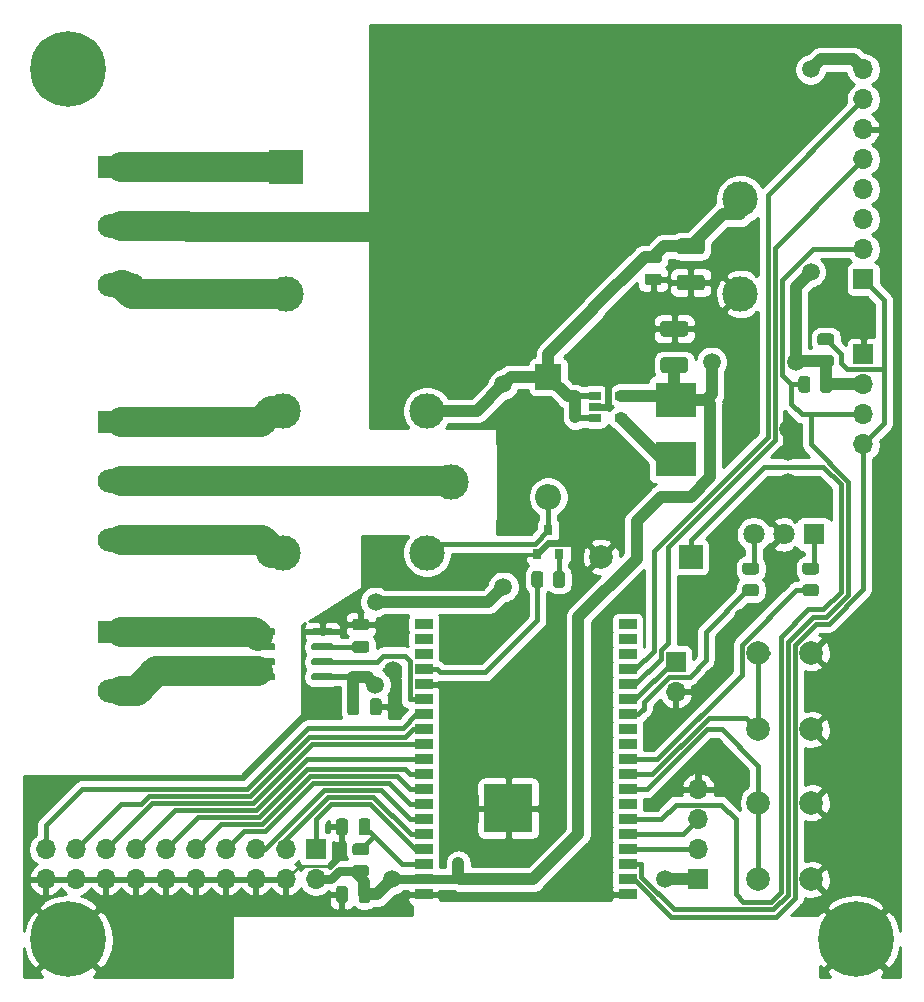
<source format=gbr>
%TF.GenerationSoftware,KiCad,Pcbnew,5.99.0+really5.1.9+dfsg1-1*%
%TF.CreationDate,2021-04-26T12:50:51+03:00*%
%TF.ProjectId,accessController,61636365-7373-4436-9f6e-74726f6c6c65,rev?*%
%TF.SameCoordinates,Original*%
%TF.FileFunction,Copper,L2,Bot*%
%TF.FilePolarity,Positive*%
%FSLAX46Y46*%
G04 Gerber Fmt 4.6, Leading zero omitted, Abs format (unit mm)*
G04 Created by KiCad (PCBNEW 5.99.0+really5.1.9+dfsg1-1) date 2021-04-26 12:50:51*
%MOMM*%
%LPD*%
G01*
G04 APERTURE LIST*
%TA.AperFunction,ComponentPad*%
%ADD10C,6.400000*%
%TD*%
%TA.AperFunction,ComponentPad*%
%ADD11R,2.000000X2.000000*%
%TD*%
%TA.AperFunction,ComponentPad*%
%ADD12C,2.000000*%
%TD*%
%TA.AperFunction,ComponentPad*%
%ADD13R,2.200000X2.200000*%
%TD*%
%TA.AperFunction,ComponentPad*%
%ADD14O,2.200000X2.200000*%
%TD*%
%TA.AperFunction,ComponentPad*%
%ADD15R,1.800000X1.800000*%
%TD*%
%TA.AperFunction,ComponentPad*%
%ADD16C,1.800000*%
%TD*%
%TA.AperFunction,ComponentPad*%
%ADD17R,3.960000X1.980000*%
%TD*%
%TA.AperFunction,ComponentPad*%
%ADD18O,3.960000X1.980000*%
%TD*%
%TA.AperFunction,SMDPad,CuDef*%
%ADD19R,3.500000X3.000000*%
%TD*%
%TA.AperFunction,ComponentPad*%
%ADD20C,3.000000*%
%TD*%
%TA.AperFunction,ComponentPad*%
%ADD21R,3.000000X3.000000*%
%TD*%
%TA.AperFunction,SMDPad,CuDef*%
%ADD22R,0.800000X0.900000*%
%TD*%
%TA.AperFunction,SMDPad,CuDef*%
%ADD23R,1.060000X0.650000*%
%TD*%
%TA.AperFunction,SMDPad,CuDef*%
%ADD24R,4.100000X4.100000*%
%TD*%
%TA.AperFunction,SMDPad,CuDef*%
%ADD25R,1.500000X0.900000*%
%TD*%
%TA.AperFunction,ComponentPad*%
%ADD26R,1.700000X1.700000*%
%TD*%
%TA.AperFunction,ComponentPad*%
%ADD27O,1.700000X1.700000*%
%TD*%
%TA.AperFunction,ViaPad*%
%ADD28C,1.500000*%
%TD*%
%TA.AperFunction,Conductor*%
%ADD29C,0.600000*%
%TD*%
%TA.AperFunction,Conductor*%
%ADD30C,0.250000*%
%TD*%
%TA.AperFunction,Conductor*%
%ADD31C,2.500000*%
%TD*%
%TA.AperFunction,Conductor*%
%ADD32C,0.400000*%
%TD*%
%TA.AperFunction,Conductor*%
%ADD33C,1.000000*%
%TD*%
%TA.AperFunction,Conductor*%
%ADD34C,0.750000*%
%TD*%
%TA.AperFunction,Conductor*%
%ADD35C,0.450000*%
%TD*%
%TA.AperFunction,Conductor*%
%ADD36C,0.500000*%
%TD*%
%TA.AperFunction,Conductor*%
%ADD37C,0.254000*%
%TD*%
%TA.AperFunction,Conductor*%
%ADD38C,0.100000*%
%TD*%
G04 APERTURE END LIST*
D10*
%TO.P,REF\u002A\u002A,1*%
%TO.N,Earth*%
X152400000Y-123825000D03*
%TD*%
%TO.P,REF\u002A\u002A,1*%
%TO.N,Earth*%
X85725000Y-123825000D03*
%TD*%
%TO.P,REF\u002A\u002A,1*%
%TO.N,N/C*%
X85725000Y-50165000D03*
%TD*%
D11*
%TO.P,BZ1,1*%
%TO.N,Net-(BZ1-Pad1)*%
X138430000Y-91440000D03*
D12*
%TO.P,BZ1,2*%
%TO.N,Earth*%
X130830000Y-91440000D03*
%TD*%
%TO.P,C1,2*%
%TO.N,Earth*%
%TA.AperFunction,SMDPad,CuDef*%
G36*
G01*
X110965000Y-97655000D02*
X110015000Y-97655000D01*
G75*
G02*
X109765000Y-97405000I0J250000D01*
G01*
X109765000Y-96905000D01*
G75*
G02*
X110015000Y-96655000I250000J0D01*
G01*
X110965000Y-96655000D01*
G75*
G02*
X111215000Y-96905000I0J-250000D01*
G01*
X111215000Y-97405000D01*
G75*
G02*
X110965000Y-97655000I-250000J0D01*
G01*
G37*
%TD.AperFunction*%
%TO.P,C1,1*%
%TO.N,Net-(C1-Pad1)*%
%TA.AperFunction,SMDPad,CuDef*%
G36*
G01*
X110965000Y-99555000D02*
X110015000Y-99555000D01*
G75*
G02*
X109765000Y-99305000I0J250000D01*
G01*
X109765000Y-98805000D01*
G75*
G02*
X110015000Y-98555000I250000J0D01*
G01*
X110965000Y-98555000D01*
G75*
G02*
X111215000Y-98805000I0J-250000D01*
G01*
X111215000Y-99305000D01*
G75*
G02*
X110965000Y-99555000I-250000J0D01*
G01*
G37*
%TD.AperFunction*%
%TD*%
%TO.P,C2,1*%
%TO.N,+5V*%
%TA.AperFunction,SMDPad,CuDef*%
G36*
G01*
X109360000Y-104615000D02*
X109360000Y-103665000D01*
G75*
G02*
X109610000Y-103415000I250000J0D01*
G01*
X110110000Y-103415000D01*
G75*
G02*
X110360000Y-103665000I0J-250000D01*
G01*
X110360000Y-104615000D01*
G75*
G02*
X110110000Y-104865000I-250000J0D01*
G01*
X109610000Y-104865000D01*
G75*
G02*
X109360000Y-104615000I0J250000D01*
G01*
G37*
%TD.AperFunction*%
%TO.P,C2,2*%
%TO.N,Earth*%
%TA.AperFunction,SMDPad,CuDef*%
G36*
G01*
X111260000Y-104615000D02*
X111260000Y-103665000D01*
G75*
G02*
X111510000Y-103415000I250000J0D01*
G01*
X112010000Y-103415000D01*
G75*
G02*
X112260000Y-103665000I0J-250000D01*
G01*
X112260000Y-104615000D01*
G75*
G02*
X112010000Y-104865000I-250000J0D01*
G01*
X111510000Y-104865000D01*
G75*
G02*
X111260000Y-104615000I0J250000D01*
G01*
G37*
%TD.AperFunction*%
%TD*%
%TO.P,C3,1*%
%TO.N,+5V*%
%TA.AperFunction,SMDPad,CuDef*%
G36*
G01*
X137504999Y-64475000D02*
X139355001Y-64475000D01*
G75*
G02*
X139605000Y-64724999I0J-249999D01*
G01*
X139605000Y-65550001D01*
G75*
G02*
X139355001Y-65800000I-249999J0D01*
G01*
X137504999Y-65800000D01*
G75*
G02*
X137255000Y-65550001I0J249999D01*
G01*
X137255000Y-64724999D01*
G75*
G02*
X137504999Y-64475000I249999J0D01*
G01*
G37*
%TD.AperFunction*%
%TO.P,C3,2*%
%TO.N,Earth*%
%TA.AperFunction,SMDPad,CuDef*%
G36*
G01*
X137504999Y-67550000D02*
X139355001Y-67550000D01*
G75*
G02*
X139605000Y-67799999I0J-249999D01*
G01*
X139605000Y-68625001D01*
G75*
G02*
X139355001Y-68875000I-249999J0D01*
G01*
X137504999Y-68875000D01*
G75*
G02*
X137255000Y-68625001I0J249999D01*
G01*
X137255000Y-67799999D01*
G75*
G02*
X137504999Y-67550000I249999J0D01*
G01*
G37*
%TD.AperFunction*%
%TD*%
%TO.P,C4,1*%
%TO.N,+5V*%
%TA.AperFunction,SMDPad,CuDef*%
G36*
G01*
X134780000Y-65545000D02*
X135730000Y-65545000D01*
G75*
G02*
X135980000Y-65795000I0J-250000D01*
G01*
X135980000Y-66295000D01*
G75*
G02*
X135730000Y-66545000I-250000J0D01*
G01*
X134780000Y-66545000D01*
G75*
G02*
X134530000Y-66295000I0J250000D01*
G01*
X134530000Y-65795000D01*
G75*
G02*
X134780000Y-65545000I250000J0D01*
G01*
G37*
%TD.AperFunction*%
%TO.P,C4,2*%
%TO.N,Earth*%
%TA.AperFunction,SMDPad,CuDef*%
G36*
G01*
X134780000Y-67445000D02*
X135730000Y-67445000D01*
G75*
G02*
X135980000Y-67695000I0J-250000D01*
G01*
X135980000Y-68195000D01*
G75*
G02*
X135730000Y-68445000I-250000J0D01*
G01*
X134780000Y-68445000D01*
G75*
G02*
X134530000Y-68195000I0J250000D01*
G01*
X134530000Y-67695000D01*
G75*
G02*
X134780000Y-67445000I250000J0D01*
G01*
G37*
%TD.AperFunction*%
%TD*%
%TO.P,C5,1*%
%TO.N,Net-(C5-Pad1)*%
%TA.AperFunction,SMDPad,CuDef*%
G36*
G01*
X111305000Y-113825000D02*
X111305000Y-114775000D01*
G75*
G02*
X111055000Y-115025000I-250000J0D01*
G01*
X110555000Y-115025000D01*
G75*
G02*
X110305000Y-114775000I0J250000D01*
G01*
X110305000Y-113825000D01*
G75*
G02*
X110555000Y-113575000I250000J0D01*
G01*
X111055000Y-113575000D01*
G75*
G02*
X111305000Y-113825000I0J-250000D01*
G01*
G37*
%TD.AperFunction*%
%TO.P,C5,2*%
%TO.N,Earth*%
%TA.AperFunction,SMDPad,CuDef*%
G36*
G01*
X109405000Y-113825000D02*
X109405000Y-114775000D01*
G75*
G02*
X109155000Y-115025000I-250000J0D01*
G01*
X108655000Y-115025000D01*
G75*
G02*
X108405000Y-114775000I0J250000D01*
G01*
X108405000Y-113825000D01*
G75*
G02*
X108655000Y-113575000I250000J0D01*
G01*
X109155000Y-113575000D01*
G75*
G02*
X109405000Y-113825000I0J-250000D01*
G01*
G37*
%TD.AperFunction*%
%TD*%
%TO.P,C6,2*%
%TO.N,Earth*%
%TA.AperFunction,SMDPad,CuDef*%
G36*
G01*
X137958001Y-72785000D02*
X136107999Y-72785000D01*
G75*
G02*
X135858000Y-72535001I0J249999D01*
G01*
X135858000Y-71709999D01*
G75*
G02*
X136107999Y-71460000I249999J0D01*
G01*
X137958001Y-71460000D01*
G75*
G02*
X138208000Y-71709999I0J-249999D01*
G01*
X138208000Y-72535001D01*
G75*
G02*
X137958001Y-72785000I-249999J0D01*
G01*
G37*
%TD.AperFunction*%
%TO.P,C6,1*%
%TO.N,+3V3*%
%TA.AperFunction,SMDPad,CuDef*%
G36*
G01*
X137958001Y-75860000D02*
X136107999Y-75860000D01*
G75*
G02*
X135858000Y-75610001I0J249999D01*
G01*
X135858000Y-74784999D01*
G75*
G02*
X136107999Y-74535000I249999J0D01*
G01*
X137958001Y-74535000D01*
G75*
G02*
X138208000Y-74784999I0J-249999D01*
G01*
X138208000Y-75610001D01*
G75*
G02*
X137958001Y-75860000I-249999J0D01*
G01*
G37*
%TD.AperFunction*%
%TD*%
%TO.P,C7,2*%
%TO.N,Earth*%
%TA.AperFunction,SMDPad,CuDef*%
G36*
G01*
X109405000Y-119540000D02*
X109405000Y-120490000D01*
G75*
G02*
X109155000Y-120740000I-250000J0D01*
G01*
X108655000Y-120740000D01*
G75*
G02*
X108405000Y-120490000I0J250000D01*
G01*
X108405000Y-119540000D01*
G75*
G02*
X108655000Y-119290000I250000J0D01*
G01*
X109155000Y-119290000D01*
G75*
G02*
X109405000Y-119540000I0J-250000D01*
G01*
G37*
%TD.AperFunction*%
%TO.P,C7,1*%
%TO.N,+3V3*%
%TA.AperFunction,SMDPad,CuDef*%
G36*
G01*
X111305000Y-119540000D02*
X111305000Y-120490000D01*
G75*
G02*
X111055000Y-120740000I-250000J0D01*
G01*
X110555000Y-120740000D01*
G75*
G02*
X110305000Y-120490000I0J250000D01*
G01*
X110305000Y-119540000D01*
G75*
G02*
X110555000Y-119290000I250000J0D01*
G01*
X111055000Y-119290000D01*
G75*
G02*
X111305000Y-119540000I0J-250000D01*
G01*
G37*
%TD.AperFunction*%
%TD*%
D13*
%TO.P,D1,1*%
%TO.N,+5V*%
X126365000Y-76200000D03*
D14*
%TO.P,D1,2*%
%TO.N,Net-(D1-Pad2)*%
X126365000Y-86360000D03*
%TD*%
D15*
%TO.P,D2,1*%
%TO.N,Net-(D2-Pad1)*%
X148844000Y-89535000D03*
D16*
%TO.P,D2,2*%
%TO.N,Earth*%
X146304000Y-89535000D03*
%TO.P,D2,3*%
%TO.N,Net-(D2-Pad3)*%
X143764000Y-89535000D03*
%TD*%
D17*
%TO.P,J1,1*%
%TO.N,Net-(J1-Pad1)*%
X90170000Y-58420000D03*
D18*
%TO.P,J1,2*%
%TO.N,Earth*%
X90170000Y-63420000D03*
%TO.P,J1,3*%
%TO.N,Net-(J1-Pad3)*%
X90170000Y-68420000D03*
%TD*%
%TO.P,J2,3*%
%TO.N,Net-(J2-Pad3)*%
X90170000Y-90010000D03*
%TO.P,J2,2*%
%TO.N,Net-(J2-Pad2)*%
X90170000Y-85010000D03*
D17*
%TO.P,J2,1*%
%TO.N,Net-(J2-Pad1)*%
X90170000Y-80010000D03*
%TD*%
%TO.P,J3,1*%
%TO.N,Net-(J3-Pad1)*%
X90170000Y-97790000D03*
D18*
%TO.P,J3,2*%
%TO.N,Net-(J3-Pad2)*%
X90170000Y-102790000D03*
%TD*%
D19*
%TO.P,L1,1*%
%TO.N,Net-(L1-Pad1)*%
X137160000Y-83145000D03*
%TO.P,L1,2*%
%TO.N,+3V3*%
X137160000Y-78145000D03*
%TD*%
D20*
%TO.P,PS1,3*%
%TO.N,Earth*%
X142640000Y-69170000D03*
%TO.P,PS1,2*%
%TO.N,Net-(J1-Pad3)*%
X104140000Y-69170000D03*
%TO.P,PS1,4*%
%TO.N,+5V*%
X142640000Y-61170000D03*
D21*
%TO.P,PS1,1*%
%TO.N,Net-(J1-Pad1)*%
X104140000Y-58420000D03*
%TD*%
D22*
%TO.P,Q1,1*%
%TO.N,Net-(Q1-Pad1)*%
X127315000Y-91170000D03*
%TO.P,Q1,2*%
%TO.N,Earth*%
X125415000Y-91170000D03*
%TO.P,Q1,3*%
%TO.N,Net-(D1-Pad2)*%
X126365000Y-89170000D03*
%TD*%
%TO.P,R1,2*%
%TO.N,Net-(R1-Pad2)*%
%TA.AperFunction,SMDPad,CuDef*%
G36*
G01*
X125965000Y-92894999D02*
X125965000Y-93795001D01*
G75*
G02*
X125715001Y-94045000I-249999J0D01*
G01*
X125189999Y-94045000D01*
G75*
G02*
X124940000Y-93795001I0J249999D01*
G01*
X124940000Y-92894999D01*
G75*
G02*
X125189999Y-92645000I249999J0D01*
G01*
X125715001Y-92645000D01*
G75*
G02*
X125965000Y-92894999I0J-249999D01*
G01*
G37*
%TD.AperFunction*%
%TO.P,R1,1*%
%TO.N,Net-(Q1-Pad1)*%
%TA.AperFunction,SMDPad,CuDef*%
G36*
G01*
X127790000Y-92894999D02*
X127790000Y-93795001D01*
G75*
G02*
X127540001Y-94045000I-249999J0D01*
G01*
X127014999Y-94045000D01*
G75*
G02*
X126765000Y-93795001I0J249999D01*
G01*
X126765000Y-92894999D01*
G75*
G02*
X127014999Y-92645000I249999J0D01*
G01*
X127540001Y-92645000D01*
G75*
G02*
X127790000Y-92894999I0J-249999D01*
G01*
G37*
%TD.AperFunction*%
%TD*%
%TO.P,R2,1*%
%TO.N,+3V3*%
%TA.AperFunction,SMDPad,CuDef*%
G36*
G01*
X110940001Y-118542500D02*
X110039999Y-118542500D01*
G75*
G02*
X109790000Y-118292501I0J249999D01*
G01*
X109790000Y-117767499D01*
G75*
G02*
X110039999Y-117517500I249999J0D01*
G01*
X110940001Y-117517500D01*
G75*
G02*
X111190000Y-117767499I0J-249999D01*
G01*
X111190000Y-118292501D01*
G75*
G02*
X110940001Y-118542500I-249999J0D01*
G01*
G37*
%TD.AperFunction*%
%TO.P,R2,2*%
%TO.N,Net-(C5-Pad1)*%
%TA.AperFunction,SMDPad,CuDef*%
G36*
G01*
X110940001Y-116717500D02*
X110039999Y-116717500D01*
G75*
G02*
X109790000Y-116467501I0J249999D01*
G01*
X109790000Y-115942499D01*
G75*
G02*
X110039999Y-115692500I249999J0D01*
G01*
X110940001Y-115692500D01*
G75*
G02*
X111190000Y-115942499I0J-249999D01*
G01*
X111190000Y-116467501D01*
G75*
G02*
X110940001Y-116717500I-249999J0D01*
G01*
G37*
%TD.AperFunction*%
%TD*%
%TO.P,R3,1*%
%TO.N,Net-(D2-Pad1)*%
%TA.AperFunction,SMDPad,CuDef*%
G36*
G01*
X148139999Y-91920000D02*
X149040001Y-91920000D01*
G75*
G02*
X149290000Y-92169999I0J-249999D01*
G01*
X149290000Y-92695001D01*
G75*
G02*
X149040001Y-92945000I-249999J0D01*
G01*
X148139999Y-92945000D01*
G75*
G02*
X147890000Y-92695001I0J249999D01*
G01*
X147890000Y-92169999D01*
G75*
G02*
X148139999Y-91920000I249999J0D01*
G01*
G37*
%TD.AperFunction*%
%TO.P,R3,2*%
%TO.N,Net-(R3-Pad2)*%
%TA.AperFunction,SMDPad,CuDef*%
G36*
G01*
X148139999Y-93745000D02*
X149040001Y-93745000D01*
G75*
G02*
X149290000Y-93994999I0J-249999D01*
G01*
X149290000Y-94520001D01*
G75*
G02*
X149040001Y-94770000I-249999J0D01*
G01*
X148139999Y-94770000D01*
G75*
G02*
X147890000Y-94520001I0J249999D01*
G01*
X147890000Y-93994999D01*
G75*
G02*
X148139999Y-93745000I249999J0D01*
G01*
G37*
%TD.AperFunction*%
%TD*%
%TO.P,R4,2*%
%TO.N,Net-(R4-Pad2)*%
%TA.AperFunction,SMDPad,CuDef*%
G36*
G01*
X143059999Y-93745000D02*
X143960001Y-93745000D01*
G75*
G02*
X144210000Y-93994999I0J-249999D01*
G01*
X144210000Y-94520001D01*
G75*
G02*
X143960001Y-94770000I-249999J0D01*
G01*
X143059999Y-94770000D01*
G75*
G02*
X142810000Y-94520001I0J249999D01*
G01*
X142810000Y-93994999D01*
G75*
G02*
X143059999Y-93745000I249999J0D01*
G01*
G37*
%TD.AperFunction*%
%TO.P,R4,1*%
%TO.N,Net-(D2-Pad3)*%
%TA.AperFunction,SMDPad,CuDef*%
G36*
G01*
X143059999Y-91920000D02*
X143960001Y-91920000D01*
G75*
G02*
X144210000Y-92169999I0J-249999D01*
G01*
X144210000Y-92695001D01*
G75*
G02*
X143960001Y-92945000I-249999J0D01*
G01*
X143059999Y-92945000D01*
G75*
G02*
X142810000Y-92695001I0J249999D01*
G01*
X142810000Y-92169999D01*
G75*
G02*
X143059999Y-91920000I249999J0D01*
G01*
G37*
%TD.AperFunction*%
%TD*%
%TO.P,R5,2*%
%TO.N,Net-(Brd1-Pad4)*%
%TA.AperFunction,SMDPad,CuDef*%
G36*
G01*
X150310001Y-73537500D02*
X149409999Y-73537500D01*
G75*
G02*
X149160000Y-73287501I0J249999D01*
G01*
X149160000Y-72762499D01*
G75*
G02*
X149409999Y-72512500I249999J0D01*
G01*
X150310001Y-72512500D01*
G75*
G02*
X150560000Y-72762499I0J-249999D01*
G01*
X150560000Y-73287501D01*
G75*
G02*
X150310001Y-73537500I-249999J0D01*
G01*
G37*
%TD.AperFunction*%
%TO.P,R5,1*%
%TO.N,+3V3*%
%TA.AperFunction,SMDPad,CuDef*%
G36*
G01*
X150310001Y-75362500D02*
X149409999Y-75362500D01*
G75*
G02*
X149160000Y-75112501I0J249999D01*
G01*
X149160000Y-74587499D01*
G75*
G02*
X149409999Y-74337500I249999J0D01*
G01*
X150310001Y-74337500D01*
G75*
G02*
X150560000Y-74587499I0J-249999D01*
G01*
X150560000Y-75112501D01*
G75*
G02*
X150310001Y-75362500I-249999J0D01*
G01*
G37*
%TD.AperFunction*%
%TD*%
%TO.P,R6,1*%
%TO.N,+3V3*%
%TA.AperFunction,SMDPad,CuDef*%
G36*
G01*
X150396000Y-76384999D02*
X150396000Y-77285001D01*
G75*
G02*
X150146001Y-77535000I-249999J0D01*
G01*
X149620999Y-77535000D01*
G75*
G02*
X149371000Y-77285001I0J249999D01*
G01*
X149371000Y-76384999D01*
G75*
G02*
X149620999Y-76135000I249999J0D01*
G01*
X150146001Y-76135000D01*
G75*
G02*
X150396000Y-76384999I0J-249999D01*
G01*
G37*
%TD.AperFunction*%
%TO.P,R6,2*%
%TO.N,Net-(Brd1-Pad3)*%
%TA.AperFunction,SMDPad,CuDef*%
G36*
G01*
X148571000Y-76384999D02*
X148571000Y-77285001D01*
G75*
G02*
X148321001Y-77535000I-249999J0D01*
G01*
X147795999Y-77535000D01*
G75*
G02*
X147546000Y-77285001I0J249999D01*
G01*
X147546000Y-76384999D01*
G75*
G02*
X147795999Y-76135000I249999J0D01*
G01*
X148321001Y-76135000D01*
G75*
G02*
X148571000Y-76384999I0J-249999D01*
G01*
G37*
%TD.AperFunction*%
%TD*%
D12*
%TO.P,SW1,1*%
%TO.N,Net-(SW1-Pad1)*%
X144145000Y-112245000D03*
%TO.P,SW1,2*%
%TO.N,Earth*%
X148645000Y-112245000D03*
%TO.P,SW1,1*%
%TO.N,Net-(SW1-Pad1)*%
X144145000Y-118745000D03*
%TO.P,SW1,2*%
%TO.N,Earth*%
X148645000Y-118745000D03*
%TD*%
%TO.P,SW2,2*%
%TO.N,Earth*%
X148645000Y-106045000D03*
%TO.P,SW2,1*%
%TO.N,Net-(SW2-Pad1)*%
X144145000Y-106045000D03*
%TO.P,SW2,2*%
%TO.N,Earth*%
X148645000Y-99545000D03*
%TO.P,SW2,1*%
%TO.N,Net-(SW2-Pad1)*%
X144145000Y-99545000D03*
%TD*%
%TO.P,U1,1*%
%TO.N,Net-(J3-Pad2)*%
%TA.AperFunction,SMDPad,CuDef*%
G36*
G01*
X101325000Y-101750000D02*
X101325000Y-101450000D01*
G75*
G02*
X101475000Y-101300000I150000J0D01*
G01*
X103125000Y-101300000D01*
G75*
G02*
X103275000Y-101450000I0J-150000D01*
G01*
X103275000Y-101750000D01*
G75*
G02*
X103125000Y-101900000I-150000J0D01*
G01*
X101475000Y-101900000D01*
G75*
G02*
X101325000Y-101750000I0J150000D01*
G01*
G37*
%TD.AperFunction*%
%TO.P,U1,2*%
%TA.AperFunction,SMDPad,CuDef*%
G36*
G01*
X101325000Y-100480000D02*
X101325000Y-100180000D01*
G75*
G02*
X101475000Y-100030000I150000J0D01*
G01*
X103125000Y-100030000D01*
G75*
G02*
X103275000Y-100180000I0J-150000D01*
G01*
X103275000Y-100480000D01*
G75*
G02*
X103125000Y-100630000I-150000J0D01*
G01*
X101475000Y-100630000D01*
G75*
G02*
X101325000Y-100480000I0J150000D01*
G01*
G37*
%TD.AperFunction*%
%TO.P,U1,3*%
%TO.N,Net-(J3-Pad1)*%
%TA.AperFunction,SMDPad,CuDef*%
G36*
G01*
X101325000Y-99210000D02*
X101325000Y-98910000D01*
G75*
G02*
X101475000Y-98760000I150000J0D01*
G01*
X103125000Y-98760000D01*
G75*
G02*
X103275000Y-98910000I0J-150000D01*
G01*
X103275000Y-99210000D01*
G75*
G02*
X103125000Y-99360000I-150000J0D01*
G01*
X101475000Y-99360000D01*
G75*
G02*
X101325000Y-99210000I0J150000D01*
G01*
G37*
%TD.AperFunction*%
%TO.P,U1,4*%
%TA.AperFunction,SMDPad,CuDef*%
G36*
G01*
X101325000Y-97940000D02*
X101325000Y-97640000D01*
G75*
G02*
X101475000Y-97490000I150000J0D01*
G01*
X103125000Y-97490000D01*
G75*
G02*
X103275000Y-97640000I0J-150000D01*
G01*
X103275000Y-97940000D01*
G75*
G02*
X103125000Y-98090000I-150000J0D01*
G01*
X101475000Y-98090000D01*
G75*
G02*
X101325000Y-97940000I0J150000D01*
G01*
G37*
%TD.AperFunction*%
%TO.P,U1,5*%
%TO.N,Earth*%
%TA.AperFunction,SMDPad,CuDef*%
G36*
G01*
X106275000Y-97940000D02*
X106275000Y-97640000D01*
G75*
G02*
X106425000Y-97490000I150000J0D01*
G01*
X108075000Y-97490000D01*
G75*
G02*
X108225000Y-97640000I0J-150000D01*
G01*
X108225000Y-97940000D01*
G75*
G02*
X108075000Y-98090000I-150000J0D01*
G01*
X106425000Y-98090000D01*
G75*
G02*
X106275000Y-97940000I0J150000D01*
G01*
G37*
%TD.AperFunction*%
%TO.P,U1,6*%
%TO.N,Net-(C1-Pad1)*%
%TA.AperFunction,SMDPad,CuDef*%
G36*
G01*
X106275000Y-99210000D02*
X106275000Y-98910000D01*
G75*
G02*
X106425000Y-98760000I150000J0D01*
G01*
X108075000Y-98760000D01*
G75*
G02*
X108225000Y-98910000I0J-150000D01*
G01*
X108225000Y-99210000D01*
G75*
G02*
X108075000Y-99360000I-150000J0D01*
G01*
X106425000Y-99360000D01*
G75*
G02*
X106275000Y-99210000I0J150000D01*
G01*
G37*
%TD.AperFunction*%
%TO.P,U1,7*%
%TO.N,Net-(U1-Pad7)*%
%TA.AperFunction,SMDPad,CuDef*%
G36*
G01*
X106275000Y-100480000D02*
X106275000Y-100180000D01*
G75*
G02*
X106425000Y-100030000I150000J0D01*
G01*
X108075000Y-100030000D01*
G75*
G02*
X108225000Y-100180000I0J-150000D01*
G01*
X108225000Y-100480000D01*
G75*
G02*
X108075000Y-100630000I-150000J0D01*
G01*
X106425000Y-100630000D01*
G75*
G02*
X106275000Y-100480000I0J150000D01*
G01*
G37*
%TD.AperFunction*%
%TO.P,U1,8*%
%TO.N,+5V*%
%TA.AperFunction,SMDPad,CuDef*%
G36*
G01*
X106275000Y-101750000D02*
X106275000Y-101450000D01*
G75*
G02*
X106425000Y-101300000I150000J0D01*
G01*
X108075000Y-101300000D01*
G75*
G02*
X108225000Y-101450000I0J-150000D01*
G01*
X108225000Y-101750000D01*
G75*
G02*
X108075000Y-101900000I-150000J0D01*
G01*
X106425000Y-101900000D01*
G75*
G02*
X106275000Y-101750000I0J150000D01*
G01*
G37*
%TD.AperFunction*%
%TD*%
D23*
%TO.P,U2,1*%
%TO.N,+5V*%
X130345000Y-79690000D03*
%TO.P,U2,2*%
%TO.N,Earth*%
X130345000Y-78740000D03*
%TO.P,U2,3*%
%TO.N,+5V*%
X130345000Y-77790000D03*
%TO.P,U2,4*%
%TO.N,+3V3*%
X132545000Y-77790000D03*
%TO.P,U2,5*%
%TO.N,Net-(L1-Pad1)*%
X132545000Y-79690000D03*
%TD*%
D24*
%TO.P,U3,39*%
%TO.N,Earth*%
X122980000Y-112715000D03*
D25*
%TO.P,U3,38*%
X133085000Y-120015000D03*
%TO.P,U3,37*%
%TO.N,Net-(Brd1-Pad4)*%
X133085000Y-118745000D03*
%TO.P,U3,36*%
%TO.N,Net-(Brd1-Pad3)*%
X133085000Y-117475000D03*
%TO.P,U3,35*%
%TO.N,Net-(J5-Pad2)*%
X133085000Y-116205000D03*
%TO.P,U3,23*%
%TO.N,Net-(RFID1-Pad7)*%
X133085000Y-100965000D03*
%TO.P,U3,24*%
%TO.N,Net-(RFID1-Pad5)*%
X133085000Y-102235000D03*
%TO.P,U3,25*%
%TO.N,Net-(JP1-Pad1)*%
X133085000Y-103505000D03*
%TO.P,U3,26*%
%TO.N,Net-(R4-Pad2)*%
X133085000Y-104775000D03*
%TO.P,U3,27*%
%TO.N,Net-(U3-Pad27)*%
X133085000Y-106045000D03*
%TO.P,U3,28*%
%TO.N,Net-(U3-Pad28)*%
X133085000Y-107315000D03*
%TO.P,U3,29*%
%TO.N,Net-(R3-Pad2)*%
X133085000Y-108585000D03*
%TO.P,U3,30*%
%TO.N,Net-(SW2-Pad1)*%
X133085000Y-109855000D03*
%TO.P,U3,31*%
%TO.N,Net-(SW1-Pad1)*%
X133085000Y-111125000D03*
%TO.P,U3,32*%
%TO.N,Net-(U3-Pad32)*%
X133085000Y-112395000D03*
%TO.P,U3,33*%
%TO.N,Net-(BZ1-Pad1)*%
X133085000Y-113665000D03*
%TO.P,U3,34*%
%TO.N,Net-(J5-Pad3)*%
X133085000Y-114935000D03*
%TO.P,U3,14*%
%TO.N,Net-(U1-Pad7)*%
X115835000Y-103505000D03*
%TO.P,U3,13*%
%TO.N,Net-(J4-Pad19)*%
X115835000Y-104775000D03*
%TO.P,U3,12*%
%TO.N,Net-(J4-Pad17)*%
X115835000Y-106045000D03*
%TO.P,U3,11*%
%TO.N,Net-(J4-Pad15)*%
X115835000Y-107315000D03*
%TO.P,U3,10*%
%TO.N,Net-(J4-Pad13)*%
X115835000Y-108585000D03*
%TO.P,U3,9*%
%TO.N,Net-(J4-Pad11)*%
X115835000Y-109855000D03*
%TO.P,U3,8*%
%TO.N,Net-(J4-Pad9)*%
X115835000Y-111125000D03*
%TO.P,U3,7*%
%TO.N,Net-(J4-Pad7)*%
X115835000Y-112395000D03*
%TO.P,U3,6*%
%TO.N,Net-(J4-Pad5)*%
X115835000Y-113665000D03*
%TO.P,U3,5*%
%TO.N,Net-(J4-Pad3)*%
X115835000Y-114935000D03*
%TO.P,U3,4*%
%TO.N,Net-(J4-Pad1)*%
X115835000Y-116205000D03*
%TO.P,U3,3*%
%TO.N,Net-(C5-Pad1)*%
X115835000Y-117475000D03*
%TO.P,U3,2*%
%TO.N,+3V3*%
X115835000Y-118745000D03*
%TO.P,U3,16*%
%TO.N,Net-(R1-Pad2)*%
X115835000Y-100965000D03*
%TO.P,U3,15*%
%TO.N,Earth*%
X115835000Y-102235000D03*
%TO.P,U3,1*%
X115835000Y-120015000D03*
%TO.P,U3,17*%
%TO.N,Net-(U3-Pad17)*%
X115835000Y-99695000D03*
%TO.P,U3,18*%
%TO.N,Net-(U3-Pad18)*%
X115835000Y-98425000D03*
%TO.P,U3,19*%
%TO.N,Net-(U3-Pad19)*%
X115835000Y-97155000D03*
%TO.P,U3,22*%
%TO.N,Net-(U3-Pad22)*%
X133085000Y-99695000D03*
%TO.P,U3,21*%
%TO.N,Net-(U3-Pad21)*%
X133085000Y-98425000D03*
%TO.P,U3,20*%
%TO.N,Net-(U3-Pad20)*%
X133085000Y-97155000D03*
%TD*%
D20*
%TO.P,K1,2*%
%TO.N,+5V*%
X116110000Y-79090000D03*
%TO.P,K1,3*%
%TO.N,Net-(J2-Pad1)*%
X103910000Y-79090000D03*
%TO.P,K1,4*%
%TO.N,Net-(J2-Pad3)*%
X103910000Y-91090000D03*
%TO.P,K1,5*%
%TO.N,Net-(D1-Pad2)*%
X116110000Y-91090000D03*
%TO.P,K1,1*%
%TO.N,Net-(J2-Pad2)*%
X118110000Y-85090000D03*
%TD*%
D26*
%TO.P,Brd1,1*%
%TO.N,Earth*%
X153035000Y-74295000D03*
D27*
%TO.P,Brd1,2*%
%TO.N,+3V3*%
X153035000Y-76835000D03*
%TO.P,Brd1,3*%
%TO.N,Net-(Brd1-Pad3)*%
X153035000Y-79375000D03*
%TO.P,Brd1,4*%
%TO.N,Net-(Brd1-Pad4)*%
X153035000Y-81915000D03*
%TD*%
D26*
%TO.P,J4,1*%
%TO.N,Net-(J4-Pad1)*%
X106680000Y-116205000D03*
D27*
%TO.P,J4,2*%
%TO.N,+3V3*%
X106680000Y-118745000D03*
%TO.P,J4,3*%
%TO.N,Net-(J4-Pad3)*%
X104140000Y-116205000D03*
%TO.P,J4,4*%
%TO.N,Earth*%
X104140000Y-118745000D03*
%TO.P,J4,5*%
%TO.N,Net-(J4-Pad5)*%
X101600000Y-116205000D03*
%TO.P,J4,6*%
%TO.N,Earth*%
X101600000Y-118745000D03*
%TO.P,J4,7*%
%TO.N,Net-(J4-Pad7)*%
X99060000Y-116205000D03*
%TO.P,J4,8*%
%TO.N,Earth*%
X99060000Y-118745000D03*
%TO.P,J4,9*%
%TO.N,Net-(J4-Pad9)*%
X96520000Y-116205000D03*
%TO.P,J4,10*%
%TO.N,Earth*%
X96520000Y-118745000D03*
%TO.P,J4,11*%
%TO.N,Net-(J4-Pad11)*%
X93980000Y-116205000D03*
%TO.P,J4,12*%
%TO.N,Earth*%
X93980000Y-118745000D03*
%TO.P,J4,13*%
%TO.N,Net-(J4-Pad13)*%
X91440000Y-116205000D03*
%TO.P,J4,14*%
%TO.N,Earth*%
X91440000Y-118745000D03*
%TO.P,J4,15*%
%TO.N,Net-(J4-Pad15)*%
X88900000Y-116205000D03*
%TO.P,J4,16*%
%TO.N,Earth*%
X88900000Y-118745000D03*
%TO.P,J4,17*%
%TO.N,Net-(J4-Pad17)*%
X86360000Y-116205000D03*
%TO.P,J4,18*%
%TO.N,Earth*%
X86360000Y-118745000D03*
%TO.P,J4,19*%
%TO.N,Net-(J4-Pad19)*%
X83820000Y-116205000D03*
%TO.P,J4,20*%
%TO.N,Earth*%
X83820000Y-118745000D03*
%TD*%
%TO.P,J5,4*%
%TO.N,Earth*%
X139065000Y-111125000D03*
%TO.P,J5,3*%
%TO.N,Net-(J5-Pad3)*%
X139065000Y-113665000D03*
%TO.P,J5,2*%
%TO.N,Net-(J5-Pad2)*%
X139065000Y-116205000D03*
D26*
%TO.P,J5,1*%
%TO.N,+3V3*%
X139065000Y-118745000D03*
%TD*%
%TO.P,JP1,1*%
%TO.N,Net-(JP1-Pad1)*%
X137160000Y-100330000D03*
D27*
%TO.P,JP1,2*%
%TO.N,Earth*%
X137160000Y-102870000D03*
%TD*%
D26*
%TO.P,RFID1,1*%
%TO.N,Net-(Brd1-Pad4)*%
X153035000Y-67945000D03*
D27*
%TO.P,RFID1,2*%
%TO.N,Net-(Brd1-Pad3)*%
X153035000Y-65405000D03*
%TO.P,RFID1,3*%
%TO.N,Net-(RFID1-Pad3)*%
X153035000Y-62865000D03*
%TO.P,RFID1,4*%
%TO.N,Net-(RFID1-Pad4)*%
X153035000Y-60325000D03*
%TO.P,RFID1,5*%
%TO.N,Net-(RFID1-Pad5)*%
X153035000Y-57785000D03*
%TO.P,RFID1,6*%
%TO.N,Earth*%
X153035000Y-55245000D03*
%TO.P,RFID1,7*%
%TO.N,Net-(RFID1-Pad7)*%
X153035000Y-52705000D03*
%TO.P,RFID1,8*%
%TO.N,+3V3*%
X153035000Y-50165000D03*
%TD*%
D28*
%TO.N,Earth*%
X130175000Y-74295000D03*
X121285000Y-74295000D03*
X131445000Y-83185000D03*
X113210010Y-97662970D03*
X113210010Y-101042947D03*
X150495000Y-69850000D03*
X140335000Y-101600000D03*
X140335000Y-107950000D03*
X142875000Y-96520000D03*
X153035000Y-96520000D03*
X131445000Y-75565000D03*
X150675010Y-51435000D03*
X146685000Y-80645000D03*
X142240000Y-80645000D03*
X146685000Y-82550000D03*
X146685000Y-85090000D03*
%TO.N,+3V3*%
X147320012Y-74930000D03*
X140208000Y-74930000D03*
X136271004Y-118745000D03*
X113157000Y-118745004D03*
X148590000Y-67310000D03*
X148590000Y-50165000D03*
%TO.N,+5V*%
X111760000Y-95250000D03*
X111725417Y-102269583D03*
X122555012Y-93980000D03*
X122555000Y-76835000D03*
%TD*%
D29*
%TO.N,Earth*%
X126365001Y-90219999D02*
X125415000Y-91170000D01*
X129609999Y-90219999D02*
X126365001Y-90219999D01*
X130830000Y-91440000D02*
X129609999Y-90219999D01*
X130345000Y-78740000D02*
X131445000Y-78740000D01*
X131445000Y-78740000D02*
X131445000Y-76835000D01*
D30*
X105315001Y-117569999D02*
X107855001Y-117569999D01*
X104140000Y-118745000D02*
X105315001Y-117569999D01*
X107855001Y-117569999D02*
X107950000Y-117475000D01*
D29*
X107855001Y-117569999D02*
X108585000Y-116840000D01*
X139065000Y-111125000D02*
X139065000Y-109220000D01*
X139065000Y-109220000D02*
X140335000Y-107950000D01*
X146685000Y-80645000D02*
X146685000Y-82550000D01*
D31*
X95885000Y-63500000D02*
X111760000Y-63500000D01*
X95805000Y-63420000D02*
X95885000Y-63500000D01*
X90170000Y-63420000D02*
X95805000Y-63420000D01*
D32*
%TO.N,Net-(Brd1-Pad3)*%
X153035000Y-79375000D02*
X150114000Y-79375000D01*
X150114000Y-79375000D02*
X148590000Y-79375000D01*
X147828000Y-79375000D02*
X148590000Y-79375000D01*
X146939000Y-78486000D02*
X147828000Y-79375000D01*
X146939000Y-76835000D02*
X146939000Y-78486000D01*
X148058500Y-76835000D02*
X146939000Y-76835000D01*
X153035000Y-65405000D02*
X148792996Y-65405000D01*
X146169987Y-76065987D02*
X146939000Y-76835000D01*
X148792996Y-65405000D02*
X146169987Y-68028009D01*
X146169987Y-68028009D02*
X146169987Y-76065987D01*
X134235000Y-118531321D02*
X134235000Y-117475000D01*
X136988679Y-121285000D02*
X134235000Y-118531321D01*
X145415000Y-121285000D02*
X136988679Y-121285000D01*
X146644989Y-98624466D02*
X146644989Y-100465533D01*
X151730011Y-85055011D02*
X151730011Y-94649990D01*
X151730011Y-94649990D02*
X149864256Y-96515744D01*
X148590000Y-81915000D02*
X151730011Y-85055011D01*
X146685000Y-105084455D02*
X146644989Y-105124466D01*
X146644989Y-105124466D02*
X146644989Y-120055012D01*
X149864256Y-96515744D02*
X148753711Y-96515744D01*
X148590000Y-79375000D02*
X148590000Y-81915000D01*
X146644989Y-100465533D02*
X146685000Y-100505545D01*
X134235000Y-117475000D02*
X133085000Y-117475000D01*
X146685000Y-100505545D02*
X146685000Y-105084455D01*
X148753711Y-96515744D02*
X146644989Y-98624466D01*
X146644989Y-120055012D02*
X145415000Y-121285000D01*
D33*
%TO.N,+3V3*%
X136805000Y-77790000D02*
X137160000Y-78145000D01*
X132545000Y-77790000D02*
X136805000Y-77790000D01*
X137160000Y-78145000D02*
X139740000Y-78145000D01*
X149883500Y-76835000D02*
X153035000Y-76835000D01*
X149860000Y-76811500D02*
X149883500Y-76835000D01*
X149860000Y-74850000D02*
X149860000Y-76811500D01*
X149860000Y-74850000D02*
X147400012Y-74850000D01*
X147320012Y-74930000D02*
X147400012Y-74850000D01*
X137033000Y-78018000D02*
X137160000Y-78145000D01*
X137033000Y-75197500D02*
X137033000Y-78018000D01*
X140208000Y-75990660D02*
X140208000Y-74930000D01*
X139740000Y-78145000D02*
X140208000Y-77677000D01*
X140208000Y-77677000D02*
X140208000Y-75990660D01*
X118745000Y-118618000D02*
X118872000Y-118745000D01*
X118745000Y-117348000D02*
X118745000Y-118618000D01*
D34*
X115835000Y-118745000D02*
X118872000Y-118745000D01*
D33*
X139065000Y-118745000D02*
X136271004Y-118745000D01*
D34*
X113157004Y-118745000D02*
X113157000Y-118745004D01*
X115835000Y-118745000D02*
X113157004Y-118745000D01*
D35*
X109855000Y-118190000D02*
X109855000Y-118110000D01*
D33*
X111887004Y-120015000D02*
X113157000Y-118745004D01*
X110805000Y-120015000D02*
X111887004Y-120015000D01*
D34*
X110805000Y-118980000D02*
X109855000Y-118030000D01*
D33*
X110805000Y-120015000D02*
X110805000Y-118980000D01*
D34*
X108665000Y-118030000D02*
X109855000Y-118030000D01*
X107950000Y-118745000D02*
X106680000Y-118745000D01*
X108665000Y-118030000D02*
X107950000Y-118745000D01*
D33*
X118872000Y-118745000D02*
X125095000Y-118745000D01*
X125095000Y-118745000D02*
X128905000Y-114935000D01*
X128905000Y-114935000D02*
X128905000Y-96520000D01*
X128905000Y-96520000D02*
X133846990Y-91578010D01*
X133846990Y-91578010D02*
X133846990Y-88403010D01*
X140067500Y-78472500D02*
X139740000Y-78145000D01*
X133846990Y-88403010D02*
X135890000Y-86360000D01*
X140067500Y-84713225D02*
X140067500Y-78472500D01*
X135890000Y-86360000D02*
X138420725Y-86360000D01*
X138420725Y-86360000D02*
X140067500Y-84713225D01*
X147320012Y-74930000D02*
X147320012Y-68579988D01*
X147320012Y-68579988D02*
X148590000Y-67310000D01*
X153035000Y-50165000D02*
X152185001Y-49315001D01*
X152185001Y-49315001D02*
X149439999Y-49315001D01*
X149439999Y-49315001D02*
X148590000Y-50165000D01*
D32*
%TO.N,Net-(Brd1-Pad4)*%
X153035000Y-81915000D02*
X154813000Y-80137000D01*
X154813000Y-69723000D02*
X153035000Y-67945000D01*
X154813000Y-75565000D02*
X154813000Y-69723000D01*
X154813000Y-80137000D02*
X154813000Y-75565000D01*
X151638000Y-75565000D02*
X154813000Y-75565000D01*
X151130000Y-74295000D02*
X151130000Y-75057000D01*
X151130000Y-75057000D02*
X151638000Y-75565000D01*
X149860000Y-73025000D02*
X151130000Y-74295000D01*
X153035000Y-83117081D02*
X153035000Y-81915000D01*
X147244999Y-105372999D02*
X147285011Y-105332987D01*
X149002243Y-97115755D02*
X150112788Y-97115755D01*
X147244999Y-100217001D02*
X147244999Y-98872999D01*
X133600136Y-118745000D02*
X136740147Y-121885011D01*
X145663532Y-121885011D02*
X147244999Y-120303544D01*
X133085000Y-118745000D02*
X133600136Y-118745000D01*
X147285011Y-100257013D02*
X147244999Y-100217001D01*
X147244999Y-98872999D02*
X149002243Y-97115755D01*
X150112788Y-97115755D02*
X153035000Y-94193543D01*
X136740147Y-121885011D02*
X145663532Y-121885011D01*
X153035000Y-94193543D02*
X153035000Y-83117081D01*
X147285011Y-105332987D02*
X147285011Y-100257013D01*
X147244999Y-120303544D02*
X147244999Y-105372999D01*
%TO.N,Net-(BZ1-Pad1)*%
X140989999Y-112414999D02*
X142240000Y-113665000D01*
X148376458Y-95885000D02*
X149646458Y-95885000D01*
X144650000Y-83820000D02*
X138430000Y-90040000D01*
X142875000Y-120650000D02*
X145201457Y-120650000D01*
X135917499Y-113665000D02*
X137167500Y-112414999D01*
X145201457Y-120650000D02*
X146044978Y-119806479D01*
X151130000Y-94401458D02*
X151130000Y-85303542D01*
X146044978Y-119806479D02*
X146044978Y-98216480D01*
X151130000Y-85303542D02*
X149646458Y-83820000D01*
X146044978Y-98216480D02*
X148376458Y-95885000D01*
X149646458Y-83820000D02*
X144650000Y-83820000D01*
X142240000Y-113665000D02*
X142240000Y-120015000D01*
X149646458Y-95885000D02*
X151130000Y-94401458D01*
X142240000Y-120015000D02*
X142875000Y-120650000D01*
X137167500Y-112414999D02*
X140989999Y-112414999D01*
X138430000Y-90040000D02*
X138430000Y-91440000D01*
X133085000Y-113665000D02*
X135917499Y-113665000D01*
D35*
%TO.N,Net-(C1-Pad1)*%
X110485000Y-99060000D02*
X110490000Y-99055000D01*
X107250000Y-99060000D02*
X110485000Y-99060000D01*
D33*
%TO.N,+5V*%
X141127500Y-62440000D02*
X138430000Y-65137500D01*
X142640000Y-62440000D02*
X141127500Y-62440000D01*
X136162500Y-65137500D02*
X135255000Y-66045000D01*
X138430000Y-65137500D02*
X136162500Y-65137500D01*
X109860000Y-104140000D02*
X109860000Y-101605000D01*
D36*
X109855000Y-101600000D02*
X109860000Y-101605000D01*
X107250000Y-101600000D02*
X109855000Y-101600000D01*
D33*
X111125000Y-101600000D02*
X111125000Y-101600000D01*
D36*
X128712000Y-79690000D02*
X128651000Y-79629000D01*
X130345000Y-79690000D02*
X128712000Y-79690000D01*
X130345000Y-77790000D02*
X128712000Y-77790000D01*
X128712000Y-77790000D02*
X128651000Y-77851000D01*
D33*
X128651000Y-77851000D02*
X128651000Y-79629000D01*
X111055834Y-101600000D02*
X111725417Y-102269583D01*
X109855000Y-101600000D02*
X111055834Y-101600000D01*
X111760000Y-95250000D02*
X121285012Y-95250000D01*
X121285012Y-95250000D02*
X122555012Y-93980000D01*
X120300000Y-79090000D02*
X122555000Y-76835000D01*
X123190000Y-76200000D02*
X122555000Y-76835000D01*
X126365000Y-76200000D02*
X123190000Y-76200000D01*
X116110000Y-79090000D02*
X120300000Y-79090000D01*
X128016000Y-77851000D02*
X128651000Y-77851000D01*
X126365000Y-76200000D02*
X128016000Y-77851000D01*
X134530000Y-66045000D02*
X135255000Y-66045000D01*
X130175000Y-70400000D02*
X134530000Y-66045000D01*
X130175000Y-70485000D02*
X130175000Y-70400000D01*
X126365000Y-74295000D02*
X130175000Y-70485000D01*
X126365000Y-76200000D02*
X126365000Y-74295000D01*
D32*
%TO.N,Net-(C5-Pad1)*%
X115835000Y-117475000D02*
X113980000Y-117475000D01*
X110490000Y-116205000D02*
X110805000Y-115890000D01*
X110490000Y-116205000D02*
X111600000Y-115095000D01*
X111600000Y-115095000D02*
X110805000Y-114300000D01*
X113980000Y-117475000D02*
X111600000Y-115095000D01*
%TO.N,Net-(D1-Pad2)*%
X126365000Y-86360000D02*
X126365000Y-89170000D01*
X125215001Y-90319999D02*
X126365000Y-89170000D01*
X116880001Y-90319999D02*
X125215001Y-90319999D01*
X116110000Y-91090000D02*
X116880001Y-90319999D01*
%TO.N,Net-(D2-Pad1)*%
X148844000Y-92178500D02*
X148590000Y-92432500D01*
X148844000Y-89535000D02*
X148844000Y-92178500D01*
%TO.N,Net-(D2-Pad3)*%
X143764000Y-92178500D02*
X143510000Y-92432500D01*
X143764000Y-89535000D02*
X143764000Y-92178500D01*
D31*
%TO.N,Net-(J1-Pad1)*%
X90170000Y-58420000D02*
X104140000Y-58420000D01*
%TO.N,Net-(J1-Pad3)*%
X91125000Y-69215000D02*
X104095000Y-69215000D01*
X90330000Y-68420000D02*
X91125000Y-69215000D01*
X104095000Y-69215000D02*
X104140000Y-69170000D01*
X90170000Y-68420000D02*
X90330000Y-68420000D01*
%TO.N,Net-(J2-Pad3)*%
X90170000Y-90010000D02*
X102134990Y-90010000D01*
X102929990Y-90805000D02*
X102929990Y-91090000D01*
X102134990Y-90010000D02*
X102929990Y-90805000D01*
%TO.N,Net-(J2-Pad2)*%
X118030000Y-85010000D02*
X118110000Y-85090000D01*
X90170000Y-85010000D02*
X118030000Y-85010000D01*
%TO.N,Net-(J2-Pad1)*%
X102009990Y-80010000D02*
X102929990Y-79090000D01*
X90170000Y-80010000D02*
X102009990Y-80010000D01*
D36*
%TO.N,Net-(J3-Pad1)*%
X102300000Y-99060000D02*
X102300000Y-97790000D01*
D31*
X101434990Y-97790000D02*
X101754990Y-98110000D01*
X90170000Y-97790000D02*
X101434990Y-97790000D01*
%TO.N,Net-(J3-Pad2)*%
X90170000Y-102790000D02*
X91520000Y-102790000D01*
X91520000Y-102790000D02*
X93199990Y-101110010D01*
X93199990Y-101110010D02*
X100687988Y-101110010D01*
X100687988Y-101110010D02*
X101754990Y-101110010D01*
D32*
%TO.N,Net-(J4-Pad1)*%
X115127500Y-116205000D02*
X115835000Y-116205000D01*
X111317500Y-112395000D02*
X115127500Y-116205000D01*
X107950000Y-112395000D02*
X111317500Y-112395000D01*
X106680000Y-116205000D02*
X106680000Y-113665000D01*
X106680000Y-113665000D02*
X107950000Y-112395000D01*
%TO.N,Net-(J4-Pad3)*%
X111566032Y-111794989D02*
X114706042Y-114935000D01*
X104140000Y-116205000D02*
X104140000Y-115356457D01*
X104140000Y-115356457D02*
X107701468Y-111794989D01*
X107701468Y-111794989D02*
X111566032Y-111794989D01*
X114706042Y-114935000D02*
X115835000Y-114935000D01*
%TO.N,Net-(J4-Pad5)*%
X107372022Y-111194978D02*
X112214978Y-111194978D01*
X101600000Y-116205000D02*
X102362000Y-116205000D01*
X114685000Y-113665000D02*
X115835000Y-113665000D01*
X102362000Y-116205000D02*
X107372022Y-111194978D01*
X112214978Y-111194978D02*
X114685000Y-113665000D01*
%TO.N,Net-(J4-Pad7)*%
X102362000Y-114681000D02*
X106448033Y-110594967D01*
X106448033Y-110594967D02*
X112884967Y-110594967D01*
X114685000Y-112395000D02*
X115835000Y-112395000D01*
X99060000Y-116205000D02*
X100584000Y-114681000D01*
X112884967Y-110594967D02*
X114685000Y-112395000D01*
X100584000Y-114681000D02*
X102362000Y-114681000D01*
%TO.N,Net-(J4-Pad9)*%
X96520000Y-116205000D02*
X98644011Y-114080989D01*
X113554956Y-109994956D02*
X114685000Y-111125000D01*
X102113469Y-114080989D02*
X106199502Y-109994956D01*
X114685000Y-111125000D02*
X115835000Y-111125000D01*
X106199502Y-109994956D02*
X113554956Y-109994956D01*
X98644011Y-114080989D02*
X102113469Y-114080989D01*
%TO.N,Net-(J4-Pad11)*%
X101864935Y-113480980D02*
X105950970Y-109394945D01*
X96704020Y-113480980D02*
X101864935Y-113480980D01*
X105950970Y-109394945D02*
X114224945Y-109394945D01*
X114224945Y-109394945D02*
X114685000Y-109855000D01*
X93980000Y-116205000D02*
X96704020Y-113480980D01*
X114685000Y-109855000D02*
X115835000Y-109855000D01*
%TO.N,Net-(J4-Pad13)*%
X101616404Y-112880970D02*
X105912374Y-108585000D01*
X94764030Y-112880970D02*
X101616404Y-112880970D01*
X105912374Y-108585000D02*
X115835000Y-108585000D01*
X91440000Y-116205000D02*
X94764030Y-112880970D01*
%TO.N,Net-(J4-Pad15)*%
X88900000Y-116205000D02*
X92824040Y-112280960D01*
X106333832Y-107315000D02*
X115835000Y-107315000D01*
X101367872Y-112280960D02*
X106333832Y-107315000D01*
X92824040Y-112280960D02*
X101367872Y-112280960D01*
%TO.N,Net-(J4-Pad17)*%
X86360000Y-116205000D02*
X90170000Y-112395000D01*
X101119340Y-111680950D02*
X106085300Y-106714990D01*
X92575508Y-111680950D02*
X101119340Y-111680950D01*
X91861458Y-112395000D02*
X92575508Y-111680950D01*
X90170000Y-112395000D02*
X91861458Y-112395000D01*
X106085300Y-106714990D02*
X114265010Y-106714990D01*
X114935000Y-106045000D02*
X115835000Y-106045000D01*
X114265010Y-106714990D02*
X114935000Y-106045000D01*
%TO.N,Net-(J4-Pad19)*%
X83820000Y-116205000D02*
X83820000Y-114173000D01*
X83820000Y-114173000D02*
X86912060Y-111080940D01*
X86912060Y-111080940D02*
X100870808Y-111080940D01*
X100870808Y-111080940D02*
X106033748Y-105918000D01*
X115184998Y-104775000D02*
X115835000Y-104775000D01*
X114041998Y-105918000D02*
X115184998Y-104775000D01*
X106033748Y-105918000D02*
X114041998Y-105918000D01*
%TO.N,Net-(J5-Pad2)*%
X133085000Y-116205000D02*
X139065000Y-116205000D01*
%TO.N,Net-(J5-Pad3)*%
X137795000Y-114935000D02*
X139065000Y-113665000D01*
X133085000Y-114935000D02*
X137795000Y-114935000D01*
%TO.N,Net-(JP1-Pad1)*%
X136910002Y-100330000D02*
X137160000Y-100330000D01*
X133735002Y-103505000D02*
X136910002Y-100330000D01*
X133085000Y-103505000D02*
X133735002Y-103505000D01*
D33*
%TO.N,Net-(L1-Pad1)*%
X135977000Y-83145000D02*
X137160000Y-83145000D01*
X132545000Y-79713000D02*
X135977000Y-83145000D01*
X132545000Y-79690000D02*
X132545000Y-79713000D01*
D32*
%TO.N,Net-(Q1-Pad1)*%
X127315000Y-93307500D02*
X127277500Y-93345000D01*
X127315000Y-91170000D02*
X127315000Y-93307500D01*
%TO.N,Net-(R1-Pad2)*%
X116985000Y-100965000D02*
X117239000Y-101219000D01*
X115835000Y-100965000D02*
X116985000Y-100965000D01*
X117239000Y-101219000D02*
X121031000Y-101219000D01*
X125452500Y-96797500D02*
X125452500Y-93345000D01*
X121031000Y-101219000D02*
X125452500Y-96797500D01*
%TO.N,Net-(R3-Pad2)*%
X147360498Y-94257500D02*
X148590000Y-94257500D01*
X135564413Y-108585000D02*
X142744999Y-101404414D01*
X133085000Y-108585000D02*
X135564413Y-108585000D01*
X142744999Y-101404414D02*
X142744999Y-98872999D01*
X142744999Y-98872999D02*
X147360498Y-94257500D01*
%TO.N,Net-(R4-Pad2)*%
X139700000Y-100210002D02*
X139700000Y-97790000D01*
X136579998Y-101580001D02*
X138330001Y-101580001D01*
X143232500Y-94257500D02*
X143510000Y-94257500D01*
X139700000Y-97790000D02*
X143232500Y-94257500D01*
X138330001Y-101580001D02*
X139700000Y-100210002D01*
X134493000Y-103686998D02*
X136579998Y-101600000D01*
X134493000Y-104275001D02*
X134493000Y-103686998D01*
X136579998Y-101600000D02*
X136579998Y-101580001D01*
X134247001Y-104521000D02*
X134493000Y-104275001D01*
X134239000Y-104521000D02*
X134247001Y-104521000D01*
X133985000Y-104775000D02*
X134239000Y-104521000D01*
X133085000Y-104775000D02*
X133985000Y-104775000D01*
%TO.N,Net-(RFID1-Pad5)*%
X135909999Y-99308532D02*
X136490011Y-98728520D01*
X145534999Y-65285001D02*
X152185001Y-58634999D01*
X145534999Y-81539271D02*
X145534999Y-65285001D01*
X136490011Y-90584259D02*
X145534999Y-81539271D01*
X133735002Y-102235000D02*
X135909999Y-100060003D01*
X133085000Y-102235000D02*
X133735002Y-102235000D01*
X135909999Y-100060003D02*
X135909999Y-99308532D01*
X152185001Y-58634999D02*
X153035000Y-57785000D01*
X136490011Y-98728520D02*
X136490011Y-90584259D01*
%TO.N,Net-(RFID1-Pad7)*%
X144934988Y-60805012D02*
X152185001Y-53554999D01*
X133735002Y-100965000D02*
X135309988Y-99390014D01*
X152185001Y-53554999D02*
X153035000Y-52705000D01*
X144934988Y-81290739D02*
X144934988Y-60805012D01*
X135309988Y-99390014D02*
X135309988Y-90915739D01*
X135309988Y-90915739D02*
X144934988Y-81290739D01*
X133085000Y-100965000D02*
X133735002Y-100965000D01*
D35*
%TO.N,Net-(U1-Pad7)*%
X112416924Y-99789999D02*
X111876923Y-100330000D01*
X114229021Y-99789999D02*
X112416924Y-99789999D01*
X111876923Y-100330000D02*
X107250000Y-100330000D01*
X114659999Y-100220977D02*
X114229021Y-99789999D01*
X114635000Y-103505000D02*
X114635000Y-101734022D01*
X115835000Y-103505000D02*
X114635000Y-103505000D01*
X114659999Y-101709023D02*
X114659999Y-100220977D01*
X114635000Y-101734022D02*
X114659999Y-101709023D01*
D32*
%TO.N,Net-(SW1-Pad1)*%
X144145000Y-112245000D02*
X144145000Y-118745000D01*
X144145000Y-109145000D02*
X144145000Y-112245000D01*
X134721498Y-111125000D02*
X139801498Y-106045000D01*
X133085000Y-111125000D02*
X134721498Y-111125000D01*
X141045000Y-106045000D02*
X144145000Y-109145000D01*
X139801498Y-106045000D02*
X141045000Y-106045000D01*
%TO.N,Net-(SW2-Pad1)*%
X144145000Y-106045000D02*
X144145000Y-99545000D01*
X144934256Y-99545000D02*
X144145000Y-99545000D01*
X135142956Y-109855000D02*
X139952955Y-105045001D01*
X143145001Y-105045001D02*
X144145000Y-106045000D01*
X139952955Y-105045001D02*
X143145001Y-105045001D01*
X133085000Y-109855000D02*
X135142956Y-109855000D01*
%TD*%
D37*
%TO.N,Earth*%
X156185001Y-123105995D02*
X156184178Y-123097062D01*
X155969452Y-122372792D01*
X155617555Y-121704330D01*
X155590548Y-121663912D01*
X155100881Y-121303724D01*
X152579605Y-123825000D01*
X155100881Y-126346276D01*
X155590548Y-125986088D01*
X155950849Y-125322118D01*
X156174694Y-124600615D01*
X156185001Y-124502327D01*
X156185001Y-126975000D01*
X154590914Y-126975000D01*
X154921276Y-126525881D01*
X152400000Y-124004605D01*
X149878724Y-126525881D01*
X150209086Y-126975000D01*
X149352000Y-126975000D01*
X149352000Y-126090943D01*
X149699119Y-126346276D01*
X152220395Y-123825000D01*
X149699119Y-121303724D01*
X149209452Y-121663912D01*
X149139403Y-121793000D01*
X146936410Y-121793000D01*
X147605291Y-121124119D01*
X149878724Y-121124119D01*
X152400000Y-123645395D01*
X154921276Y-121124119D01*
X154561088Y-120634452D01*
X153897118Y-120274151D01*
X153175615Y-120050306D01*
X152424305Y-119971520D01*
X151672062Y-120040822D01*
X150947792Y-120255548D01*
X150279330Y-120607445D01*
X150238912Y-120634452D01*
X149878724Y-121124119D01*
X147605291Y-121124119D01*
X147806427Y-120922984D01*
X147838290Y-120896835D01*
X147942635Y-120769690D01*
X148020171Y-120624631D01*
X148067917Y-120467233D01*
X148079999Y-120344563D01*
X148079999Y-120344562D01*
X148084039Y-120303545D01*
X148082486Y-120287779D01*
X148386108Y-120367384D01*
X148707595Y-120386718D01*
X149026675Y-120342961D01*
X149331088Y-120237795D01*
X149505044Y-120144814D01*
X149600808Y-119880413D01*
X148645000Y-118924605D01*
X148630858Y-118938748D01*
X148451253Y-118759143D01*
X148465395Y-118745000D01*
X148824605Y-118745000D01*
X149780413Y-119700808D01*
X150044814Y-119605044D01*
X150185704Y-119315429D01*
X150267384Y-119003892D01*
X150286718Y-118682405D01*
X150242961Y-118363325D01*
X150137795Y-118058912D01*
X150044814Y-117884956D01*
X149780413Y-117789192D01*
X148824605Y-118745000D01*
X148465395Y-118745000D01*
X148451253Y-118730858D01*
X148630858Y-118551253D01*
X148645000Y-118565395D01*
X149600808Y-117609587D01*
X149505044Y-117345186D01*
X149215429Y-117204296D01*
X148903892Y-117122616D01*
X148582405Y-117103282D01*
X148263325Y-117147039D01*
X148079999Y-117210373D01*
X148079999Y-113787127D01*
X148386108Y-113867384D01*
X148707595Y-113886718D01*
X149026675Y-113842961D01*
X149331088Y-113737795D01*
X149505044Y-113644814D01*
X149600808Y-113380413D01*
X148645000Y-112424605D01*
X148630858Y-112438748D01*
X148451253Y-112259143D01*
X148465395Y-112245000D01*
X148824605Y-112245000D01*
X149780413Y-113200808D01*
X150044814Y-113105044D01*
X150185704Y-112815429D01*
X150267384Y-112503892D01*
X150286718Y-112182405D01*
X150242961Y-111863325D01*
X150137795Y-111558912D01*
X150044814Y-111384956D01*
X149780413Y-111289192D01*
X148824605Y-112245000D01*
X148465395Y-112245000D01*
X148451253Y-112230858D01*
X148630858Y-112051253D01*
X148645000Y-112065395D01*
X149600808Y-111109587D01*
X149505044Y-110845186D01*
X149215429Y-110704296D01*
X148903892Y-110622616D01*
X148582405Y-110603282D01*
X148263325Y-110647039D01*
X148079999Y-110710373D01*
X148079999Y-107587127D01*
X148386108Y-107667384D01*
X148707595Y-107686718D01*
X149026675Y-107642961D01*
X149331088Y-107537795D01*
X149505044Y-107444814D01*
X149600808Y-107180413D01*
X148645000Y-106224605D01*
X148630858Y-106238748D01*
X148451253Y-106059143D01*
X148465395Y-106045000D01*
X148824605Y-106045000D01*
X149780413Y-107000808D01*
X150044814Y-106905044D01*
X150185704Y-106615429D01*
X150267384Y-106303892D01*
X150286718Y-105982405D01*
X150242961Y-105663325D01*
X150137795Y-105358912D01*
X150044814Y-105184956D01*
X149780413Y-105089192D01*
X148824605Y-106045000D01*
X148465395Y-106045000D01*
X148451253Y-106030858D01*
X148630858Y-105851253D01*
X148645000Y-105865395D01*
X149600808Y-104909587D01*
X149505044Y-104645186D01*
X149215429Y-104504296D01*
X148903892Y-104422616D01*
X148582405Y-104403282D01*
X148263325Y-104447039D01*
X148120011Y-104496550D01*
X148120011Y-101097618D01*
X148386108Y-101167384D01*
X148707595Y-101186718D01*
X149026675Y-101142961D01*
X149331088Y-101037795D01*
X149505044Y-100944814D01*
X149600808Y-100680413D01*
X148645000Y-99724605D01*
X148630858Y-99738748D01*
X148451253Y-99559143D01*
X148465395Y-99545000D01*
X148824605Y-99545000D01*
X149780413Y-100500808D01*
X150044814Y-100405044D01*
X150185704Y-100115429D01*
X150267384Y-99803892D01*
X150286718Y-99482405D01*
X150242961Y-99163325D01*
X150137795Y-98858912D01*
X150044814Y-98684956D01*
X149780413Y-98589192D01*
X148824605Y-99545000D01*
X148465395Y-99545000D01*
X148451253Y-99530858D01*
X148630858Y-99351253D01*
X148645000Y-99365395D01*
X149600808Y-98409587D01*
X149505044Y-98145186D01*
X149268670Y-98030196D01*
X149348111Y-97950755D01*
X150071770Y-97950755D01*
X150112788Y-97954795D01*
X150153806Y-97950755D01*
X150153807Y-97950755D01*
X150276477Y-97938673D01*
X150433875Y-97890927D01*
X150578934Y-97813391D01*
X150706079Y-97709046D01*
X150732234Y-97677176D01*
X153596433Y-94812979D01*
X153628291Y-94786834D01*
X153664147Y-94743144D01*
X153732636Y-94659689D01*
X153810172Y-94514630D01*
X153857918Y-94357232D01*
X153874040Y-94193543D01*
X153870000Y-94152525D01*
X153870000Y-83143065D01*
X153981632Y-83068475D01*
X154188475Y-82861632D01*
X154350990Y-82618411D01*
X154462932Y-82348158D01*
X154520000Y-82061260D01*
X154520000Y-81768740D01*
X154493807Y-81637061D01*
X155374433Y-80756436D01*
X155406291Y-80730291D01*
X155433352Y-80697318D01*
X155510636Y-80603146D01*
X155588172Y-80458087D01*
X155635918Y-80300688D01*
X155652040Y-80137000D01*
X155648000Y-80095982D01*
X155648000Y-75606018D01*
X155652040Y-75565000D01*
X155648000Y-75523981D01*
X155648000Y-69764018D01*
X155652040Y-69723000D01*
X155635918Y-69559312D01*
X155621892Y-69513072D01*
X155588172Y-69401913D01*
X155510636Y-69256854D01*
X155488182Y-69229494D01*
X155432439Y-69161570D01*
X155432437Y-69161568D01*
X155406291Y-69129709D01*
X155374432Y-69103563D01*
X154523072Y-68252204D01*
X154523072Y-67095000D01*
X154510812Y-66970518D01*
X154474502Y-66850820D01*
X154415537Y-66740506D01*
X154336185Y-66643815D01*
X154239494Y-66564463D01*
X154129180Y-66505498D01*
X154056620Y-66483487D01*
X154188475Y-66351632D01*
X154350990Y-66108411D01*
X154462932Y-65838158D01*
X154520000Y-65551260D01*
X154520000Y-65258740D01*
X154462932Y-64971842D01*
X154350990Y-64701589D01*
X154188475Y-64458368D01*
X153981632Y-64251525D01*
X153807240Y-64135000D01*
X153981632Y-64018475D01*
X154188475Y-63811632D01*
X154350990Y-63568411D01*
X154462932Y-63298158D01*
X154520000Y-63011260D01*
X154520000Y-62718740D01*
X154462932Y-62431842D01*
X154350990Y-62161589D01*
X154188475Y-61918368D01*
X153981632Y-61711525D01*
X153807240Y-61595000D01*
X153981632Y-61478475D01*
X154188475Y-61271632D01*
X154350990Y-61028411D01*
X154462932Y-60758158D01*
X154520000Y-60471260D01*
X154520000Y-60178740D01*
X154462932Y-59891842D01*
X154350990Y-59621589D01*
X154188475Y-59378368D01*
X153981632Y-59171525D01*
X153807240Y-59055000D01*
X153981632Y-58938475D01*
X154188475Y-58731632D01*
X154350990Y-58488411D01*
X154462932Y-58218158D01*
X154520000Y-57931260D01*
X154520000Y-57638740D01*
X154462932Y-57351842D01*
X154350990Y-57081589D01*
X154188475Y-56838368D01*
X153981632Y-56631525D01*
X153799466Y-56509805D01*
X153916355Y-56440178D01*
X154132588Y-56245269D01*
X154306641Y-56011920D01*
X154431825Y-55749099D01*
X154476476Y-55601890D01*
X154355155Y-55372000D01*
X153162000Y-55372000D01*
X153162000Y-55392000D01*
X152908000Y-55392000D01*
X152908000Y-55372000D01*
X152888000Y-55372000D01*
X152888000Y-55118000D01*
X152908000Y-55118000D01*
X152908000Y-55098000D01*
X153162000Y-55098000D01*
X153162000Y-55118000D01*
X154355155Y-55118000D01*
X154476476Y-54888110D01*
X154431825Y-54740901D01*
X154306641Y-54478080D01*
X154132588Y-54244731D01*
X153916355Y-54049822D01*
X153799466Y-53980195D01*
X153981632Y-53858475D01*
X154188475Y-53651632D01*
X154350990Y-53408411D01*
X154462932Y-53138158D01*
X154520000Y-52851260D01*
X154520000Y-52558740D01*
X154462932Y-52271842D01*
X154350990Y-52001589D01*
X154188475Y-51758368D01*
X153981632Y-51551525D01*
X153807240Y-51435000D01*
X153981632Y-51318475D01*
X154188475Y-51111632D01*
X154350990Y-50868411D01*
X154462932Y-50598158D01*
X154520000Y-50311260D01*
X154520000Y-50018740D01*
X154462932Y-49731842D01*
X154350990Y-49461589D01*
X154188475Y-49218368D01*
X153981632Y-49011525D01*
X153738411Y-48849010D01*
X153468158Y-48737068D01*
X153181260Y-48680000D01*
X153155131Y-48680000D01*
X153026996Y-48551865D01*
X152991450Y-48508552D01*
X152818624Y-48366717D01*
X152621448Y-48261325D01*
X152407500Y-48196424D01*
X152240753Y-48180001D01*
X152240752Y-48180001D01*
X152185001Y-48174510D01*
X152129250Y-48180001D01*
X149495750Y-48180001D01*
X149439998Y-48174510D01*
X149217499Y-48196424D01*
X149167704Y-48211530D01*
X149003552Y-48261325D01*
X148806376Y-48366717D01*
X148633550Y-48508552D01*
X148598007Y-48551861D01*
X148349080Y-48800788D01*
X148186011Y-48833225D01*
X147933957Y-48937629D01*
X147707114Y-49089201D01*
X147514201Y-49282114D01*
X147362629Y-49508957D01*
X147258225Y-49761011D01*
X147205000Y-50028589D01*
X147205000Y-50301411D01*
X147258225Y-50568989D01*
X147362629Y-50821043D01*
X147514201Y-51047886D01*
X147707114Y-51240799D01*
X147933957Y-51392371D01*
X148186011Y-51496775D01*
X148453589Y-51550000D01*
X148726411Y-51550000D01*
X148993989Y-51496775D01*
X149246043Y-51392371D01*
X149472886Y-51240799D01*
X149665799Y-51047886D01*
X149817371Y-50821043D01*
X149921775Y-50568989D01*
X149945443Y-50450001D01*
X151577598Y-50450001D01*
X151607068Y-50598158D01*
X151719010Y-50868411D01*
X151881525Y-51111632D01*
X152088368Y-51318475D01*
X152262760Y-51435000D01*
X152088368Y-51551525D01*
X151881525Y-51758368D01*
X151719010Y-52001589D01*
X151607068Y-52271842D01*
X151550000Y-52558740D01*
X151550000Y-52851260D01*
X151576193Y-52982938D01*
X144479310Y-60079823D01*
X144298363Y-59809017D01*
X144000983Y-59511637D01*
X143651302Y-59277988D01*
X143262756Y-59117047D01*
X142850279Y-59035000D01*
X142429721Y-59035000D01*
X142017244Y-59117047D01*
X141628698Y-59277988D01*
X141279017Y-59511637D01*
X140981637Y-59809017D01*
X140747988Y-60158698D01*
X140587047Y-60547244D01*
X140505000Y-60959721D01*
X140505000Y-61380279D01*
X140523967Y-61475633D01*
X140493877Y-61491716D01*
X140321051Y-61633551D01*
X140285509Y-61676859D01*
X138125441Y-63836928D01*
X137504999Y-63836928D01*
X137331745Y-63853992D01*
X137165149Y-63904528D01*
X137011613Y-63986595D01*
X136992233Y-64002500D01*
X136218252Y-64002500D01*
X136162500Y-63997009D01*
X136106748Y-64002500D01*
X135940001Y-64018923D01*
X135726053Y-64083824D01*
X135528877Y-64189216D01*
X135356051Y-64331051D01*
X135320511Y-64374357D01*
X134787941Y-64906928D01*
X134780000Y-64906928D01*
X134748809Y-64910000D01*
X134585751Y-64910000D01*
X134529999Y-64904509D01*
X134423461Y-64915002D01*
X134307501Y-64926423D01*
X134093553Y-64991324D01*
X133896377Y-65096716D01*
X133723551Y-65238551D01*
X133688011Y-65281857D01*
X129411864Y-69558005D01*
X129368551Y-69593551D01*
X129226716Y-69766377D01*
X129155783Y-69899084D01*
X125601860Y-73453009D01*
X125558552Y-73488551D01*
X125416717Y-73661377D01*
X125394668Y-73702629D01*
X125311324Y-73858554D01*
X125246423Y-74072502D01*
X125224509Y-74295000D01*
X125230001Y-74350761D01*
X125230001Y-74465375D01*
X125140518Y-74474188D01*
X125020820Y-74510498D01*
X124910506Y-74569463D01*
X124813815Y-74648815D01*
X124734463Y-74745506D01*
X124675498Y-74855820D01*
X124639188Y-74975518D01*
X124630375Y-75065000D01*
X123245752Y-75065000D01*
X123190000Y-75059509D01*
X123134248Y-75065000D01*
X122967501Y-75081423D01*
X122753553Y-75146324D01*
X122556377Y-75251716D01*
X122383551Y-75393551D01*
X122348008Y-75436860D01*
X122314080Y-75470788D01*
X122151011Y-75503225D01*
X121898957Y-75607629D01*
X121672114Y-75759201D01*
X121479201Y-75952114D01*
X121327629Y-76178957D01*
X121223225Y-76431011D01*
X121190788Y-76594079D01*
X119829869Y-77955000D01*
X117919360Y-77955000D01*
X117768363Y-77729017D01*
X117470983Y-77431637D01*
X117121302Y-77197988D01*
X116732756Y-77037047D01*
X116320279Y-76955000D01*
X115899721Y-76955000D01*
X115487244Y-77037047D01*
X115098698Y-77197988D01*
X114749017Y-77431637D01*
X114451637Y-77729017D01*
X114217988Y-78078698D01*
X114057047Y-78467244D01*
X113975000Y-78879721D01*
X113975000Y-79300279D01*
X114057047Y-79712756D01*
X114217988Y-80101302D01*
X114451637Y-80450983D01*
X114518654Y-80518000D01*
X111252000Y-80518000D01*
X111252000Y-46380000D01*
X156185000Y-46380000D01*
X156185001Y-123105995D01*
%TA.AperFunction,Conductor*%
D38*
G36*
X156185001Y-123105995D02*
G01*
X156184178Y-123097062D01*
X155969452Y-122372792D01*
X155617555Y-121704330D01*
X155590548Y-121663912D01*
X155100881Y-121303724D01*
X152579605Y-123825000D01*
X155100881Y-126346276D01*
X155590548Y-125986088D01*
X155950849Y-125322118D01*
X156174694Y-124600615D01*
X156185001Y-124502327D01*
X156185001Y-126975000D01*
X154590914Y-126975000D01*
X154921276Y-126525881D01*
X152400000Y-124004605D01*
X149878724Y-126525881D01*
X150209086Y-126975000D01*
X149352000Y-126975000D01*
X149352000Y-126090943D01*
X149699119Y-126346276D01*
X152220395Y-123825000D01*
X149699119Y-121303724D01*
X149209452Y-121663912D01*
X149139403Y-121793000D01*
X146936410Y-121793000D01*
X147605291Y-121124119D01*
X149878724Y-121124119D01*
X152400000Y-123645395D01*
X154921276Y-121124119D01*
X154561088Y-120634452D01*
X153897118Y-120274151D01*
X153175615Y-120050306D01*
X152424305Y-119971520D01*
X151672062Y-120040822D01*
X150947792Y-120255548D01*
X150279330Y-120607445D01*
X150238912Y-120634452D01*
X149878724Y-121124119D01*
X147605291Y-121124119D01*
X147806427Y-120922984D01*
X147838290Y-120896835D01*
X147942635Y-120769690D01*
X148020171Y-120624631D01*
X148067917Y-120467233D01*
X148079999Y-120344563D01*
X148079999Y-120344562D01*
X148084039Y-120303545D01*
X148082486Y-120287779D01*
X148386108Y-120367384D01*
X148707595Y-120386718D01*
X149026675Y-120342961D01*
X149331088Y-120237795D01*
X149505044Y-120144814D01*
X149600808Y-119880413D01*
X148645000Y-118924605D01*
X148630858Y-118938748D01*
X148451253Y-118759143D01*
X148465395Y-118745000D01*
X148824605Y-118745000D01*
X149780413Y-119700808D01*
X150044814Y-119605044D01*
X150185704Y-119315429D01*
X150267384Y-119003892D01*
X150286718Y-118682405D01*
X150242961Y-118363325D01*
X150137795Y-118058912D01*
X150044814Y-117884956D01*
X149780413Y-117789192D01*
X148824605Y-118745000D01*
X148465395Y-118745000D01*
X148451253Y-118730858D01*
X148630858Y-118551253D01*
X148645000Y-118565395D01*
X149600808Y-117609587D01*
X149505044Y-117345186D01*
X149215429Y-117204296D01*
X148903892Y-117122616D01*
X148582405Y-117103282D01*
X148263325Y-117147039D01*
X148079999Y-117210373D01*
X148079999Y-113787127D01*
X148386108Y-113867384D01*
X148707595Y-113886718D01*
X149026675Y-113842961D01*
X149331088Y-113737795D01*
X149505044Y-113644814D01*
X149600808Y-113380413D01*
X148645000Y-112424605D01*
X148630858Y-112438748D01*
X148451253Y-112259143D01*
X148465395Y-112245000D01*
X148824605Y-112245000D01*
X149780413Y-113200808D01*
X150044814Y-113105044D01*
X150185704Y-112815429D01*
X150267384Y-112503892D01*
X150286718Y-112182405D01*
X150242961Y-111863325D01*
X150137795Y-111558912D01*
X150044814Y-111384956D01*
X149780413Y-111289192D01*
X148824605Y-112245000D01*
X148465395Y-112245000D01*
X148451253Y-112230858D01*
X148630858Y-112051253D01*
X148645000Y-112065395D01*
X149600808Y-111109587D01*
X149505044Y-110845186D01*
X149215429Y-110704296D01*
X148903892Y-110622616D01*
X148582405Y-110603282D01*
X148263325Y-110647039D01*
X148079999Y-110710373D01*
X148079999Y-107587127D01*
X148386108Y-107667384D01*
X148707595Y-107686718D01*
X149026675Y-107642961D01*
X149331088Y-107537795D01*
X149505044Y-107444814D01*
X149600808Y-107180413D01*
X148645000Y-106224605D01*
X148630858Y-106238748D01*
X148451253Y-106059143D01*
X148465395Y-106045000D01*
X148824605Y-106045000D01*
X149780413Y-107000808D01*
X150044814Y-106905044D01*
X150185704Y-106615429D01*
X150267384Y-106303892D01*
X150286718Y-105982405D01*
X150242961Y-105663325D01*
X150137795Y-105358912D01*
X150044814Y-105184956D01*
X149780413Y-105089192D01*
X148824605Y-106045000D01*
X148465395Y-106045000D01*
X148451253Y-106030858D01*
X148630858Y-105851253D01*
X148645000Y-105865395D01*
X149600808Y-104909587D01*
X149505044Y-104645186D01*
X149215429Y-104504296D01*
X148903892Y-104422616D01*
X148582405Y-104403282D01*
X148263325Y-104447039D01*
X148120011Y-104496550D01*
X148120011Y-101097618D01*
X148386108Y-101167384D01*
X148707595Y-101186718D01*
X149026675Y-101142961D01*
X149331088Y-101037795D01*
X149505044Y-100944814D01*
X149600808Y-100680413D01*
X148645000Y-99724605D01*
X148630858Y-99738748D01*
X148451253Y-99559143D01*
X148465395Y-99545000D01*
X148824605Y-99545000D01*
X149780413Y-100500808D01*
X150044814Y-100405044D01*
X150185704Y-100115429D01*
X150267384Y-99803892D01*
X150286718Y-99482405D01*
X150242961Y-99163325D01*
X150137795Y-98858912D01*
X150044814Y-98684956D01*
X149780413Y-98589192D01*
X148824605Y-99545000D01*
X148465395Y-99545000D01*
X148451253Y-99530858D01*
X148630858Y-99351253D01*
X148645000Y-99365395D01*
X149600808Y-98409587D01*
X149505044Y-98145186D01*
X149268670Y-98030196D01*
X149348111Y-97950755D01*
X150071770Y-97950755D01*
X150112788Y-97954795D01*
X150153806Y-97950755D01*
X150153807Y-97950755D01*
X150276477Y-97938673D01*
X150433875Y-97890927D01*
X150578934Y-97813391D01*
X150706079Y-97709046D01*
X150732234Y-97677176D01*
X153596433Y-94812979D01*
X153628291Y-94786834D01*
X153664147Y-94743144D01*
X153732636Y-94659689D01*
X153810172Y-94514630D01*
X153857918Y-94357232D01*
X153874040Y-94193543D01*
X153870000Y-94152525D01*
X153870000Y-83143065D01*
X153981632Y-83068475D01*
X154188475Y-82861632D01*
X154350990Y-82618411D01*
X154462932Y-82348158D01*
X154520000Y-82061260D01*
X154520000Y-81768740D01*
X154493807Y-81637061D01*
X155374433Y-80756436D01*
X155406291Y-80730291D01*
X155433352Y-80697318D01*
X155510636Y-80603146D01*
X155588172Y-80458087D01*
X155635918Y-80300688D01*
X155652040Y-80137000D01*
X155648000Y-80095982D01*
X155648000Y-75606018D01*
X155652040Y-75565000D01*
X155648000Y-75523981D01*
X155648000Y-69764018D01*
X155652040Y-69723000D01*
X155635918Y-69559312D01*
X155621892Y-69513072D01*
X155588172Y-69401913D01*
X155510636Y-69256854D01*
X155488182Y-69229494D01*
X155432439Y-69161570D01*
X155432437Y-69161568D01*
X155406291Y-69129709D01*
X155374432Y-69103563D01*
X154523072Y-68252204D01*
X154523072Y-67095000D01*
X154510812Y-66970518D01*
X154474502Y-66850820D01*
X154415537Y-66740506D01*
X154336185Y-66643815D01*
X154239494Y-66564463D01*
X154129180Y-66505498D01*
X154056620Y-66483487D01*
X154188475Y-66351632D01*
X154350990Y-66108411D01*
X154462932Y-65838158D01*
X154520000Y-65551260D01*
X154520000Y-65258740D01*
X154462932Y-64971842D01*
X154350990Y-64701589D01*
X154188475Y-64458368D01*
X153981632Y-64251525D01*
X153807240Y-64135000D01*
X153981632Y-64018475D01*
X154188475Y-63811632D01*
X154350990Y-63568411D01*
X154462932Y-63298158D01*
X154520000Y-63011260D01*
X154520000Y-62718740D01*
X154462932Y-62431842D01*
X154350990Y-62161589D01*
X154188475Y-61918368D01*
X153981632Y-61711525D01*
X153807240Y-61595000D01*
X153981632Y-61478475D01*
X154188475Y-61271632D01*
X154350990Y-61028411D01*
X154462932Y-60758158D01*
X154520000Y-60471260D01*
X154520000Y-60178740D01*
X154462932Y-59891842D01*
X154350990Y-59621589D01*
X154188475Y-59378368D01*
X153981632Y-59171525D01*
X153807240Y-59055000D01*
X153981632Y-58938475D01*
X154188475Y-58731632D01*
X154350990Y-58488411D01*
X154462932Y-58218158D01*
X154520000Y-57931260D01*
X154520000Y-57638740D01*
X154462932Y-57351842D01*
X154350990Y-57081589D01*
X154188475Y-56838368D01*
X153981632Y-56631525D01*
X153799466Y-56509805D01*
X153916355Y-56440178D01*
X154132588Y-56245269D01*
X154306641Y-56011920D01*
X154431825Y-55749099D01*
X154476476Y-55601890D01*
X154355155Y-55372000D01*
X153162000Y-55372000D01*
X153162000Y-55392000D01*
X152908000Y-55392000D01*
X152908000Y-55372000D01*
X152888000Y-55372000D01*
X152888000Y-55118000D01*
X152908000Y-55118000D01*
X152908000Y-55098000D01*
X153162000Y-55098000D01*
X153162000Y-55118000D01*
X154355155Y-55118000D01*
X154476476Y-54888110D01*
X154431825Y-54740901D01*
X154306641Y-54478080D01*
X154132588Y-54244731D01*
X153916355Y-54049822D01*
X153799466Y-53980195D01*
X153981632Y-53858475D01*
X154188475Y-53651632D01*
X154350990Y-53408411D01*
X154462932Y-53138158D01*
X154520000Y-52851260D01*
X154520000Y-52558740D01*
X154462932Y-52271842D01*
X154350990Y-52001589D01*
X154188475Y-51758368D01*
X153981632Y-51551525D01*
X153807240Y-51435000D01*
X153981632Y-51318475D01*
X154188475Y-51111632D01*
X154350990Y-50868411D01*
X154462932Y-50598158D01*
X154520000Y-50311260D01*
X154520000Y-50018740D01*
X154462932Y-49731842D01*
X154350990Y-49461589D01*
X154188475Y-49218368D01*
X153981632Y-49011525D01*
X153738411Y-48849010D01*
X153468158Y-48737068D01*
X153181260Y-48680000D01*
X153155131Y-48680000D01*
X153026996Y-48551865D01*
X152991450Y-48508552D01*
X152818624Y-48366717D01*
X152621448Y-48261325D01*
X152407500Y-48196424D01*
X152240753Y-48180001D01*
X152240752Y-48180001D01*
X152185001Y-48174510D01*
X152129250Y-48180001D01*
X149495750Y-48180001D01*
X149439998Y-48174510D01*
X149217499Y-48196424D01*
X149167704Y-48211530D01*
X149003552Y-48261325D01*
X148806376Y-48366717D01*
X148633550Y-48508552D01*
X148598007Y-48551861D01*
X148349080Y-48800788D01*
X148186011Y-48833225D01*
X147933957Y-48937629D01*
X147707114Y-49089201D01*
X147514201Y-49282114D01*
X147362629Y-49508957D01*
X147258225Y-49761011D01*
X147205000Y-50028589D01*
X147205000Y-50301411D01*
X147258225Y-50568989D01*
X147362629Y-50821043D01*
X147514201Y-51047886D01*
X147707114Y-51240799D01*
X147933957Y-51392371D01*
X148186011Y-51496775D01*
X148453589Y-51550000D01*
X148726411Y-51550000D01*
X148993989Y-51496775D01*
X149246043Y-51392371D01*
X149472886Y-51240799D01*
X149665799Y-51047886D01*
X149817371Y-50821043D01*
X149921775Y-50568989D01*
X149945443Y-50450001D01*
X151577598Y-50450001D01*
X151607068Y-50598158D01*
X151719010Y-50868411D01*
X151881525Y-51111632D01*
X152088368Y-51318475D01*
X152262760Y-51435000D01*
X152088368Y-51551525D01*
X151881525Y-51758368D01*
X151719010Y-52001589D01*
X151607068Y-52271842D01*
X151550000Y-52558740D01*
X151550000Y-52851260D01*
X151576193Y-52982938D01*
X144479310Y-60079823D01*
X144298363Y-59809017D01*
X144000983Y-59511637D01*
X143651302Y-59277988D01*
X143262756Y-59117047D01*
X142850279Y-59035000D01*
X142429721Y-59035000D01*
X142017244Y-59117047D01*
X141628698Y-59277988D01*
X141279017Y-59511637D01*
X140981637Y-59809017D01*
X140747988Y-60158698D01*
X140587047Y-60547244D01*
X140505000Y-60959721D01*
X140505000Y-61380279D01*
X140523967Y-61475633D01*
X140493877Y-61491716D01*
X140321051Y-61633551D01*
X140285509Y-61676859D01*
X138125441Y-63836928D01*
X137504999Y-63836928D01*
X137331745Y-63853992D01*
X137165149Y-63904528D01*
X137011613Y-63986595D01*
X136992233Y-64002500D01*
X136218252Y-64002500D01*
X136162500Y-63997009D01*
X136106748Y-64002500D01*
X135940001Y-64018923D01*
X135726053Y-64083824D01*
X135528877Y-64189216D01*
X135356051Y-64331051D01*
X135320511Y-64374357D01*
X134787941Y-64906928D01*
X134780000Y-64906928D01*
X134748809Y-64910000D01*
X134585751Y-64910000D01*
X134529999Y-64904509D01*
X134423461Y-64915002D01*
X134307501Y-64926423D01*
X134093553Y-64991324D01*
X133896377Y-65096716D01*
X133723551Y-65238551D01*
X133688011Y-65281857D01*
X129411864Y-69558005D01*
X129368551Y-69593551D01*
X129226716Y-69766377D01*
X129155783Y-69899084D01*
X125601860Y-73453009D01*
X125558552Y-73488551D01*
X125416717Y-73661377D01*
X125394668Y-73702629D01*
X125311324Y-73858554D01*
X125246423Y-74072502D01*
X125224509Y-74295000D01*
X125230001Y-74350761D01*
X125230001Y-74465375D01*
X125140518Y-74474188D01*
X125020820Y-74510498D01*
X124910506Y-74569463D01*
X124813815Y-74648815D01*
X124734463Y-74745506D01*
X124675498Y-74855820D01*
X124639188Y-74975518D01*
X124630375Y-75065000D01*
X123245752Y-75065000D01*
X123190000Y-75059509D01*
X123134248Y-75065000D01*
X122967501Y-75081423D01*
X122753553Y-75146324D01*
X122556377Y-75251716D01*
X122383551Y-75393551D01*
X122348008Y-75436860D01*
X122314080Y-75470788D01*
X122151011Y-75503225D01*
X121898957Y-75607629D01*
X121672114Y-75759201D01*
X121479201Y-75952114D01*
X121327629Y-76178957D01*
X121223225Y-76431011D01*
X121190788Y-76594079D01*
X119829869Y-77955000D01*
X117919360Y-77955000D01*
X117768363Y-77729017D01*
X117470983Y-77431637D01*
X117121302Y-77197988D01*
X116732756Y-77037047D01*
X116320279Y-76955000D01*
X115899721Y-76955000D01*
X115487244Y-77037047D01*
X115098698Y-77197988D01*
X114749017Y-77431637D01*
X114451637Y-77729017D01*
X114217988Y-78078698D01*
X114057047Y-78467244D01*
X113975000Y-78879721D01*
X113975000Y-79300279D01*
X114057047Y-79712756D01*
X114217988Y-80101302D01*
X114451637Y-80450983D01*
X114518654Y-80518000D01*
X111252000Y-80518000D01*
X111252000Y-46380000D01*
X156185000Y-46380000D01*
X156185001Y-123105995D01*
G37*
%TD.AperFunction*%
D37*
X114451637Y-89729017D02*
X114217988Y-90078698D01*
X114057047Y-90467244D01*
X113975000Y-90879721D01*
X113975000Y-91300279D01*
X114057047Y-91712756D01*
X114217988Y-92101302D01*
X114451637Y-92450983D01*
X114749017Y-92748363D01*
X115098698Y-92982012D01*
X115487244Y-93142953D01*
X115899721Y-93225000D01*
X116320279Y-93225000D01*
X116732756Y-93142953D01*
X117121302Y-92982012D01*
X117470983Y-92748363D01*
X117768363Y-92450983D01*
X118002012Y-92101302D01*
X118162953Y-91712756D01*
X118245000Y-91300279D01*
X118245000Y-91154999D01*
X125173983Y-91154999D01*
X125215001Y-91159039D01*
X125256019Y-91154999D01*
X125256020Y-91154999D01*
X125378690Y-91142917D01*
X125536088Y-91095171D01*
X125562000Y-91081321D01*
X125562000Y-91297000D01*
X125542000Y-91297000D01*
X125542000Y-91317000D01*
X125288000Y-91317000D01*
X125288000Y-91297000D01*
X124538750Y-91297000D01*
X124380000Y-91455750D01*
X124376928Y-91620000D01*
X124389188Y-91744482D01*
X124425498Y-91864180D01*
X124484463Y-91974494D01*
X124563815Y-92071185D01*
X124660506Y-92150537D01*
X124686842Y-92164614D01*
X124562038Y-92267038D01*
X124451595Y-92401613D01*
X124369528Y-92555149D01*
X124318992Y-92721745D01*
X124301928Y-92894999D01*
X124301928Y-93795001D01*
X124318992Y-93968255D01*
X124369528Y-94134851D01*
X124451595Y-94288387D01*
X124562038Y-94422962D01*
X124617501Y-94468479D01*
X124617500Y-96451632D01*
X120685133Y-100384000D01*
X117588378Y-100384000D01*
X117578291Y-100371709D01*
X117451146Y-100267364D01*
X117306087Y-100189828D01*
X117221193Y-100164076D01*
X117223072Y-100145000D01*
X117223072Y-99245000D01*
X117210812Y-99120518D01*
X117192454Y-99060000D01*
X117210812Y-98999482D01*
X117223072Y-98875000D01*
X117223072Y-97975000D01*
X117210812Y-97850518D01*
X117192454Y-97790000D01*
X117210812Y-97729482D01*
X117223072Y-97605000D01*
X117223072Y-96705000D01*
X117210812Y-96580518D01*
X117174502Y-96460820D01*
X117133975Y-96385000D01*
X121229261Y-96385000D01*
X121285012Y-96390491D01*
X121340763Y-96385000D01*
X121340764Y-96385000D01*
X121507511Y-96368577D01*
X121721459Y-96303676D01*
X121918635Y-96198284D01*
X122091461Y-96056449D01*
X122127008Y-96013135D01*
X122795932Y-95344212D01*
X122959001Y-95311775D01*
X123211055Y-95207371D01*
X123437898Y-95055799D01*
X123630811Y-94862886D01*
X123782383Y-94636043D01*
X123886787Y-94383989D01*
X123940012Y-94116411D01*
X123940012Y-93843589D01*
X123886787Y-93576011D01*
X123782383Y-93323957D01*
X123630811Y-93097114D01*
X123437898Y-92904201D01*
X123211055Y-92752629D01*
X122959001Y-92648225D01*
X122691423Y-92595000D01*
X122418601Y-92595000D01*
X122151023Y-92648225D01*
X121898969Y-92752629D01*
X121672126Y-92904201D01*
X121479213Y-93097114D01*
X121327641Y-93323957D01*
X121223237Y-93576011D01*
X121190800Y-93739080D01*
X120814881Y-94115000D01*
X112554286Y-94115000D01*
X112416043Y-94022629D01*
X112163989Y-93918225D01*
X111896411Y-93865000D01*
X111623589Y-93865000D01*
X111356011Y-93918225D01*
X111103957Y-94022629D01*
X110877114Y-94174201D01*
X110684201Y-94367114D01*
X110532629Y-94593957D01*
X110428225Y-94846011D01*
X110375000Y-95113589D01*
X110375000Y-95386411D01*
X110428225Y-95653989D01*
X110532629Y-95906043D01*
X110675655Y-96120095D01*
X110617000Y-96178750D01*
X110617000Y-97028000D01*
X111691250Y-97028000D01*
X111850000Y-96869250D01*
X111853072Y-96655000D01*
X111851102Y-96635000D01*
X111896411Y-96635000D01*
X112163989Y-96581775D01*
X112416043Y-96477371D01*
X112554286Y-96385000D01*
X114536025Y-96385000D01*
X114495498Y-96460820D01*
X114459188Y-96580518D01*
X114446928Y-96705000D01*
X114446928Y-97605000D01*
X114459188Y-97729482D01*
X114477546Y-97790000D01*
X114459188Y-97850518D01*
X114446928Y-97975000D01*
X114446928Y-98875000D01*
X114455294Y-98959941D01*
X114397610Y-98942443D01*
X114271267Y-98929999D01*
X114271260Y-98929999D01*
X114229021Y-98925839D01*
X114186782Y-98929999D01*
X112459170Y-98929999D01*
X112416924Y-98925838D01*
X112248334Y-98942443D01*
X112086223Y-98991618D01*
X112071511Y-98999482D01*
X111936822Y-99071475D01*
X111853072Y-99140207D01*
X111853072Y-98805000D01*
X111836008Y-98631746D01*
X111785472Y-98465150D01*
X111703405Y-98311614D01*
X111592962Y-98177038D01*
X111586406Y-98171658D01*
X111666185Y-98106185D01*
X111745537Y-98009494D01*
X111804502Y-97899180D01*
X111840812Y-97779482D01*
X111853072Y-97655000D01*
X111850000Y-97440750D01*
X111691250Y-97282000D01*
X110617000Y-97282000D01*
X110617000Y-97302000D01*
X110363000Y-97302000D01*
X110363000Y-97282000D01*
X109288750Y-97282000D01*
X109130000Y-97440750D01*
X109126928Y-97655000D01*
X109139188Y-97779482D01*
X109175498Y-97899180D01*
X109234463Y-98009494D01*
X109313815Y-98106185D01*
X109393594Y-98171658D01*
X109387038Y-98177038D01*
X109368194Y-98200000D01*
X108852238Y-98200000D01*
X108863072Y-98090000D01*
X108860000Y-98075750D01*
X108701250Y-97917000D01*
X107377000Y-97917000D01*
X107377000Y-97937000D01*
X107123000Y-97937000D01*
X107123000Y-97917000D01*
X105798750Y-97917000D01*
X105640000Y-98075750D01*
X105636928Y-98090000D01*
X105649188Y-98214482D01*
X105685498Y-98334180D01*
X105744463Y-98444494D01*
X105768730Y-98474064D01*
X105696916Y-98608418D01*
X105652071Y-98756255D01*
X105636928Y-98910000D01*
X105636928Y-99210000D01*
X105652071Y-99363745D01*
X105696916Y-99511582D01*
X105769742Y-99647829D01*
X105808454Y-99695000D01*
X105769742Y-99742171D01*
X105696916Y-99878418D01*
X105652071Y-100026255D01*
X105636928Y-100180000D01*
X105636928Y-100480000D01*
X105652071Y-100633745D01*
X105696916Y-100781582D01*
X105769742Y-100917829D01*
X105808454Y-100965000D01*
X105769742Y-101012171D01*
X105696916Y-101148418D01*
X105652071Y-101296255D01*
X105636928Y-101450000D01*
X105636928Y-101750000D01*
X105652071Y-101903745D01*
X105696916Y-102051582D01*
X105769742Y-102187829D01*
X105867749Y-102307251D01*
X105987171Y-102405258D01*
X106123418Y-102478084D01*
X106271255Y-102522929D01*
X106425000Y-102538072D01*
X108075000Y-102538072D01*
X108228745Y-102522929D01*
X108353783Y-102485000D01*
X108725001Y-102485000D01*
X108725000Y-103633807D01*
X108721928Y-103665000D01*
X108721928Y-104615000D01*
X108738992Y-104788254D01*
X108789528Y-104954850D01*
X108858026Y-105083000D01*
X106074766Y-105083000D01*
X106033748Y-105078960D01*
X105992730Y-105083000D01*
X105992729Y-105083000D01*
X105870059Y-105095082D01*
X105773193Y-105124466D01*
X105712661Y-105142828D01*
X105567602Y-105220364D01*
X105475230Y-105296172D01*
X105440457Y-105324709D01*
X105414311Y-105356568D01*
X100524941Y-110245940D01*
X86953078Y-110245940D01*
X86912059Y-110241900D01*
X86871041Y-110245940D01*
X86748371Y-110258022D01*
X86590973Y-110305768D01*
X86445914Y-110383304D01*
X86318769Y-110487649D01*
X86292621Y-110519511D01*
X83258574Y-113553559D01*
X83226710Y-113579709D01*
X83156714Y-113665000D01*
X83122364Y-113706855D01*
X83044828Y-113851914D01*
X82997082Y-114009312D01*
X82980960Y-114173000D01*
X82985001Y-114214028D01*
X82985001Y-114976935D01*
X82873368Y-115051525D01*
X82666525Y-115258368D01*
X82504010Y-115501589D01*
X82392068Y-115771842D01*
X82335000Y-116058740D01*
X82335000Y-116351260D01*
X82392068Y-116638158D01*
X82504010Y-116908411D01*
X82666525Y-117151632D01*
X82873368Y-117358475D01*
X83049406Y-117476100D01*
X82819731Y-117647412D01*
X82624822Y-117863645D01*
X82475843Y-118113748D01*
X82378519Y-118388109D01*
X82499186Y-118618000D01*
X83693000Y-118618000D01*
X83693000Y-118598000D01*
X83947000Y-118598000D01*
X83947000Y-118618000D01*
X86233000Y-118618000D01*
X86233000Y-118598000D01*
X86487000Y-118598000D01*
X86487000Y-118618000D01*
X88773000Y-118618000D01*
X88773000Y-118598000D01*
X89027000Y-118598000D01*
X89027000Y-118618000D01*
X91313000Y-118618000D01*
X91313000Y-118598000D01*
X91567000Y-118598000D01*
X91567000Y-118618000D01*
X93853000Y-118618000D01*
X93853000Y-118598000D01*
X94107000Y-118598000D01*
X94107000Y-118618000D01*
X96393000Y-118618000D01*
X96393000Y-118598000D01*
X96647000Y-118598000D01*
X96647000Y-118618000D01*
X98933000Y-118618000D01*
X98933000Y-118598000D01*
X99187000Y-118598000D01*
X99187000Y-118618000D01*
X101473000Y-118618000D01*
X101473000Y-118598000D01*
X101727000Y-118598000D01*
X101727000Y-118618000D01*
X104013000Y-118618000D01*
X104013000Y-118598000D01*
X104267000Y-118598000D01*
X104267000Y-118618000D01*
X104287000Y-118618000D01*
X104287000Y-118872000D01*
X104267000Y-118872000D01*
X104267000Y-120065155D01*
X104496890Y-120186476D01*
X104644099Y-120141825D01*
X104906920Y-120016641D01*
X105140269Y-119842588D01*
X105335178Y-119626355D01*
X105404805Y-119509466D01*
X105526525Y-119691632D01*
X105733368Y-119898475D01*
X105976589Y-120060990D01*
X106246842Y-120172932D01*
X106533740Y-120230000D01*
X106826260Y-120230000D01*
X107113158Y-120172932D01*
X107383411Y-120060990D01*
X107626632Y-119898475D01*
X107770107Y-119755000D01*
X107795750Y-119755000D01*
X107928750Y-119888000D01*
X108778000Y-119888000D01*
X108778000Y-119868000D01*
X109032000Y-119868000D01*
X109032000Y-119888000D01*
X109052000Y-119888000D01*
X109052000Y-120142000D01*
X109032000Y-120142000D01*
X109032000Y-121216250D01*
X109190750Y-121375000D01*
X109405000Y-121378072D01*
X109529482Y-121365812D01*
X109649180Y-121329502D01*
X109759494Y-121270537D01*
X109856185Y-121191185D01*
X109921658Y-121111406D01*
X109927038Y-121117962D01*
X110061614Y-121228405D01*
X110215150Y-121310472D01*
X110381746Y-121361008D01*
X110555000Y-121378072D01*
X111055000Y-121378072D01*
X111228254Y-121361008D01*
X111394850Y-121310472D01*
X111548386Y-121228405D01*
X111643923Y-121150000D01*
X111831253Y-121150000D01*
X111887004Y-121155491D01*
X111942755Y-121150000D01*
X111942756Y-121150000D01*
X112109503Y-121133577D01*
X112323451Y-121068676D01*
X112520627Y-120963284D01*
X112693453Y-120821449D01*
X112728999Y-120778136D01*
X113397921Y-120109216D01*
X113560989Y-120076779D01*
X113813043Y-119972375D01*
X114039886Y-119820803D01*
X114105689Y-119755000D01*
X114475750Y-119755000D01*
X114608750Y-119888000D01*
X115708000Y-119888000D01*
X115708000Y-119868000D01*
X115962000Y-119868000D01*
X115962000Y-119888000D01*
X117061250Y-119888000D01*
X117194250Y-119755000D01*
X118353840Y-119755000D01*
X118435553Y-119798676D01*
X118649501Y-119863577D01*
X118871999Y-119885491D01*
X118927751Y-119880000D01*
X125039249Y-119880000D01*
X125095000Y-119885491D01*
X125150751Y-119880000D01*
X125150752Y-119880000D01*
X125317499Y-119863577D01*
X125531447Y-119798676D01*
X125728623Y-119693284D01*
X125901449Y-119551449D01*
X125936996Y-119508135D01*
X129668146Y-115776987D01*
X129711449Y-115741449D01*
X129763896Y-115677543D01*
X129853284Y-115568623D01*
X129958676Y-115371447D01*
X130023577Y-115157499D01*
X130032482Y-115067083D01*
X130040000Y-114990752D01*
X130040000Y-114990751D01*
X130045491Y-114935000D01*
X130040000Y-114879248D01*
X130040000Y-96990131D01*
X134474989Y-92555143D01*
X134474988Y-99044145D01*
X134446336Y-99072797D01*
X134442454Y-99060000D01*
X134460812Y-98999482D01*
X134473072Y-98875000D01*
X134473072Y-97975000D01*
X134460812Y-97850518D01*
X134442454Y-97790000D01*
X134460812Y-97729482D01*
X134473072Y-97605000D01*
X134473072Y-96705000D01*
X134460812Y-96580518D01*
X134424502Y-96460820D01*
X134365537Y-96350506D01*
X134286185Y-96253815D01*
X134189494Y-96174463D01*
X134079180Y-96115498D01*
X133959482Y-96079188D01*
X133835000Y-96066928D01*
X132335000Y-96066928D01*
X132210518Y-96079188D01*
X132090820Y-96115498D01*
X131980506Y-96174463D01*
X131883815Y-96253815D01*
X131804463Y-96350506D01*
X131745498Y-96460820D01*
X131709188Y-96580518D01*
X131696928Y-96705000D01*
X131696928Y-97605000D01*
X131709188Y-97729482D01*
X131727546Y-97790000D01*
X131709188Y-97850518D01*
X131696928Y-97975000D01*
X131696928Y-98875000D01*
X131709188Y-98999482D01*
X131727546Y-99060000D01*
X131709188Y-99120518D01*
X131696928Y-99245000D01*
X131696928Y-100145000D01*
X131709188Y-100269482D01*
X131727546Y-100330000D01*
X131709188Y-100390518D01*
X131696928Y-100515000D01*
X131696928Y-101415000D01*
X131709188Y-101539482D01*
X131727546Y-101600000D01*
X131709188Y-101660518D01*
X131696928Y-101785000D01*
X131696928Y-102685000D01*
X131709188Y-102809482D01*
X131727546Y-102870000D01*
X131709188Y-102930518D01*
X131696928Y-103055000D01*
X131696928Y-103955000D01*
X131709188Y-104079482D01*
X131727546Y-104140000D01*
X131709188Y-104200518D01*
X131696928Y-104325000D01*
X131696928Y-105225000D01*
X131709188Y-105349482D01*
X131727546Y-105410000D01*
X131709188Y-105470518D01*
X131696928Y-105595000D01*
X131696928Y-106495000D01*
X131709188Y-106619482D01*
X131727546Y-106680000D01*
X131709188Y-106740518D01*
X131696928Y-106865000D01*
X131696928Y-107765000D01*
X131709188Y-107889482D01*
X131727546Y-107950000D01*
X131709188Y-108010518D01*
X131696928Y-108135000D01*
X131696928Y-109035000D01*
X131709188Y-109159482D01*
X131727546Y-109220000D01*
X131709188Y-109280518D01*
X131696928Y-109405000D01*
X131696928Y-110305000D01*
X131709188Y-110429482D01*
X131727546Y-110490000D01*
X131709188Y-110550518D01*
X131696928Y-110675000D01*
X131696928Y-111575000D01*
X131709188Y-111699482D01*
X131727546Y-111760000D01*
X131709188Y-111820518D01*
X131696928Y-111945000D01*
X131696928Y-112845000D01*
X131709188Y-112969482D01*
X131727546Y-113030000D01*
X131709188Y-113090518D01*
X131696928Y-113215000D01*
X131696928Y-114115000D01*
X131709188Y-114239482D01*
X131727546Y-114300000D01*
X131709188Y-114360518D01*
X131696928Y-114485000D01*
X131696928Y-115385000D01*
X131709188Y-115509482D01*
X131727546Y-115570000D01*
X131709188Y-115630518D01*
X131696928Y-115755000D01*
X131696928Y-116655000D01*
X131709188Y-116779482D01*
X131727546Y-116840000D01*
X131709188Y-116900518D01*
X131696928Y-117025000D01*
X131696928Y-117925000D01*
X131709188Y-118049482D01*
X131727546Y-118110000D01*
X131709188Y-118170518D01*
X131696928Y-118295000D01*
X131696928Y-119195000D01*
X131709188Y-119319482D01*
X131727546Y-119380000D01*
X131709188Y-119440518D01*
X131696928Y-119565000D01*
X131700000Y-119729250D01*
X131858750Y-119888000D01*
X132958000Y-119888000D01*
X132958000Y-119868000D01*
X133212000Y-119868000D01*
X133212000Y-119888000D01*
X133232000Y-119888000D01*
X133232000Y-120142000D01*
X133212000Y-120142000D01*
X133212000Y-120162000D01*
X132958000Y-120162000D01*
X132958000Y-120142000D01*
X131858750Y-120142000D01*
X131700000Y-120300750D01*
X131696928Y-120465000D01*
X131702640Y-120523000D01*
X117217360Y-120523000D01*
X117223072Y-120465000D01*
X117220000Y-120300750D01*
X117061250Y-120142000D01*
X115962000Y-120142000D01*
X115962000Y-120162000D01*
X115708000Y-120162000D01*
X115708000Y-120142000D01*
X114608750Y-120142000D01*
X114450000Y-120300750D01*
X114446928Y-120465000D01*
X114459188Y-120589482D01*
X114495498Y-120709180D01*
X114554463Y-120819494D01*
X114633815Y-120916185D01*
X114730506Y-120995537D01*
X114808000Y-121036959D01*
X114808000Y-121793000D01*
X99695000Y-121793000D01*
X99670224Y-121795440D01*
X99646399Y-121802667D01*
X99624443Y-121814403D01*
X99605197Y-121830197D01*
X99589403Y-121849443D01*
X99577667Y-121871399D01*
X99570440Y-121895224D01*
X99568000Y-121920000D01*
X99568000Y-126975000D01*
X87915914Y-126975000D01*
X88246276Y-126525881D01*
X85725000Y-124004605D01*
X83203724Y-126525881D01*
X83534086Y-126975000D01*
X81940000Y-126975000D01*
X81940000Y-124544016D01*
X81940822Y-124552938D01*
X82155548Y-125277208D01*
X82507445Y-125945670D01*
X82534452Y-125986088D01*
X83024119Y-126346276D01*
X85545395Y-123825000D01*
X85904605Y-123825000D01*
X88425881Y-126346276D01*
X88915548Y-125986088D01*
X89275849Y-125322118D01*
X89499694Y-124600615D01*
X89578480Y-123849305D01*
X89509178Y-123097062D01*
X89294452Y-122372792D01*
X88942555Y-121704330D01*
X88915548Y-121663912D01*
X88425881Y-121303724D01*
X85904605Y-123825000D01*
X85545395Y-123825000D01*
X83024119Y-121303724D01*
X82534452Y-121663912D01*
X82174151Y-122327882D01*
X81950306Y-123049385D01*
X81940000Y-123147664D01*
X81940000Y-121124119D01*
X83203724Y-121124119D01*
X85725000Y-123645395D01*
X88246276Y-121124119D01*
X87963727Y-120740000D01*
X107766928Y-120740000D01*
X107779188Y-120864482D01*
X107815498Y-120984180D01*
X107874463Y-121094494D01*
X107953815Y-121191185D01*
X108050506Y-121270537D01*
X108160820Y-121329502D01*
X108280518Y-121365812D01*
X108405000Y-121378072D01*
X108619250Y-121375000D01*
X108778000Y-121216250D01*
X108778000Y-120142000D01*
X107928750Y-120142000D01*
X107770000Y-120300750D01*
X107766928Y-120740000D01*
X87963727Y-120740000D01*
X87886088Y-120634452D01*
X87222118Y-120274151D01*
X86829463Y-120152331D01*
X86864099Y-120141825D01*
X87126920Y-120016641D01*
X87360269Y-119842588D01*
X87555178Y-119626355D01*
X87630000Y-119500745D01*
X87704822Y-119626355D01*
X87899731Y-119842588D01*
X88133080Y-120016641D01*
X88395901Y-120141825D01*
X88543110Y-120186476D01*
X88773000Y-120065155D01*
X88773000Y-118872000D01*
X89027000Y-118872000D01*
X89027000Y-120065155D01*
X89256890Y-120186476D01*
X89404099Y-120141825D01*
X89666920Y-120016641D01*
X89900269Y-119842588D01*
X90095178Y-119626355D01*
X90170000Y-119500745D01*
X90244822Y-119626355D01*
X90439731Y-119842588D01*
X90673080Y-120016641D01*
X90935901Y-120141825D01*
X91083110Y-120186476D01*
X91313000Y-120065155D01*
X91313000Y-118872000D01*
X91567000Y-118872000D01*
X91567000Y-120065155D01*
X91796890Y-120186476D01*
X91944099Y-120141825D01*
X92206920Y-120016641D01*
X92440269Y-119842588D01*
X92635178Y-119626355D01*
X92710000Y-119500745D01*
X92784822Y-119626355D01*
X92979731Y-119842588D01*
X93213080Y-120016641D01*
X93475901Y-120141825D01*
X93623110Y-120186476D01*
X93853000Y-120065155D01*
X93853000Y-118872000D01*
X94107000Y-118872000D01*
X94107000Y-120065155D01*
X94336890Y-120186476D01*
X94484099Y-120141825D01*
X94746920Y-120016641D01*
X94980269Y-119842588D01*
X95175178Y-119626355D01*
X95250000Y-119500745D01*
X95324822Y-119626355D01*
X95519731Y-119842588D01*
X95753080Y-120016641D01*
X96015901Y-120141825D01*
X96163110Y-120186476D01*
X96393000Y-120065155D01*
X96393000Y-118872000D01*
X96647000Y-118872000D01*
X96647000Y-120065155D01*
X96876890Y-120186476D01*
X97024099Y-120141825D01*
X97286920Y-120016641D01*
X97520269Y-119842588D01*
X97715178Y-119626355D01*
X97790000Y-119500745D01*
X97864822Y-119626355D01*
X98059731Y-119842588D01*
X98293080Y-120016641D01*
X98555901Y-120141825D01*
X98703110Y-120186476D01*
X98933000Y-120065155D01*
X98933000Y-118872000D01*
X99187000Y-118872000D01*
X99187000Y-120065155D01*
X99416890Y-120186476D01*
X99564099Y-120141825D01*
X99826920Y-120016641D01*
X100060269Y-119842588D01*
X100255178Y-119626355D01*
X100330000Y-119500745D01*
X100404822Y-119626355D01*
X100599731Y-119842588D01*
X100833080Y-120016641D01*
X101095901Y-120141825D01*
X101243110Y-120186476D01*
X101473000Y-120065155D01*
X101473000Y-118872000D01*
X101727000Y-118872000D01*
X101727000Y-120065155D01*
X101956890Y-120186476D01*
X102104099Y-120141825D01*
X102366920Y-120016641D01*
X102600269Y-119842588D01*
X102795178Y-119626355D01*
X102870000Y-119500745D01*
X102944822Y-119626355D01*
X103139731Y-119842588D01*
X103373080Y-120016641D01*
X103635901Y-120141825D01*
X103783110Y-120186476D01*
X104013000Y-120065155D01*
X104013000Y-118872000D01*
X101727000Y-118872000D01*
X101473000Y-118872000D01*
X99187000Y-118872000D01*
X98933000Y-118872000D01*
X96647000Y-118872000D01*
X96393000Y-118872000D01*
X94107000Y-118872000D01*
X93853000Y-118872000D01*
X91567000Y-118872000D01*
X91313000Y-118872000D01*
X89027000Y-118872000D01*
X88773000Y-118872000D01*
X86487000Y-118872000D01*
X86487000Y-118892000D01*
X86233000Y-118892000D01*
X86233000Y-118872000D01*
X83947000Y-118872000D01*
X83947000Y-120065155D01*
X84176890Y-120186476D01*
X84324099Y-120141825D01*
X84586920Y-120016641D01*
X84820269Y-119842588D01*
X85015178Y-119626355D01*
X85090000Y-119500745D01*
X85164822Y-119626355D01*
X85359731Y-119842588D01*
X85556412Y-119989291D01*
X84997062Y-120040822D01*
X84272792Y-120255548D01*
X83604330Y-120607445D01*
X83563912Y-120634452D01*
X83203724Y-121124119D01*
X81940000Y-121124119D01*
X81940000Y-119101891D01*
X82378519Y-119101891D01*
X82475843Y-119376252D01*
X82624822Y-119626355D01*
X82819731Y-119842588D01*
X83053080Y-120016641D01*
X83315901Y-120141825D01*
X83463110Y-120186476D01*
X83693000Y-120065155D01*
X83693000Y-118872000D01*
X82499186Y-118872000D01*
X82378519Y-119101891D01*
X81940000Y-119101891D01*
X81940000Y-109982000D01*
X100330000Y-109982000D01*
X100354776Y-109979560D01*
X100378601Y-109972333D01*
X100400557Y-109960597D01*
X100419803Y-109944803D01*
X105499803Y-104864803D01*
X105515597Y-104845557D01*
X105527333Y-104823601D01*
X105534560Y-104799776D01*
X105537000Y-104775000D01*
X105537000Y-97225390D01*
X105811489Y-97053834D01*
X105744463Y-97135506D01*
X105685498Y-97245820D01*
X105649188Y-97365518D01*
X105636928Y-97490000D01*
X105640000Y-97504250D01*
X105798750Y-97663000D01*
X107123000Y-97663000D01*
X107123000Y-97013750D01*
X107377000Y-97013750D01*
X107377000Y-97663000D01*
X108701250Y-97663000D01*
X108860000Y-97504250D01*
X108863072Y-97490000D01*
X108850812Y-97365518D01*
X108814502Y-97245820D01*
X108755537Y-97135506D01*
X108676185Y-97038815D01*
X108579494Y-96959463D01*
X108469180Y-96900498D01*
X108349482Y-96864188D01*
X108225000Y-96851928D01*
X107535750Y-96855000D01*
X107377000Y-97013750D01*
X107123000Y-97013750D01*
X106964250Y-96855000D01*
X106275000Y-96851928D01*
X106150518Y-96864188D01*
X106081354Y-96885169D01*
X106449624Y-96655000D01*
X109126928Y-96655000D01*
X109130000Y-96869250D01*
X109288750Y-97028000D01*
X110363000Y-97028000D01*
X110363000Y-96178750D01*
X110204250Y-96020000D01*
X109765000Y-96016928D01*
X109640518Y-96029188D01*
X109520820Y-96065498D01*
X109410506Y-96124463D01*
X109313815Y-96203815D01*
X109234463Y-96300506D01*
X109175498Y-96410820D01*
X109139188Y-96530518D01*
X109126928Y-96655000D01*
X106449624Y-96655000D01*
X110557310Y-94087696D01*
X110577027Y-94072495D01*
X110593400Y-94053740D01*
X110605799Y-94032150D01*
X110613748Y-94008557D01*
X110617000Y-93980000D01*
X110617000Y-89662000D01*
X114518654Y-89662000D01*
X114451637Y-89729017D01*
%TA.AperFunction,Conductor*%
D38*
G36*
X114451637Y-89729017D02*
G01*
X114217988Y-90078698D01*
X114057047Y-90467244D01*
X113975000Y-90879721D01*
X113975000Y-91300279D01*
X114057047Y-91712756D01*
X114217988Y-92101302D01*
X114451637Y-92450983D01*
X114749017Y-92748363D01*
X115098698Y-92982012D01*
X115487244Y-93142953D01*
X115899721Y-93225000D01*
X116320279Y-93225000D01*
X116732756Y-93142953D01*
X117121302Y-92982012D01*
X117470983Y-92748363D01*
X117768363Y-92450983D01*
X118002012Y-92101302D01*
X118162953Y-91712756D01*
X118245000Y-91300279D01*
X118245000Y-91154999D01*
X125173983Y-91154999D01*
X125215001Y-91159039D01*
X125256019Y-91154999D01*
X125256020Y-91154999D01*
X125378690Y-91142917D01*
X125536088Y-91095171D01*
X125562000Y-91081321D01*
X125562000Y-91297000D01*
X125542000Y-91297000D01*
X125542000Y-91317000D01*
X125288000Y-91317000D01*
X125288000Y-91297000D01*
X124538750Y-91297000D01*
X124380000Y-91455750D01*
X124376928Y-91620000D01*
X124389188Y-91744482D01*
X124425498Y-91864180D01*
X124484463Y-91974494D01*
X124563815Y-92071185D01*
X124660506Y-92150537D01*
X124686842Y-92164614D01*
X124562038Y-92267038D01*
X124451595Y-92401613D01*
X124369528Y-92555149D01*
X124318992Y-92721745D01*
X124301928Y-92894999D01*
X124301928Y-93795001D01*
X124318992Y-93968255D01*
X124369528Y-94134851D01*
X124451595Y-94288387D01*
X124562038Y-94422962D01*
X124617501Y-94468479D01*
X124617500Y-96451632D01*
X120685133Y-100384000D01*
X117588378Y-100384000D01*
X117578291Y-100371709D01*
X117451146Y-100267364D01*
X117306087Y-100189828D01*
X117221193Y-100164076D01*
X117223072Y-100145000D01*
X117223072Y-99245000D01*
X117210812Y-99120518D01*
X117192454Y-99060000D01*
X117210812Y-98999482D01*
X117223072Y-98875000D01*
X117223072Y-97975000D01*
X117210812Y-97850518D01*
X117192454Y-97790000D01*
X117210812Y-97729482D01*
X117223072Y-97605000D01*
X117223072Y-96705000D01*
X117210812Y-96580518D01*
X117174502Y-96460820D01*
X117133975Y-96385000D01*
X121229261Y-96385000D01*
X121285012Y-96390491D01*
X121340763Y-96385000D01*
X121340764Y-96385000D01*
X121507511Y-96368577D01*
X121721459Y-96303676D01*
X121918635Y-96198284D01*
X122091461Y-96056449D01*
X122127008Y-96013135D01*
X122795932Y-95344212D01*
X122959001Y-95311775D01*
X123211055Y-95207371D01*
X123437898Y-95055799D01*
X123630811Y-94862886D01*
X123782383Y-94636043D01*
X123886787Y-94383989D01*
X123940012Y-94116411D01*
X123940012Y-93843589D01*
X123886787Y-93576011D01*
X123782383Y-93323957D01*
X123630811Y-93097114D01*
X123437898Y-92904201D01*
X123211055Y-92752629D01*
X122959001Y-92648225D01*
X122691423Y-92595000D01*
X122418601Y-92595000D01*
X122151023Y-92648225D01*
X121898969Y-92752629D01*
X121672126Y-92904201D01*
X121479213Y-93097114D01*
X121327641Y-93323957D01*
X121223237Y-93576011D01*
X121190800Y-93739080D01*
X120814881Y-94115000D01*
X112554286Y-94115000D01*
X112416043Y-94022629D01*
X112163989Y-93918225D01*
X111896411Y-93865000D01*
X111623589Y-93865000D01*
X111356011Y-93918225D01*
X111103957Y-94022629D01*
X110877114Y-94174201D01*
X110684201Y-94367114D01*
X110532629Y-94593957D01*
X110428225Y-94846011D01*
X110375000Y-95113589D01*
X110375000Y-95386411D01*
X110428225Y-95653989D01*
X110532629Y-95906043D01*
X110675655Y-96120095D01*
X110617000Y-96178750D01*
X110617000Y-97028000D01*
X111691250Y-97028000D01*
X111850000Y-96869250D01*
X111853072Y-96655000D01*
X111851102Y-96635000D01*
X111896411Y-96635000D01*
X112163989Y-96581775D01*
X112416043Y-96477371D01*
X112554286Y-96385000D01*
X114536025Y-96385000D01*
X114495498Y-96460820D01*
X114459188Y-96580518D01*
X114446928Y-96705000D01*
X114446928Y-97605000D01*
X114459188Y-97729482D01*
X114477546Y-97790000D01*
X114459188Y-97850518D01*
X114446928Y-97975000D01*
X114446928Y-98875000D01*
X114455294Y-98959941D01*
X114397610Y-98942443D01*
X114271267Y-98929999D01*
X114271260Y-98929999D01*
X114229021Y-98925839D01*
X114186782Y-98929999D01*
X112459170Y-98929999D01*
X112416924Y-98925838D01*
X112248334Y-98942443D01*
X112086223Y-98991618D01*
X112071511Y-98999482D01*
X111936822Y-99071475D01*
X111853072Y-99140207D01*
X111853072Y-98805000D01*
X111836008Y-98631746D01*
X111785472Y-98465150D01*
X111703405Y-98311614D01*
X111592962Y-98177038D01*
X111586406Y-98171658D01*
X111666185Y-98106185D01*
X111745537Y-98009494D01*
X111804502Y-97899180D01*
X111840812Y-97779482D01*
X111853072Y-97655000D01*
X111850000Y-97440750D01*
X111691250Y-97282000D01*
X110617000Y-97282000D01*
X110617000Y-97302000D01*
X110363000Y-97302000D01*
X110363000Y-97282000D01*
X109288750Y-97282000D01*
X109130000Y-97440750D01*
X109126928Y-97655000D01*
X109139188Y-97779482D01*
X109175498Y-97899180D01*
X109234463Y-98009494D01*
X109313815Y-98106185D01*
X109393594Y-98171658D01*
X109387038Y-98177038D01*
X109368194Y-98200000D01*
X108852238Y-98200000D01*
X108863072Y-98090000D01*
X108860000Y-98075750D01*
X108701250Y-97917000D01*
X107377000Y-97917000D01*
X107377000Y-97937000D01*
X107123000Y-97937000D01*
X107123000Y-97917000D01*
X105798750Y-97917000D01*
X105640000Y-98075750D01*
X105636928Y-98090000D01*
X105649188Y-98214482D01*
X105685498Y-98334180D01*
X105744463Y-98444494D01*
X105768730Y-98474064D01*
X105696916Y-98608418D01*
X105652071Y-98756255D01*
X105636928Y-98910000D01*
X105636928Y-99210000D01*
X105652071Y-99363745D01*
X105696916Y-99511582D01*
X105769742Y-99647829D01*
X105808454Y-99695000D01*
X105769742Y-99742171D01*
X105696916Y-99878418D01*
X105652071Y-100026255D01*
X105636928Y-100180000D01*
X105636928Y-100480000D01*
X105652071Y-100633745D01*
X105696916Y-100781582D01*
X105769742Y-100917829D01*
X105808454Y-100965000D01*
X105769742Y-101012171D01*
X105696916Y-101148418D01*
X105652071Y-101296255D01*
X105636928Y-101450000D01*
X105636928Y-101750000D01*
X105652071Y-101903745D01*
X105696916Y-102051582D01*
X105769742Y-102187829D01*
X105867749Y-102307251D01*
X105987171Y-102405258D01*
X106123418Y-102478084D01*
X106271255Y-102522929D01*
X106425000Y-102538072D01*
X108075000Y-102538072D01*
X108228745Y-102522929D01*
X108353783Y-102485000D01*
X108725001Y-102485000D01*
X108725000Y-103633807D01*
X108721928Y-103665000D01*
X108721928Y-104615000D01*
X108738992Y-104788254D01*
X108789528Y-104954850D01*
X108858026Y-105083000D01*
X106074766Y-105083000D01*
X106033748Y-105078960D01*
X105992730Y-105083000D01*
X105992729Y-105083000D01*
X105870059Y-105095082D01*
X105773193Y-105124466D01*
X105712661Y-105142828D01*
X105567602Y-105220364D01*
X105475230Y-105296172D01*
X105440457Y-105324709D01*
X105414311Y-105356568D01*
X100524941Y-110245940D01*
X86953078Y-110245940D01*
X86912059Y-110241900D01*
X86871041Y-110245940D01*
X86748371Y-110258022D01*
X86590973Y-110305768D01*
X86445914Y-110383304D01*
X86318769Y-110487649D01*
X86292621Y-110519511D01*
X83258574Y-113553559D01*
X83226710Y-113579709D01*
X83156714Y-113665000D01*
X83122364Y-113706855D01*
X83044828Y-113851914D01*
X82997082Y-114009312D01*
X82980960Y-114173000D01*
X82985001Y-114214028D01*
X82985001Y-114976935D01*
X82873368Y-115051525D01*
X82666525Y-115258368D01*
X82504010Y-115501589D01*
X82392068Y-115771842D01*
X82335000Y-116058740D01*
X82335000Y-116351260D01*
X82392068Y-116638158D01*
X82504010Y-116908411D01*
X82666525Y-117151632D01*
X82873368Y-117358475D01*
X83049406Y-117476100D01*
X82819731Y-117647412D01*
X82624822Y-117863645D01*
X82475843Y-118113748D01*
X82378519Y-118388109D01*
X82499186Y-118618000D01*
X83693000Y-118618000D01*
X83693000Y-118598000D01*
X83947000Y-118598000D01*
X83947000Y-118618000D01*
X86233000Y-118618000D01*
X86233000Y-118598000D01*
X86487000Y-118598000D01*
X86487000Y-118618000D01*
X88773000Y-118618000D01*
X88773000Y-118598000D01*
X89027000Y-118598000D01*
X89027000Y-118618000D01*
X91313000Y-118618000D01*
X91313000Y-118598000D01*
X91567000Y-118598000D01*
X91567000Y-118618000D01*
X93853000Y-118618000D01*
X93853000Y-118598000D01*
X94107000Y-118598000D01*
X94107000Y-118618000D01*
X96393000Y-118618000D01*
X96393000Y-118598000D01*
X96647000Y-118598000D01*
X96647000Y-118618000D01*
X98933000Y-118618000D01*
X98933000Y-118598000D01*
X99187000Y-118598000D01*
X99187000Y-118618000D01*
X101473000Y-118618000D01*
X101473000Y-118598000D01*
X101727000Y-118598000D01*
X101727000Y-118618000D01*
X104013000Y-118618000D01*
X104013000Y-118598000D01*
X104267000Y-118598000D01*
X104267000Y-118618000D01*
X104287000Y-118618000D01*
X104287000Y-118872000D01*
X104267000Y-118872000D01*
X104267000Y-120065155D01*
X104496890Y-120186476D01*
X104644099Y-120141825D01*
X104906920Y-120016641D01*
X105140269Y-119842588D01*
X105335178Y-119626355D01*
X105404805Y-119509466D01*
X105526525Y-119691632D01*
X105733368Y-119898475D01*
X105976589Y-120060990D01*
X106246842Y-120172932D01*
X106533740Y-120230000D01*
X106826260Y-120230000D01*
X107113158Y-120172932D01*
X107383411Y-120060990D01*
X107626632Y-119898475D01*
X107770107Y-119755000D01*
X107795750Y-119755000D01*
X107928750Y-119888000D01*
X108778000Y-119888000D01*
X108778000Y-119868000D01*
X109032000Y-119868000D01*
X109032000Y-119888000D01*
X109052000Y-119888000D01*
X109052000Y-120142000D01*
X109032000Y-120142000D01*
X109032000Y-121216250D01*
X109190750Y-121375000D01*
X109405000Y-121378072D01*
X109529482Y-121365812D01*
X109649180Y-121329502D01*
X109759494Y-121270537D01*
X109856185Y-121191185D01*
X109921658Y-121111406D01*
X109927038Y-121117962D01*
X110061614Y-121228405D01*
X110215150Y-121310472D01*
X110381746Y-121361008D01*
X110555000Y-121378072D01*
X111055000Y-121378072D01*
X111228254Y-121361008D01*
X111394850Y-121310472D01*
X111548386Y-121228405D01*
X111643923Y-121150000D01*
X111831253Y-121150000D01*
X111887004Y-121155491D01*
X111942755Y-121150000D01*
X111942756Y-121150000D01*
X112109503Y-121133577D01*
X112323451Y-121068676D01*
X112520627Y-120963284D01*
X112693453Y-120821449D01*
X112728999Y-120778136D01*
X113397921Y-120109216D01*
X113560989Y-120076779D01*
X113813043Y-119972375D01*
X114039886Y-119820803D01*
X114105689Y-119755000D01*
X114475750Y-119755000D01*
X114608750Y-119888000D01*
X115708000Y-119888000D01*
X115708000Y-119868000D01*
X115962000Y-119868000D01*
X115962000Y-119888000D01*
X117061250Y-119888000D01*
X117194250Y-119755000D01*
X118353840Y-119755000D01*
X118435553Y-119798676D01*
X118649501Y-119863577D01*
X118871999Y-119885491D01*
X118927751Y-119880000D01*
X125039249Y-119880000D01*
X125095000Y-119885491D01*
X125150751Y-119880000D01*
X125150752Y-119880000D01*
X125317499Y-119863577D01*
X125531447Y-119798676D01*
X125728623Y-119693284D01*
X125901449Y-119551449D01*
X125936996Y-119508135D01*
X129668146Y-115776987D01*
X129711449Y-115741449D01*
X129763896Y-115677543D01*
X129853284Y-115568623D01*
X129958676Y-115371447D01*
X130023577Y-115157499D01*
X130032482Y-115067083D01*
X130040000Y-114990752D01*
X130040000Y-114990751D01*
X130045491Y-114935000D01*
X130040000Y-114879248D01*
X130040000Y-96990131D01*
X134474989Y-92555143D01*
X134474988Y-99044145D01*
X134446336Y-99072797D01*
X134442454Y-99060000D01*
X134460812Y-98999482D01*
X134473072Y-98875000D01*
X134473072Y-97975000D01*
X134460812Y-97850518D01*
X134442454Y-97790000D01*
X134460812Y-97729482D01*
X134473072Y-97605000D01*
X134473072Y-96705000D01*
X134460812Y-96580518D01*
X134424502Y-96460820D01*
X134365537Y-96350506D01*
X134286185Y-96253815D01*
X134189494Y-96174463D01*
X134079180Y-96115498D01*
X133959482Y-96079188D01*
X133835000Y-96066928D01*
X132335000Y-96066928D01*
X132210518Y-96079188D01*
X132090820Y-96115498D01*
X131980506Y-96174463D01*
X131883815Y-96253815D01*
X131804463Y-96350506D01*
X131745498Y-96460820D01*
X131709188Y-96580518D01*
X131696928Y-96705000D01*
X131696928Y-97605000D01*
X131709188Y-97729482D01*
X131727546Y-97790000D01*
X131709188Y-97850518D01*
X131696928Y-97975000D01*
X131696928Y-98875000D01*
X131709188Y-98999482D01*
X131727546Y-99060000D01*
X131709188Y-99120518D01*
X131696928Y-99245000D01*
X131696928Y-100145000D01*
X131709188Y-100269482D01*
X131727546Y-100330000D01*
X131709188Y-100390518D01*
X131696928Y-100515000D01*
X131696928Y-101415000D01*
X131709188Y-101539482D01*
X131727546Y-101600000D01*
X131709188Y-101660518D01*
X131696928Y-101785000D01*
X131696928Y-102685000D01*
X131709188Y-102809482D01*
X131727546Y-102870000D01*
X131709188Y-102930518D01*
X131696928Y-103055000D01*
X131696928Y-103955000D01*
X131709188Y-104079482D01*
X131727546Y-104140000D01*
X131709188Y-104200518D01*
X131696928Y-104325000D01*
X131696928Y-105225000D01*
X131709188Y-105349482D01*
X131727546Y-105410000D01*
X131709188Y-105470518D01*
X131696928Y-105595000D01*
X131696928Y-106495000D01*
X131709188Y-106619482D01*
X131727546Y-106680000D01*
X131709188Y-106740518D01*
X131696928Y-106865000D01*
X131696928Y-107765000D01*
X131709188Y-107889482D01*
X131727546Y-107950000D01*
X131709188Y-108010518D01*
X131696928Y-108135000D01*
X131696928Y-109035000D01*
X131709188Y-109159482D01*
X131727546Y-109220000D01*
X131709188Y-109280518D01*
X131696928Y-109405000D01*
X131696928Y-110305000D01*
X131709188Y-110429482D01*
X131727546Y-110490000D01*
X131709188Y-110550518D01*
X131696928Y-110675000D01*
X131696928Y-111575000D01*
X131709188Y-111699482D01*
X131727546Y-111760000D01*
X131709188Y-111820518D01*
X131696928Y-111945000D01*
X131696928Y-112845000D01*
X131709188Y-112969482D01*
X131727546Y-113030000D01*
X131709188Y-113090518D01*
X131696928Y-113215000D01*
X131696928Y-114115000D01*
X131709188Y-114239482D01*
X131727546Y-114300000D01*
X131709188Y-114360518D01*
X131696928Y-114485000D01*
X131696928Y-115385000D01*
X131709188Y-115509482D01*
X131727546Y-115570000D01*
X131709188Y-115630518D01*
X131696928Y-115755000D01*
X131696928Y-116655000D01*
X131709188Y-116779482D01*
X131727546Y-116840000D01*
X131709188Y-116900518D01*
X131696928Y-117025000D01*
X131696928Y-117925000D01*
X131709188Y-118049482D01*
X131727546Y-118110000D01*
X131709188Y-118170518D01*
X131696928Y-118295000D01*
X131696928Y-119195000D01*
X131709188Y-119319482D01*
X131727546Y-119380000D01*
X131709188Y-119440518D01*
X131696928Y-119565000D01*
X131700000Y-119729250D01*
X131858750Y-119888000D01*
X132958000Y-119888000D01*
X132958000Y-119868000D01*
X133212000Y-119868000D01*
X133212000Y-119888000D01*
X133232000Y-119888000D01*
X133232000Y-120142000D01*
X133212000Y-120142000D01*
X133212000Y-120162000D01*
X132958000Y-120162000D01*
X132958000Y-120142000D01*
X131858750Y-120142000D01*
X131700000Y-120300750D01*
X131696928Y-120465000D01*
X131702640Y-120523000D01*
X117217360Y-120523000D01*
X117223072Y-120465000D01*
X117220000Y-120300750D01*
X117061250Y-120142000D01*
X115962000Y-120142000D01*
X115962000Y-120162000D01*
X115708000Y-120162000D01*
X115708000Y-120142000D01*
X114608750Y-120142000D01*
X114450000Y-120300750D01*
X114446928Y-120465000D01*
X114459188Y-120589482D01*
X114495498Y-120709180D01*
X114554463Y-120819494D01*
X114633815Y-120916185D01*
X114730506Y-120995537D01*
X114808000Y-121036959D01*
X114808000Y-121793000D01*
X99695000Y-121793000D01*
X99670224Y-121795440D01*
X99646399Y-121802667D01*
X99624443Y-121814403D01*
X99605197Y-121830197D01*
X99589403Y-121849443D01*
X99577667Y-121871399D01*
X99570440Y-121895224D01*
X99568000Y-121920000D01*
X99568000Y-126975000D01*
X87915914Y-126975000D01*
X88246276Y-126525881D01*
X85725000Y-124004605D01*
X83203724Y-126525881D01*
X83534086Y-126975000D01*
X81940000Y-126975000D01*
X81940000Y-124544016D01*
X81940822Y-124552938D01*
X82155548Y-125277208D01*
X82507445Y-125945670D01*
X82534452Y-125986088D01*
X83024119Y-126346276D01*
X85545395Y-123825000D01*
X85904605Y-123825000D01*
X88425881Y-126346276D01*
X88915548Y-125986088D01*
X89275849Y-125322118D01*
X89499694Y-124600615D01*
X89578480Y-123849305D01*
X89509178Y-123097062D01*
X89294452Y-122372792D01*
X88942555Y-121704330D01*
X88915548Y-121663912D01*
X88425881Y-121303724D01*
X85904605Y-123825000D01*
X85545395Y-123825000D01*
X83024119Y-121303724D01*
X82534452Y-121663912D01*
X82174151Y-122327882D01*
X81950306Y-123049385D01*
X81940000Y-123147664D01*
X81940000Y-121124119D01*
X83203724Y-121124119D01*
X85725000Y-123645395D01*
X88246276Y-121124119D01*
X87963727Y-120740000D01*
X107766928Y-120740000D01*
X107779188Y-120864482D01*
X107815498Y-120984180D01*
X107874463Y-121094494D01*
X107953815Y-121191185D01*
X108050506Y-121270537D01*
X108160820Y-121329502D01*
X108280518Y-121365812D01*
X108405000Y-121378072D01*
X108619250Y-121375000D01*
X108778000Y-121216250D01*
X108778000Y-120142000D01*
X107928750Y-120142000D01*
X107770000Y-120300750D01*
X107766928Y-120740000D01*
X87963727Y-120740000D01*
X87886088Y-120634452D01*
X87222118Y-120274151D01*
X86829463Y-120152331D01*
X86864099Y-120141825D01*
X87126920Y-120016641D01*
X87360269Y-119842588D01*
X87555178Y-119626355D01*
X87630000Y-119500745D01*
X87704822Y-119626355D01*
X87899731Y-119842588D01*
X88133080Y-120016641D01*
X88395901Y-120141825D01*
X88543110Y-120186476D01*
X88773000Y-120065155D01*
X88773000Y-118872000D01*
X89027000Y-118872000D01*
X89027000Y-120065155D01*
X89256890Y-120186476D01*
X89404099Y-120141825D01*
X89666920Y-120016641D01*
X89900269Y-119842588D01*
X90095178Y-119626355D01*
X90170000Y-119500745D01*
X90244822Y-119626355D01*
X90439731Y-119842588D01*
X90673080Y-120016641D01*
X90935901Y-120141825D01*
X91083110Y-120186476D01*
X91313000Y-120065155D01*
X91313000Y-118872000D01*
X91567000Y-118872000D01*
X91567000Y-120065155D01*
X91796890Y-120186476D01*
X91944099Y-120141825D01*
X92206920Y-120016641D01*
X92440269Y-119842588D01*
X92635178Y-119626355D01*
X92710000Y-119500745D01*
X92784822Y-119626355D01*
X92979731Y-119842588D01*
X93213080Y-120016641D01*
X93475901Y-120141825D01*
X93623110Y-120186476D01*
X93853000Y-120065155D01*
X93853000Y-118872000D01*
X94107000Y-118872000D01*
X94107000Y-120065155D01*
X94336890Y-120186476D01*
X94484099Y-120141825D01*
X94746920Y-120016641D01*
X94980269Y-119842588D01*
X95175178Y-119626355D01*
X95250000Y-119500745D01*
X95324822Y-119626355D01*
X95519731Y-119842588D01*
X95753080Y-120016641D01*
X96015901Y-120141825D01*
X96163110Y-120186476D01*
X96393000Y-120065155D01*
X96393000Y-118872000D01*
X96647000Y-118872000D01*
X96647000Y-120065155D01*
X96876890Y-120186476D01*
X97024099Y-120141825D01*
X97286920Y-120016641D01*
X97520269Y-119842588D01*
X97715178Y-119626355D01*
X97790000Y-119500745D01*
X97864822Y-119626355D01*
X98059731Y-119842588D01*
X98293080Y-120016641D01*
X98555901Y-120141825D01*
X98703110Y-120186476D01*
X98933000Y-120065155D01*
X98933000Y-118872000D01*
X99187000Y-118872000D01*
X99187000Y-120065155D01*
X99416890Y-120186476D01*
X99564099Y-120141825D01*
X99826920Y-120016641D01*
X100060269Y-119842588D01*
X100255178Y-119626355D01*
X100330000Y-119500745D01*
X100404822Y-119626355D01*
X100599731Y-119842588D01*
X100833080Y-120016641D01*
X101095901Y-120141825D01*
X101243110Y-120186476D01*
X101473000Y-120065155D01*
X101473000Y-118872000D01*
X101727000Y-118872000D01*
X101727000Y-120065155D01*
X101956890Y-120186476D01*
X102104099Y-120141825D01*
X102366920Y-120016641D01*
X102600269Y-119842588D01*
X102795178Y-119626355D01*
X102870000Y-119500745D01*
X102944822Y-119626355D01*
X103139731Y-119842588D01*
X103373080Y-120016641D01*
X103635901Y-120141825D01*
X103783110Y-120186476D01*
X104013000Y-120065155D01*
X104013000Y-118872000D01*
X101727000Y-118872000D01*
X101473000Y-118872000D01*
X99187000Y-118872000D01*
X98933000Y-118872000D01*
X96647000Y-118872000D01*
X96393000Y-118872000D01*
X94107000Y-118872000D01*
X93853000Y-118872000D01*
X91567000Y-118872000D01*
X91313000Y-118872000D01*
X89027000Y-118872000D01*
X88773000Y-118872000D01*
X86487000Y-118872000D01*
X86487000Y-118892000D01*
X86233000Y-118892000D01*
X86233000Y-118872000D01*
X83947000Y-118872000D01*
X83947000Y-120065155D01*
X84176890Y-120186476D01*
X84324099Y-120141825D01*
X84586920Y-120016641D01*
X84820269Y-119842588D01*
X85015178Y-119626355D01*
X85090000Y-119500745D01*
X85164822Y-119626355D01*
X85359731Y-119842588D01*
X85556412Y-119989291D01*
X84997062Y-120040822D01*
X84272792Y-120255548D01*
X83604330Y-120607445D01*
X83563912Y-120634452D01*
X83203724Y-121124119D01*
X81940000Y-121124119D01*
X81940000Y-119101891D01*
X82378519Y-119101891D01*
X82475843Y-119376252D01*
X82624822Y-119626355D01*
X82819731Y-119842588D01*
X83053080Y-120016641D01*
X83315901Y-120141825D01*
X83463110Y-120186476D01*
X83693000Y-120065155D01*
X83693000Y-118872000D01*
X82499186Y-118872000D01*
X82378519Y-119101891D01*
X81940000Y-119101891D01*
X81940000Y-109982000D01*
X100330000Y-109982000D01*
X100354776Y-109979560D01*
X100378601Y-109972333D01*
X100400557Y-109960597D01*
X100419803Y-109944803D01*
X105499803Y-104864803D01*
X105515597Y-104845557D01*
X105527333Y-104823601D01*
X105534560Y-104799776D01*
X105537000Y-104775000D01*
X105537000Y-97225390D01*
X105811489Y-97053834D01*
X105744463Y-97135506D01*
X105685498Y-97245820D01*
X105649188Y-97365518D01*
X105636928Y-97490000D01*
X105640000Y-97504250D01*
X105798750Y-97663000D01*
X107123000Y-97663000D01*
X107123000Y-97013750D01*
X107377000Y-97013750D01*
X107377000Y-97663000D01*
X108701250Y-97663000D01*
X108860000Y-97504250D01*
X108863072Y-97490000D01*
X108850812Y-97365518D01*
X108814502Y-97245820D01*
X108755537Y-97135506D01*
X108676185Y-97038815D01*
X108579494Y-96959463D01*
X108469180Y-96900498D01*
X108349482Y-96864188D01*
X108225000Y-96851928D01*
X107535750Y-96855000D01*
X107377000Y-97013750D01*
X107123000Y-97013750D01*
X106964250Y-96855000D01*
X106275000Y-96851928D01*
X106150518Y-96864188D01*
X106081354Y-96885169D01*
X106449624Y-96655000D01*
X109126928Y-96655000D01*
X109130000Y-96869250D01*
X109288750Y-97028000D01*
X110363000Y-97028000D01*
X110363000Y-96178750D01*
X110204250Y-96020000D01*
X109765000Y-96016928D01*
X109640518Y-96029188D01*
X109520820Y-96065498D01*
X109410506Y-96124463D01*
X109313815Y-96203815D01*
X109234463Y-96300506D01*
X109175498Y-96410820D01*
X109139188Y-96530518D01*
X109126928Y-96655000D01*
X106449624Y-96655000D01*
X110557310Y-94087696D01*
X110577027Y-94072495D01*
X110593400Y-94053740D01*
X110605799Y-94032150D01*
X110613748Y-94008557D01*
X110617000Y-93980000D01*
X110617000Y-89662000D01*
X114518654Y-89662000D01*
X114451637Y-89729017D01*
G37*
%TD.AperFunction*%
D37*
X105240498Y-117299180D02*
X105299463Y-117409494D01*
X105378815Y-117506185D01*
X105475506Y-117585537D01*
X105585820Y-117644502D01*
X105658380Y-117666513D01*
X105526525Y-117798368D01*
X105404805Y-117980534D01*
X105335178Y-117863645D01*
X105140269Y-117647412D01*
X104910594Y-117476100D01*
X105086632Y-117358475D01*
X105218487Y-117226620D01*
X105240498Y-117299180D01*
%TA.AperFunction,Conductor*%
D38*
G36*
X105240498Y-117299180D02*
G01*
X105299463Y-117409494D01*
X105378815Y-117506185D01*
X105475506Y-117585537D01*
X105585820Y-117644502D01*
X105658380Y-117666513D01*
X105526525Y-117798368D01*
X105404805Y-117980534D01*
X105335178Y-117863645D01*
X105140269Y-117647412D01*
X104910594Y-117476100D01*
X105086632Y-117358475D01*
X105218487Y-117226620D01*
X105240498Y-117299180D01*
G37*
%TD.AperFunction*%
D37*
X124639188Y-77424482D02*
X124675498Y-77544180D01*
X124734463Y-77654494D01*
X124813815Y-77751185D01*
X124910506Y-77830537D01*
X125020820Y-77889502D01*
X125140518Y-77925812D01*
X125265000Y-77938072D01*
X126497940Y-77938072D01*
X127174013Y-78614146D01*
X127209551Y-78657449D01*
X127252854Y-78692987D01*
X127252856Y-78692989D01*
X127382377Y-78799284D01*
X127516000Y-78870706D01*
X127516000Y-79684752D01*
X127532424Y-79851499D01*
X127597325Y-80065447D01*
X127702717Y-80262623D01*
X127844552Y-80435449D01*
X128017378Y-80577284D01*
X128214554Y-80682676D01*
X128428502Y-80747577D01*
X128651000Y-80769491D01*
X128873499Y-80747577D01*
X129087447Y-80682676D01*
X129284623Y-80577284D01*
X129287406Y-80575000D01*
X129515627Y-80575000D01*
X129570820Y-80604502D01*
X129690518Y-80640812D01*
X129815000Y-80653072D01*
X130875000Y-80653072D01*
X130999482Y-80640812D01*
X131119180Y-80604502D01*
X131229494Y-80545537D01*
X131326185Y-80466185D01*
X131405537Y-80369494D01*
X131445000Y-80295665D01*
X131484463Y-80369494D01*
X131563815Y-80466185D01*
X131660506Y-80545537D01*
X131770820Y-80604502D01*
X131857737Y-80630868D01*
X134771928Y-83545060D01*
X134771928Y-84645000D01*
X134784188Y-84769482D01*
X134820498Y-84889180D01*
X134879463Y-84999494D01*
X134958815Y-85096185D01*
X135055506Y-85175537D01*
X135165820Y-85234502D01*
X135285518Y-85270812D01*
X135410000Y-85283072D01*
X135530204Y-85283072D01*
X135453553Y-85306324D01*
X135256377Y-85411716D01*
X135083551Y-85553551D01*
X135048011Y-85596857D01*
X133083850Y-87561019D01*
X133040542Y-87596561D01*
X132898707Y-87769387D01*
X132855848Y-87849571D01*
X132793314Y-87966564D01*
X132728413Y-88180512D01*
X132706499Y-88403010D01*
X132711991Y-88458771D01*
X132711990Y-91107878D01*
X132468190Y-91351678D01*
X132427961Y-91058325D01*
X132322795Y-90753912D01*
X132229814Y-90579956D01*
X131965413Y-90484192D01*
X131009605Y-91440000D01*
X131023748Y-91454143D01*
X130844143Y-91633748D01*
X130830000Y-91619605D01*
X129874192Y-92575413D01*
X129969956Y-92839814D01*
X130259571Y-92980704D01*
X130571108Y-93062384D01*
X130746912Y-93072957D01*
X128141860Y-95678009D01*
X128098552Y-95713551D01*
X127956717Y-95886377D01*
X127937434Y-95922453D01*
X127851324Y-96083554D01*
X127786423Y-96297502D01*
X127764509Y-96520000D01*
X127770001Y-96575762D01*
X127770000Y-114464867D01*
X124624869Y-117610000D01*
X119880000Y-117610000D01*
X119880000Y-117292248D01*
X119863577Y-117125501D01*
X119798676Y-116911553D01*
X119693284Y-116714377D01*
X119551449Y-116541551D01*
X119378623Y-116399716D01*
X119181446Y-116294324D01*
X118967498Y-116229423D01*
X118745000Y-116207509D01*
X118522501Y-116229423D01*
X118308553Y-116294324D01*
X118111377Y-116399716D01*
X117938551Y-116541551D01*
X117796716Y-116714377D01*
X117691324Y-116911554D01*
X117626423Y-117125502D01*
X117610000Y-117292249D01*
X117610000Y-117735000D01*
X117223072Y-117735000D01*
X117223072Y-117025000D01*
X117210812Y-116900518D01*
X117192454Y-116840000D01*
X117210812Y-116779482D01*
X117223072Y-116655000D01*
X117223072Y-115755000D01*
X117210812Y-115630518D01*
X117192454Y-115570000D01*
X117210812Y-115509482D01*
X117223072Y-115385000D01*
X117223072Y-114765000D01*
X120291928Y-114765000D01*
X120304188Y-114889482D01*
X120340498Y-115009180D01*
X120399463Y-115119494D01*
X120478815Y-115216185D01*
X120575506Y-115295537D01*
X120685820Y-115354502D01*
X120805518Y-115390812D01*
X120930000Y-115403072D01*
X122694250Y-115400000D01*
X122853000Y-115241250D01*
X122853000Y-112842000D01*
X123107000Y-112842000D01*
X123107000Y-115241250D01*
X123265750Y-115400000D01*
X125030000Y-115403072D01*
X125154482Y-115390812D01*
X125274180Y-115354502D01*
X125384494Y-115295537D01*
X125481185Y-115216185D01*
X125560537Y-115119494D01*
X125619502Y-115009180D01*
X125655812Y-114889482D01*
X125668072Y-114765000D01*
X125665000Y-113000750D01*
X125506250Y-112842000D01*
X123107000Y-112842000D01*
X122853000Y-112842000D01*
X120453750Y-112842000D01*
X120295000Y-113000750D01*
X120291928Y-114765000D01*
X117223072Y-114765000D01*
X117223072Y-114485000D01*
X117210812Y-114360518D01*
X117192454Y-114300000D01*
X117210812Y-114239482D01*
X117223072Y-114115000D01*
X117223072Y-113215000D01*
X117210812Y-113090518D01*
X117192454Y-113030000D01*
X117210812Y-112969482D01*
X117223072Y-112845000D01*
X117223072Y-111945000D01*
X117210812Y-111820518D01*
X117192454Y-111760000D01*
X117210812Y-111699482D01*
X117223072Y-111575000D01*
X117223072Y-110675000D01*
X117222088Y-110665000D01*
X120291928Y-110665000D01*
X120295000Y-112429250D01*
X120453750Y-112588000D01*
X122853000Y-112588000D01*
X122853000Y-110188750D01*
X123107000Y-110188750D01*
X123107000Y-112588000D01*
X125506250Y-112588000D01*
X125665000Y-112429250D01*
X125668072Y-110665000D01*
X125655812Y-110540518D01*
X125619502Y-110420820D01*
X125560537Y-110310506D01*
X125481185Y-110213815D01*
X125384494Y-110134463D01*
X125274180Y-110075498D01*
X125154482Y-110039188D01*
X125030000Y-110026928D01*
X123265750Y-110030000D01*
X123107000Y-110188750D01*
X122853000Y-110188750D01*
X122694250Y-110030000D01*
X120930000Y-110026928D01*
X120805518Y-110039188D01*
X120685820Y-110075498D01*
X120575506Y-110134463D01*
X120478815Y-110213815D01*
X120399463Y-110310506D01*
X120340498Y-110420820D01*
X120304188Y-110540518D01*
X120291928Y-110665000D01*
X117222088Y-110665000D01*
X117210812Y-110550518D01*
X117192454Y-110490000D01*
X117210812Y-110429482D01*
X117223072Y-110305000D01*
X117223072Y-109405000D01*
X117210812Y-109280518D01*
X117192454Y-109220000D01*
X117210812Y-109159482D01*
X117223072Y-109035000D01*
X117223072Y-108135000D01*
X117210812Y-108010518D01*
X117192454Y-107950000D01*
X117210812Y-107889482D01*
X117223072Y-107765000D01*
X117223072Y-106865000D01*
X117210812Y-106740518D01*
X117192454Y-106680000D01*
X117210812Y-106619482D01*
X117223072Y-106495000D01*
X117223072Y-105595000D01*
X117210812Y-105470518D01*
X117192454Y-105410000D01*
X117210812Y-105349482D01*
X117223072Y-105225000D01*
X117223072Y-104325000D01*
X117210812Y-104200518D01*
X117192454Y-104140000D01*
X117210812Y-104079482D01*
X117223072Y-103955000D01*
X117223072Y-103055000D01*
X117210812Y-102930518D01*
X117192454Y-102870000D01*
X117210812Y-102809482D01*
X117223072Y-102685000D01*
X117220000Y-102520750D01*
X117061250Y-102362000D01*
X115962000Y-102362000D01*
X115962000Y-102382000D01*
X115708000Y-102382000D01*
X115708000Y-102362000D01*
X115688000Y-102362000D01*
X115688000Y-102108000D01*
X115708000Y-102108000D01*
X115708000Y-102088000D01*
X115962000Y-102088000D01*
X115962000Y-102108000D01*
X117061250Y-102108000D01*
X117122668Y-102046582D01*
X117197981Y-102054000D01*
X117197983Y-102054000D01*
X117238999Y-102058040D01*
X117280015Y-102054000D01*
X120989982Y-102054000D01*
X121031000Y-102058040D01*
X121072018Y-102054000D01*
X121072019Y-102054000D01*
X121194689Y-102041918D01*
X121352087Y-101994172D01*
X121497146Y-101916636D01*
X121624291Y-101812291D01*
X121650446Y-101780421D01*
X126013928Y-97416940D01*
X126045791Y-97390791D01*
X126150136Y-97263646D01*
X126227672Y-97118587D01*
X126275418Y-96961189D01*
X126287500Y-96838519D01*
X126287500Y-96838509D01*
X126291539Y-96797501D01*
X126287500Y-96756493D01*
X126287500Y-94468479D01*
X126342962Y-94422962D01*
X126365000Y-94396109D01*
X126387038Y-94422962D01*
X126521613Y-94533405D01*
X126675149Y-94615472D01*
X126841745Y-94666008D01*
X127014999Y-94683072D01*
X127540001Y-94683072D01*
X127713255Y-94666008D01*
X127879851Y-94615472D01*
X128033387Y-94533405D01*
X128167962Y-94422962D01*
X128278405Y-94288387D01*
X128360472Y-94134851D01*
X128411008Y-93968255D01*
X128428072Y-93795001D01*
X128428072Y-92894999D01*
X128411008Y-92721745D01*
X128360472Y-92555149D01*
X128278405Y-92401613D01*
X128167962Y-92267038D01*
X128150000Y-92252297D01*
X128150000Y-92084468D01*
X128166185Y-92071185D01*
X128245537Y-91974494D01*
X128304502Y-91864180D01*
X128340812Y-91744482D01*
X128353072Y-91620000D01*
X128353072Y-91502595D01*
X129188282Y-91502595D01*
X129232039Y-91821675D01*
X129337205Y-92126088D01*
X129430186Y-92300044D01*
X129694587Y-92395808D01*
X130650395Y-91440000D01*
X129694587Y-90484192D01*
X129430186Y-90579956D01*
X129289296Y-90869571D01*
X129207616Y-91181108D01*
X129188282Y-91502595D01*
X128353072Y-91502595D01*
X128353072Y-90720000D01*
X128340812Y-90595518D01*
X128304502Y-90475820D01*
X128245537Y-90365506D01*
X128195543Y-90304587D01*
X129874192Y-90304587D01*
X130830000Y-91260395D01*
X131785808Y-90304587D01*
X131690044Y-90040186D01*
X131400429Y-89899296D01*
X131088892Y-89817616D01*
X130767405Y-89798282D01*
X130448325Y-89842039D01*
X130143912Y-89947205D01*
X129969956Y-90040186D01*
X129874192Y-90304587D01*
X128195543Y-90304587D01*
X128166185Y-90268815D01*
X128069494Y-90189463D01*
X127959180Y-90130498D01*
X127839482Y-90094188D01*
X127715000Y-90081928D01*
X127203095Y-90081928D01*
X127216185Y-90071185D01*
X127295537Y-89974494D01*
X127354502Y-89864180D01*
X127390812Y-89744482D01*
X127403072Y-89620000D01*
X127403072Y-88720000D01*
X127390812Y-88595518D01*
X127354502Y-88475820D01*
X127295537Y-88365506D01*
X127216185Y-88268815D01*
X127200000Y-88255532D01*
X127200000Y-87888738D01*
X127470998Y-87707663D01*
X127712663Y-87465998D01*
X127902537Y-87181831D01*
X128033325Y-86866081D01*
X128100000Y-86530883D01*
X128100000Y-86189117D01*
X128033325Y-85853919D01*
X127902537Y-85538169D01*
X127712663Y-85254002D01*
X127470998Y-85012337D01*
X127186831Y-84822463D01*
X126871081Y-84691675D01*
X126535883Y-84625000D01*
X126194117Y-84625000D01*
X125858919Y-84691675D01*
X125543169Y-84822463D01*
X125259002Y-85012337D01*
X125017337Y-85254002D01*
X124827463Y-85538169D01*
X124696675Y-85853919D01*
X124630000Y-86189117D01*
X124630000Y-86530883D01*
X124696675Y-86866081D01*
X124827463Y-87181831D01*
X125017337Y-87465998D01*
X125259002Y-87707663D01*
X125530001Y-87888738D01*
X125530001Y-88255532D01*
X125513815Y-88268815D01*
X125434463Y-88365506D01*
X125375498Y-88475820D01*
X125339188Y-88595518D01*
X125326928Y-88720000D01*
X125326928Y-89027204D01*
X124869134Y-89484999D01*
X122047000Y-89484999D01*
X122047000Y-88503278D01*
X122055794Y-88461906D01*
X122056756Y-88452750D01*
X122056757Y-88452745D01*
X122056757Y-88452741D01*
X122068850Y-88329403D01*
X122068850Y-88329402D01*
X122072000Y-88297419D01*
X122072000Y-81882581D01*
X122069242Y-81854581D01*
X122069269Y-81850745D01*
X122068369Y-81841574D01*
X122055414Y-81718323D01*
X122047000Y-81677334D01*
X122047000Y-80645000D01*
X122044560Y-80620224D01*
X122037333Y-80596399D01*
X122025597Y-80574443D01*
X122009803Y-80555197D01*
X121990557Y-80539403D01*
X121968601Y-80527667D01*
X121944776Y-80520440D01*
X121920000Y-80518000D01*
X117701346Y-80518000D01*
X117768363Y-80450983D01*
X117919360Y-80225000D01*
X120244249Y-80225000D01*
X120300000Y-80230491D01*
X120355751Y-80225000D01*
X120355752Y-80225000D01*
X120522499Y-80208577D01*
X120736447Y-80143676D01*
X120933623Y-80038284D01*
X121106449Y-79896449D01*
X121141996Y-79853136D01*
X122795921Y-78199212D01*
X122958989Y-78166775D01*
X123211043Y-78062371D01*
X123437886Y-77910799D01*
X123630799Y-77717886D01*
X123782371Y-77491043D01*
X123847006Y-77335000D01*
X124630375Y-77335000D01*
X124639188Y-77424482D01*
%TA.AperFunction,Conductor*%
D38*
G36*
X124639188Y-77424482D02*
G01*
X124675498Y-77544180D01*
X124734463Y-77654494D01*
X124813815Y-77751185D01*
X124910506Y-77830537D01*
X125020820Y-77889502D01*
X125140518Y-77925812D01*
X125265000Y-77938072D01*
X126497940Y-77938072D01*
X127174013Y-78614146D01*
X127209551Y-78657449D01*
X127252854Y-78692987D01*
X127252856Y-78692989D01*
X127382377Y-78799284D01*
X127516000Y-78870706D01*
X127516000Y-79684752D01*
X127532424Y-79851499D01*
X127597325Y-80065447D01*
X127702717Y-80262623D01*
X127844552Y-80435449D01*
X128017378Y-80577284D01*
X128214554Y-80682676D01*
X128428502Y-80747577D01*
X128651000Y-80769491D01*
X128873499Y-80747577D01*
X129087447Y-80682676D01*
X129284623Y-80577284D01*
X129287406Y-80575000D01*
X129515627Y-80575000D01*
X129570820Y-80604502D01*
X129690518Y-80640812D01*
X129815000Y-80653072D01*
X130875000Y-80653072D01*
X130999482Y-80640812D01*
X131119180Y-80604502D01*
X131229494Y-80545537D01*
X131326185Y-80466185D01*
X131405537Y-80369494D01*
X131445000Y-80295665D01*
X131484463Y-80369494D01*
X131563815Y-80466185D01*
X131660506Y-80545537D01*
X131770820Y-80604502D01*
X131857737Y-80630868D01*
X134771928Y-83545060D01*
X134771928Y-84645000D01*
X134784188Y-84769482D01*
X134820498Y-84889180D01*
X134879463Y-84999494D01*
X134958815Y-85096185D01*
X135055506Y-85175537D01*
X135165820Y-85234502D01*
X135285518Y-85270812D01*
X135410000Y-85283072D01*
X135530204Y-85283072D01*
X135453553Y-85306324D01*
X135256377Y-85411716D01*
X135083551Y-85553551D01*
X135048011Y-85596857D01*
X133083850Y-87561019D01*
X133040542Y-87596561D01*
X132898707Y-87769387D01*
X132855848Y-87849571D01*
X132793314Y-87966564D01*
X132728413Y-88180512D01*
X132706499Y-88403010D01*
X132711991Y-88458771D01*
X132711990Y-91107878D01*
X132468190Y-91351678D01*
X132427961Y-91058325D01*
X132322795Y-90753912D01*
X132229814Y-90579956D01*
X131965413Y-90484192D01*
X131009605Y-91440000D01*
X131023748Y-91454143D01*
X130844143Y-91633748D01*
X130830000Y-91619605D01*
X129874192Y-92575413D01*
X129969956Y-92839814D01*
X130259571Y-92980704D01*
X130571108Y-93062384D01*
X130746912Y-93072957D01*
X128141860Y-95678009D01*
X128098552Y-95713551D01*
X127956717Y-95886377D01*
X127937434Y-95922453D01*
X127851324Y-96083554D01*
X127786423Y-96297502D01*
X127764509Y-96520000D01*
X127770001Y-96575762D01*
X127770000Y-114464867D01*
X124624869Y-117610000D01*
X119880000Y-117610000D01*
X119880000Y-117292248D01*
X119863577Y-117125501D01*
X119798676Y-116911553D01*
X119693284Y-116714377D01*
X119551449Y-116541551D01*
X119378623Y-116399716D01*
X119181446Y-116294324D01*
X118967498Y-116229423D01*
X118745000Y-116207509D01*
X118522501Y-116229423D01*
X118308553Y-116294324D01*
X118111377Y-116399716D01*
X117938551Y-116541551D01*
X117796716Y-116714377D01*
X117691324Y-116911554D01*
X117626423Y-117125502D01*
X117610000Y-117292249D01*
X117610000Y-117735000D01*
X117223072Y-117735000D01*
X117223072Y-117025000D01*
X117210812Y-116900518D01*
X117192454Y-116840000D01*
X117210812Y-116779482D01*
X117223072Y-116655000D01*
X117223072Y-115755000D01*
X117210812Y-115630518D01*
X117192454Y-115570000D01*
X117210812Y-115509482D01*
X117223072Y-115385000D01*
X117223072Y-114765000D01*
X120291928Y-114765000D01*
X120304188Y-114889482D01*
X120340498Y-115009180D01*
X120399463Y-115119494D01*
X120478815Y-115216185D01*
X120575506Y-115295537D01*
X120685820Y-115354502D01*
X120805518Y-115390812D01*
X120930000Y-115403072D01*
X122694250Y-115400000D01*
X122853000Y-115241250D01*
X122853000Y-112842000D01*
X123107000Y-112842000D01*
X123107000Y-115241250D01*
X123265750Y-115400000D01*
X125030000Y-115403072D01*
X125154482Y-115390812D01*
X125274180Y-115354502D01*
X125384494Y-115295537D01*
X125481185Y-115216185D01*
X125560537Y-115119494D01*
X125619502Y-115009180D01*
X125655812Y-114889482D01*
X125668072Y-114765000D01*
X125665000Y-113000750D01*
X125506250Y-112842000D01*
X123107000Y-112842000D01*
X122853000Y-112842000D01*
X120453750Y-112842000D01*
X120295000Y-113000750D01*
X120291928Y-114765000D01*
X117223072Y-114765000D01*
X117223072Y-114485000D01*
X117210812Y-114360518D01*
X117192454Y-114300000D01*
X117210812Y-114239482D01*
X117223072Y-114115000D01*
X117223072Y-113215000D01*
X117210812Y-113090518D01*
X117192454Y-113030000D01*
X117210812Y-112969482D01*
X117223072Y-112845000D01*
X117223072Y-111945000D01*
X117210812Y-111820518D01*
X117192454Y-111760000D01*
X117210812Y-111699482D01*
X117223072Y-111575000D01*
X117223072Y-110675000D01*
X117222088Y-110665000D01*
X120291928Y-110665000D01*
X120295000Y-112429250D01*
X120453750Y-112588000D01*
X122853000Y-112588000D01*
X122853000Y-110188750D01*
X123107000Y-110188750D01*
X123107000Y-112588000D01*
X125506250Y-112588000D01*
X125665000Y-112429250D01*
X125668072Y-110665000D01*
X125655812Y-110540518D01*
X125619502Y-110420820D01*
X125560537Y-110310506D01*
X125481185Y-110213815D01*
X125384494Y-110134463D01*
X125274180Y-110075498D01*
X125154482Y-110039188D01*
X125030000Y-110026928D01*
X123265750Y-110030000D01*
X123107000Y-110188750D01*
X122853000Y-110188750D01*
X122694250Y-110030000D01*
X120930000Y-110026928D01*
X120805518Y-110039188D01*
X120685820Y-110075498D01*
X120575506Y-110134463D01*
X120478815Y-110213815D01*
X120399463Y-110310506D01*
X120340498Y-110420820D01*
X120304188Y-110540518D01*
X120291928Y-110665000D01*
X117222088Y-110665000D01*
X117210812Y-110550518D01*
X117192454Y-110490000D01*
X117210812Y-110429482D01*
X117223072Y-110305000D01*
X117223072Y-109405000D01*
X117210812Y-109280518D01*
X117192454Y-109220000D01*
X117210812Y-109159482D01*
X117223072Y-109035000D01*
X117223072Y-108135000D01*
X117210812Y-108010518D01*
X117192454Y-107950000D01*
X117210812Y-107889482D01*
X117223072Y-107765000D01*
X117223072Y-106865000D01*
X117210812Y-106740518D01*
X117192454Y-106680000D01*
X117210812Y-106619482D01*
X117223072Y-106495000D01*
X117223072Y-105595000D01*
X117210812Y-105470518D01*
X117192454Y-105410000D01*
X117210812Y-105349482D01*
X117223072Y-105225000D01*
X117223072Y-104325000D01*
X117210812Y-104200518D01*
X117192454Y-104140000D01*
X117210812Y-104079482D01*
X117223072Y-103955000D01*
X117223072Y-103055000D01*
X117210812Y-102930518D01*
X117192454Y-102870000D01*
X117210812Y-102809482D01*
X117223072Y-102685000D01*
X117220000Y-102520750D01*
X117061250Y-102362000D01*
X115962000Y-102362000D01*
X115962000Y-102382000D01*
X115708000Y-102382000D01*
X115708000Y-102362000D01*
X115688000Y-102362000D01*
X115688000Y-102108000D01*
X115708000Y-102108000D01*
X115708000Y-102088000D01*
X115962000Y-102088000D01*
X115962000Y-102108000D01*
X117061250Y-102108000D01*
X117122668Y-102046582D01*
X117197981Y-102054000D01*
X117197983Y-102054000D01*
X117238999Y-102058040D01*
X117280015Y-102054000D01*
X120989982Y-102054000D01*
X121031000Y-102058040D01*
X121072018Y-102054000D01*
X121072019Y-102054000D01*
X121194689Y-102041918D01*
X121352087Y-101994172D01*
X121497146Y-101916636D01*
X121624291Y-101812291D01*
X121650446Y-101780421D01*
X126013928Y-97416940D01*
X126045791Y-97390791D01*
X126150136Y-97263646D01*
X126227672Y-97118587D01*
X126275418Y-96961189D01*
X126287500Y-96838519D01*
X126287500Y-96838509D01*
X126291539Y-96797501D01*
X126287500Y-96756493D01*
X126287500Y-94468479D01*
X126342962Y-94422962D01*
X126365000Y-94396109D01*
X126387038Y-94422962D01*
X126521613Y-94533405D01*
X126675149Y-94615472D01*
X126841745Y-94666008D01*
X127014999Y-94683072D01*
X127540001Y-94683072D01*
X127713255Y-94666008D01*
X127879851Y-94615472D01*
X128033387Y-94533405D01*
X128167962Y-94422962D01*
X128278405Y-94288387D01*
X128360472Y-94134851D01*
X128411008Y-93968255D01*
X128428072Y-93795001D01*
X128428072Y-92894999D01*
X128411008Y-92721745D01*
X128360472Y-92555149D01*
X128278405Y-92401613D01*
X128167962Y-92267038D01*
X128150000Y-92252297D01*
X128150000Y-92084468D01*
X128166185Y-92071185D01*
X128245537Y-91974494D01*
X128304502Y-91864180D01*
X128340812Y-91744482D01*
X128353072Y-91620000D01*
X128353072Y-91502595D01*
X129188282Y-91502595D01*
X129232039Y-91821675D01*
X129337205Y-92126088D01*
X129430186Y-92300044D01*
X129694587Y-92395808D01*
X130650395Y-91440000D01*
X129694587Y-90484192D01*
X129430186Y-90579956D01*
X129289296Y-90869571D01*
X129207616Y-91181108D01*
X129188282Y-91502595D01*
X128353072Y-91502595D01*
X128353072Y-90720000D01*
X128340812Y-90595518D01*
X128304502Y-90475820D01*
X128245537Y-90365506D01*
X128195543Y-90304587D01*
X129874192Y-90304587D01*
X130830000Y-91260395D01*
X131785808Y-90304587D01*
X131690044Y-90040186D01*
X131400429Y-89899296D01*
X131088892Y-89817616D01*
X130767405Y-89798282D01*
X130448325Y-89842039D01*
X130143912Y-89947205D01*
X129969956Y-90040186D01*
X129874192Y-90304587D01*
X128195543Y-90304587D01*
X128166185Y-90268815D01*
X128069494Y-90189463D01*
X127959180Y-90130498D01*
X127839482Y-90094188D01*
X127715000Y-90081928D01*
X127203095Y-90081928D01*
X127216185Y-90071185D01*
X127295537Y-89974494D01*
X127354502Y-89864180D01*
X127390812Y-89744482D01*
X127403072Y-89620000D01*
X127403072Y-88720000D01*
X127390812Y-88595518D01*
X127354502Y-88475820D01*
X127295537Y-88365506D01*
X127216185Y-88268815D01*
X127200000Y-88255532D01*
X127200000Y-87888738D01*
X127470998Y-87707663D01*
X127712663Y-87465998D01*
X127902537Y-87181831D01*
X128033325Y-86866081D01*
X128100000Y-86530883D01*
X128100000Y-86189117D01*
X128033325Y-85853919D01*
X127902537Y-85538169D01*
X127712663Y-85254002D01*
X127470998Y-85012337D01*
X127186831Y-84822463D01*
X126871081Y-84691675D01*
X126535883Y-84625000D01*
X126194117Y-84625000D01*
X125858919Y-84691675D01*
X125543169Y-84822463D01*
X125259002Y-85012337D01*
X125017337Y-85254002D01*
X124827463Y-85538169D01*
X124696675Y-85853919D01*
X124630000Y-86189117D01*
X124630000Y-86530883D01*
X124696675Y-86866081D01*
X124827463Y-87181831D01*
X125017337Y-87465998D01*
X125259002Y-87707663D01*
X125530001Y-87888738D01*
X125530001Y-88255532D01*
X125513815Y-88268815D01*
X125434463Y-88365506D01*
X125375498Y-88475820D01*
X125339188Y-88595518D01*
X125326928Y-88720000D01*
X125326928Y-89027204D01*
X124869134Y-89484999D01*
X122047000Y-89484999D01*
X122047000Y-88503278D01*
X122055794Y-88461906D01*
X122056756Y-88452750D01*
X122056757Y-88452745D01*
X122056757Y-88452741D01*
X122068850Y-88329403D01*
X122068850Y-88329402D01*
X122072000Y-88297419D01*
X122072000Y-81882581D01*
X122069242Y-81854581D01*
X122069269Y-81850745D01*
X122068369Y-81841574D01*
X122055414Y-81718323D01*
X122047000Y-81677334D01*
X122047000Y-80645000D01*
X122044560Y-80620224D01*
X122037333Y-80596399D01*
X122025597Y-80574443D01*
X122009803Y-80555197D01*
X121990557Y-80539403D01*
X121968601Y-80527667D01*
X121944776Y-80520440D01*
X121920000Y-80518000D01*
X117701346Y-80518000D01*
X117768363Y-80450983D01*
X117919360Y-80225000D01*
X120244249Y-80225000D01*
X120300000Y-80230491D01*
X120355751Y-80225000D01*
X120355752Y-80225000D01*
X120522499Y-80208577D01*
X120736447Y-80143676D01*
X120933623Y-80038284D01*
X121106449Y-79896449D01*
X121141996Y-79853136D01*
X122795921Y-78199212D01*
X122958989Y-78166775D01*
X123211043Y-78062371D01*
X123437886Y-77910799D01*
X123630799Y-77717886D01*
X123782371Y-77491043D01*
X123847006Y-77335000D01*
X124630375Y-77335000D01*
X124639188Y-77424482D01*
G37*
%TD.AperFunction*%
D37*
X107770000Y-114014250D02*
X107928750Y-114173000D01*
X108778000Y-114173000D01*
X108778000Y-114153000D01*
X109032000Y-114153000D01*
X109032000Y-114173000D01*
X109052000Y-114173000D01*
X109052000Y-114427000D01*
X109032000Y-114427000D01*
X109032000Y-115501250D01*
X109190750Y-115660000D01*
X109202082Y-115660162D01*
X109168992Y-115769245D01*
X109151928Y-115942499D01*
X109151928Y-116467501D01*
X109168992Y-116640755D01*
X109219528Y-116807351D01*
X109301595Y-116960887D01*
X109350108Y-117020000D01*
X108714608Y-117020000D01*
X108665000Y-117015114D01*
X108467005Y-117034615D01*
X108276620Y-117092368D01*
X108158155Y-117155688D01*
X108168072Y-117055000D01*
X108168072Y-115616702D01*
X108280518Y-115650812D01*
X108405000Y-115663072D01*
X108619250Y-115660000D01*
X108778000Y-115501250D01*
X108778000Y-114427000D01*
X107928750Y-114427000D01*
X107770000Y-114585750D01*
X107768754Y-114763852D01*
X107654482Y-114729188D01*
X107530000Y-114716928D01*
X107515000Y-114716928D01*
X107515000Y-114010867D01*
X107768205Y-113757662D01*
X107770000Y-114014250D01*
%TA.AperFunction,Conductor*%
D38*
G36*
X107770000Y-114014250D02*
G01*
X107928750Y-114173000D01*
X108778000Y-114173000D01*
X108778000Y-114153000D01*
X109032000Y-114153000D01*
X109032000Y-114173000D01*
X109052000Y-114173000D01*
X109052000Y-114427000D01*
X109032000Y-114427000D01*
X109032000Y-115501250D01*
X109190750Y-115660000D01*
X109202082Y-115660162D01*
X109168992Y-115769245D01*
X109151928Y-115942499D01*
X109151928Y-116467501D01*
X109168992Y-116640755D01*
X109219528Y-116807351D01*
X109301595Y-116960887D01*
X109350108Y-117020000D01*
X108714608Y-117020000D01*
X108665000Y-117015114D01*
X108467005Y-117034615D01*
X108276620Y-117092368D01*
X108158155Y-117155688D01*
X108168072Y-117055000D01*
X108168072Y-115616702D01*
X108280518Y-115650812D01*
X108405000Y-115663072D01*
X108619250Y-115660000D01*
X108778000Y-115501250D01*
X108778000Y-114427000D01*
X107928750Y-114427000D01*
X107770000Y-114585750D01*
X107768754Y-114763852D01*
X107654482Y-114729188D01*
X107530000Y-114716928D01*
X107515000Y-114716928D01*
X107515000Y-114010867D01*
X107768205Y-113757662D01*
X107770000Y-114014250D01*
G37*
%TD.AperFunction*%
D37*
X143310000Y-109490868D02*
X143310001Y-110836531D01*
X143102748Y-110975013D01*
X142875013Y-111202748D01*
X142696082Y-111470537D01*
X142572832Y-111768088D01*
X142510000Y-112083967D01*
X142510000Y-112406033D01*
X142572832Y-112721912D01*
X142640044Y-112884177D01*
X141609445Y-111853578D01*
X141583290Y-111821708D01*
X141456145Y-111717363D01*
X141311086Y-111639827D01*
X141153688Y-111592081D01*
X141031018Y-111579999D01*
X141031017Y-111579999D01*
X140989999Y-111575959D01*
X140948981Y-111579999D01*
X140476718Y-111579999D01*
X140506476Y-111481890D01*
X140385155Y-111252000D01*
X139192000Y-111252000D01*
X139192000Y-111272000D01*
X138938000Y-111272000D01*
X138938000Y-111252000D01*
X137744845Y-111252000D01*
X137623524Y-111481890D01*
X137653282Y-111579999D01*
X137208507Y-111579999D01*
X137167499Y-111575960D01*
X137126491Y-111579999D01*
X137126481Y-111579999D01*
X137003811Y-111592081D01*
X136846413Y-111639827D01*
X136701354Y-111717363D01*
X136574209Y-111821708D01*
X136548058Y-111853573D01*
X135571632Y-112830000D01*
X134473072Y-112830000D01*
X134473072Y-111960000D01*
X134680480Y-111960000D01*
X134721498Y-111964040D01*
X134762516Y-111960000D01*
X134762517Y-111960000D01*
X134885187Y-111947918D01*
X135042585Y-111900172D01*
X135187644Y-111822636D01*
X135314789Y-111718291D01*
X135340944Y-111686421D01*
X136259255Y-110768110D01*
X137623524Y-110768110D01*
X137744845Y-110998000D01*
X138938000Y-110998000D01*
X138938000Y-109804186D01*
X139192000Y-109804186D01*
X139192000Y-110998000D01*
X140385155Y-110998000D01*
X140506476Y-110768110D01*
X140461825Y-110620901D01*
X140336641Y-110358080D01*
X140162588Y-110124731D01*
X139946355Y-109929822D01*
X139696252Y-109780843D01*
X139421891Y-109683519D01*
X139192000Y-109804186D01*
X138938000Y-109804186D01*
X138708109Y-109683519D01*
X138433748Y-109780843D01*
X138183645Y-109929822D01*
X137967412Y-110124731D01*
X137793359Y-110358080D01*
X137668175Y-110620901D01*
X137623524Y-110768110D01*
X136259255Y-110768110D01*
X140147367Y-106880000D01*
X140699133Y-106880000D01*
X143310000Y-109490868D01*
%TA.AperFunction,Conductor*%
D38*
G36*
X143310000Y-109490868D02*
G01*
X143310001Y-110836531D01*
X143102748Y-110975013D01*
X142875013Y-111202748D01*
X142696082Y-111470537D01*
X142572832Y-111768088D01*
X142510000Y-112083967D01*
X142510000Y-112406033D01*
X142572832Y-112721912D01*
X142640044Y-112884177D01*
X141609445Y-111853578D01*
X141583290Y-111821708D01*
X141456145Y-111717363D01*
X141311086Y-111639827D01*
X141153688Y-111592081D01*
X141031018Y-111579999D01*
X141031017Y-111579999D01*
X140989999Y-111575959D01*
X140948981Y-111579999D01*
X140476718Y-111579999D01*
X140506476Y-111481890D01*
X140385155Y-111252000D01*
X139192000Y-111252000D01*
X139192000Y-111272000D01*
X138938000Y-111272000D01*
X138938000Y-111252000D01*
X137744845Y-111252000D01*
X137623524Y-111481890D01*
X137653282Y-111579999D01*
X137208507Y-111579999D01*
X137167499Y-111575960D01*
X137126491Y-111579999D01*
X137126481Y-111579999D01*
X137003811Y-111592081D01*
X136846413Y-111639827D01*
X136701354Y-111717363D01*
X136574209Y-111821708D01*
X136548058Y-111853573D01*
X135571632Y-112830000D01*
X134473072Y-112830000D01*
X134473072Y-111960000D01*
X134680480Y-111960000D01*
X134721498Y-111964040D01*
X134762516Y-111960000D01*
X134762517Y-111960000D01*
X134885187Y-111947918D01*
X135042585Y-111900172D01*
X135187644Y-111822636D01*
X135314789Y-111718291D01*
X135340944Y-111686421D01*
X136259255Y-110768110D01*
X137623524Y-110768110D01*
X137744845Y-110998000D01*
X138938000Y-110998000D01*
X138938000Y-109804186D01*
X139192000Y-109804186D01*
X139192000Y-110998000D01*
X140385155Y-110998000D01*
X140506476Y-110768110D01*
X140461825Y-110620901D01*
X140336641Y-110358080D01*
X140162588Y-110124731D01*
X139946355Y-109929822D01*
X139696252Y-109780843D01*
X139421891Y-109683519D01*
X139192000Y-109804186D01*
X138938000Y-109804186D01*
X138708109Y-109683519D01*
X138433748Y-109780843D01*
X138183645Y-109929822D01*
X137967412Y-110124731D01*
X137793359Y-110358080D01*
X137668175Y-110620901D01*
X137623524Y-110768110D01*
X136259255Y-110768110D01*
X140147367Y-106880000D01*
X140699133Y-106880000D01*
X143310000Y-109490868D01*
G37*
%TD.AperFunction*%
D37*
X150295001Y-85649411D02*
X150295001Y-88318790D01*
X150274537Y-88280506D01*
X150195185Y-88183815D01*
X150098494Y-88104463D01*
X149988180Y-88045498D01*
X149868482Y-88009188D01*
X149744000Y-87996928D01*
X147944000Y-87996928D01*
X147819518Y-88009188D01*
X147699820Y-88045498D01*
X147589506Y-88104463D01*
X147492815Y-88183815D01*
X147413463Y-88280506D01*
X147354498Y-88390820D01*
X147351187Y-88401735D01*
X147304422Y-88354970D01*
X147188474Y-88470918D01*
X147104792Y-88216739D01*
X146832225Y-88085842D01*
X146539358Y-88010635D01*
X146237447Y-87994009D01*
X145938093Y-88036603D01*
X145652801Y-88136778D01*
X145503208Y-88216739D01*
X145419525Y-88470920D01*
X146304000Y-89355395D01*
X146318143Y-89341253D01*
X146497748Y-89520858D01*
X146483605Y-89535000D01*
X146497748Y-89549143D01*
X146318143Y-89728748D01*
X146304000Y-89714605D01*
X145419525Y-90599080D01*
X145503208Y-90853261D01*
X145775775Y-90984158D01*
X146068642Y-91059365D01*
X146370553Y-91075991D01*
X146669907Y-91033397D01*
X146955199Y-90933222D01*
X147104792Y-90853261D01*
X147188474Y-90599082D01*
X147304422Y-90715030D01*
X147351187Y-90668265D01*
X147354498Y-90679180D01*
X147413463Y-90789494D01*
X147492815Y-90886185D01*
X147589506Y-90965537D01*
X147699820Y-91024502D01*
X147819518Y-91060812D01*
X147944000Y-91073072D01*
X148009001Y-91073072D01*
X148009001Y-91294830D01*
X147966745Y-91298992D01*
X147800149Y-91349528D01*
X147646613Y-91431595D01*
X147512038Y-91542038D01*
X147401595Y-91676613D01*
X147319528Y-91830149D01*
X147268992Y-91996745D01*
X147251928Y-92169999D01*
X147251928Y-92695001D01*
X147268992Y-92868255D01*
X147319528Y-93034851D01*
X147401595Y-93188387D01*
X147512038Y-93322962D01*
X147538891Y-93345000D01*
X147512038Y-93367038D01*
X147466521Y-93422500D01*
X147401505Y-93422500D01*
X147360497Y-93418461D01*
X147319489Y-93422500D01*
X147319479Y-93422500D01*
X147196809Y-93434582D01*
X147039411Y-93482328D01*
X146894352Y-93559864D01*
X146767207Y-93664209D01*
X146741057Y-93696073D01*
X142183573Y-98253558D01*
X142151709Y-98279708D01*
X142091766Y-98352749D01*
X142047363Y-98406854D01*
X141969827Y-98551913D01*
X141922081Y-98709311D01*
X141905959Y-98872999D01*
X141910000Y-98914027D01*
X141909999Y-101058546D01*
X135218546Y-107750000D01*
X134473072Y-107750000D01*
X134473072Y-106865000D01*
X134460812Y-106740518D01*
X134442454Y-106680000D01*
X134460812Y-106619482D01*
X134473072Y-106495000D01*
X134473072Y-105595000D01*
X134460812Y-105470518D01*
X134459400Y-105465862D01*
X134578291Y-105368291D01*
X134604446Y-105336421D01*
X134763804Y-105177063D01*
X134840292Y-105114291D01*
X134866447Y-105082421D01*
X135054422Y-104894446D01*
X135086291Y-104868292D01*
X135190636Y-104741147D01*
X135268172Y-104596088D01*
X135315918Y-104438690D01*
X135328000Y-104316020D01*
X135328000Y-104316019D01*
X135332040Y-104275002D01*
X135328000Y-104233983D01*
X135328000Y-104032865D01*
X135835314Y-103525552D01*
X135888359Y-103636920D01*
X136062412Y-103870269D01*
X136278645Y-104065178D01*
X136528748Y-104214157D01*
X136803109Y-104311481D01*
X137033000Y-104190814D01*
X137033000Y-102997000D01*
X137287000Y-102997000D01*
X137287000Y-104190814D01*
X137516891Y-104311481D01*
X137791252Y-104214157D01*
X138041355Y-104065178D01*
X138257588Y-103870269D01*
X138431641Y-103636920D01*
X138556825Y-103374099D01*
X138601476Y-103226890D01*
X138480155Y-102997000D01*
X137287000Y-102997000D01*
X137033000Y-102997000D01*
X137013000Y-102997000D01*
X137013000Y-102743000D01*
X137033000Y-102743000D01*
X137033000Y-102723000D01*
X137287000Y-102723000D01*
X137287000Y-102743000D01*
X138480155Y-102743000D01*
X138601476Y-102513110D01*
X138561788Y-102382262D01*
X138651088Y-102355173D01*
X138796147Y-102277637D01*
X138923292Y-102173292D01*
X138949447Y-102141422D01*
X140261428Y-100829442D01*
X140293291Y-100803293D01*
X140397636Y-100676148D01*
X140475172Y-100531089D01*
X140522918Y-100373691D01*
X140526053Y-100341857D01*
X140539040Y-100210003D01*
X140535000Y-100168984D01*
X140535000Y-98135867D01*
X143262796Y-95408072D01*
X143960001Y-95408072D01*
X144133255Y-95391008D01*
X144299851Y-95340472D01*
X144453387Y-95258405D01*
X144587962Y-95147962D01*
X144698405Y-95013387D01*
X144780472Y-94859851D01*
X144831008Y-94693255D01*
X144848072Y-94520001D01*
X144848072Y-93994999D01*
X144831008Y-93821745D01*
X144780472Y-93655149D01*
X144698405Y-93501613D01*
X144587962Y-93367038D01*
X144561109Y-93345000D01*
X144587962Y-93322962D01*
X144698405Y-93188387D01*
X144780472Y-93034851D01*
X144831008Y-92868255D01*
X144848072Y-92695001D01*
X144848072Y-92169999D01*
X144831008Y-91996745D01*
X144780472Y-91830149D01*
X144698405Y-91676613D01*
X144599000Y-91555488D01*
X144599000Y-90823199D01*
X144742505Y-90727312D01*
X144956312Y-90513505D01*
X145058951Y-90359895D01*
X145239920Y-90419475D01*
X146124395Y-89535000D01*
X145239920Y-88650525D01*
X145058951Y-88710105D01*
X144956312Y-88556495D01*
X144742505Y-88342688D01*
X144491095Y-88174701D01*
X144211743Y-88058989D01*
X143915184Y-88000000D01*
X143612816Y-88000000D01*
X143316257Y-88058989D01*
X143036905Y-88174701D01*
X142785495Y-88342688D01*
X142571688Y-88556495D01*
X142403701Y-88807905D01*
X142287989Y-89087257D01*
X142229000Y-89383816D01*
X142229000Y-89686184D01*
X142287989Y-89982743D01*
X142403701Y-90262095D01*
X142571688Y-90513505D01*
X142785495Y-90727312D01*
X142929000Y-90823199D01*
X142929001Y-91294830D01*
X142886745Y-91298992D01*
X142720149Y-91349528D01*
X142566613Y-91431595D01*
X142432038Y-91542038D01*
X142321595Y-91676613D01*
X142239528Y-91830149D01*
X142188992Y-91996745D01*
X142171928Y-92169999D01*
X142171928Y-92695001D01*
X142188992Y-92868255D01*
X142239528Y-93034851D01*
X142321595Y-93188387D01*
X142432038Y-93322962D01*
X142458891Y-93345000D01*
X142432038Y-93367038D01*
X142321595Y-93501613D01*
X142239528Y-93655149D01*
X142188992Y-93821745D01*
X142171928Y-93994999D01*
X142171928Y-94137204D01*
X139138574Y-97170559D01*
X139106710Y-97196709D01*
X139038812Y-97279443D01*
X139002364Y-97323855D01*
X138924828Y-97468914D01*
X138877082Y-97626312D01*
X138860960Y-97790000D01*
X138865001Y-97831028D01*
X138865000Y-99864134D01*
X138648072Y-100081062D01*
X138648072Y-99480000D01*
X138635812Y-99355518D01*
X138599502Y-99235820D01*
X138540537Y-99125506D01*
X138461185Y-99028815D01*
X138364494Y-98949463D01*
X138254180Y-98890498D01*
X138134482Y-98854188D01*
X138010000Y-98841928D01*
X137317881Y-98841928D01*
X137329051Y-98728520D01*
X137325011Y-98687502D01*
X137325011Y-93067732D01*
X137430000Y-93078072D01*
X139430000Y-93078072D01*
X139554482Y-93065812D01*
X139674180Y-93029502D01*
X139784494Y-92970537D01*
X139881185Y-92891185D01*
X139960537Y-92794494D01*
X140019502Y-92684180D01*
X140055812Y-92564482D01*
X140068072Y-92440000D01*
X140068072Y-90440000D01*
X140055812Y-90315518D01*
X140019502Y-90195820D01*
X139960537Y-90085506D01*
X139881185Y-89988815D01*
X139784494Y-89909463D01*
X139756414Y-89894453D01*
X144995868Y-84655000D01*
X149300591Y-84655000D01*
X150295001Y-85649411D01*
%TA.AperFunction,Conductor*%
D38*
G36*
X150295001Y-85649411D02*
G01*
X150295001Y-88318790D01*
X150274537Y-88280506D01*
X150195185Y-88183815D01*
X150098494Y-88104463D01*
X149988180Y-88045498D01*
X149868482Y-88009188D01*
X149744000Y-87996928D01*
X147944000Y-87996928D01*
X147819518Y-88009188D01*
X147699820Y-88045498D01*
X147589506Y-88104463D01*
X147492815Y-88183815D01*
X147413463Y-88280506D01*
X147354498Y-88390820D01*
X147351187Y-88401735D01*
X147304422Y-88354970D01*
X147188474Y-88470918D01*
X147104792Y-88216739D01*
X146832225Y-88085842D01*
X146539358Y-88010635D01*
X146237447Y-87994009D01*
X145938093Y-88036603D01*
X145652801Y-88136778D01*
X145503208Y-88216739D01*
X145419525Y-88470920D01*
X146304000Y-89355395D01*
X146318143Y-89341253D01*
X146497748Y-89520858D01*
X146483605Y-89535000D01*
X146497748Y-89549143D01*
X146318143Y-89728748D01*
X146304000Y-89714605D01*
X145419525Y-90599080D01*
X145503208Y-90853261D01*
X145775775Y-90984158D01*
X146068642Y-91059365D01*
X146370553Y-91075991D01*
X146669907Y-91033397D01*
X146955199Y-90933222D01*
X147104792Y-90853261D01*
X147188474Y-90599082D01*
X147304422Y-90715030D01*
X147351187Y-90668265D01*
X147354498Y-90679180D01*
X147413463Y-90789494D01*
X147492815Y-90886185D01*
X147589506Y-90965537D01*
X147699820Y-91024502D01*
X147819518Y-91060812D01*
X147944000Y-91073072D01*
X148009001Y-91073072D01*
X148009001Y-91294830D01*
X147966745Y-91298992D01*
X147800149Y-91349528D01*
X147646613Y-91431595D01*
X147512038Y-91542038D01*
X147401595Y-91676613D01*
X147319528Y-91830149D01*
X147268992Y-91996745D01*
X147251928Y-92169999D01*
X147251928Y-92695001D01*
X147268992Y-92868255D01*
X147319528Y-93034851D01*
X147401595Y-93188387D01*
X147512038Y-93322962D01*
X147538891Y-93345000D01*
X147512038Y-93367038D01*
X147466521Y-93422500D01*
X147401505Y-93422500D01*
X147360497Y-93418461D01*
X147319489Y-93422500D01*
X147319479Y-93422500D01*
X147196809Y-93434582D01*
X147039411Y-93482328D01*
X146894352Y-93559864D01*
X146767207Y-93664209D01*
X146741057Y-93696073D01*
X142183573Y-98253558D01*
X142151709Y-98279708D01*
X142091766Y-98352749D01*
X142047363Y-98406854D01*
X141969827Y-98551913D01*
X141922081Y-98709311D01*
X141905959Y-98872999D01*
X141910000Y-98914027D01*
X141909999Y-101058546D01*
X135218546Y-107750000D01*
X134473072Y-107750000D01*
X134473072Y-106865000D01*
X134460812Y-106740518D01*
X134442454Y-106680000D01*
X134460812Y-106619482D01*
X134473072Y-106495000D01*
X134473072Y-105595000D01*
X134460812Y-105470518D01*
X134459400Y-105465862D01*
X134578291Y-105368291D01*
X134604446Y-105336421D01*
X134763804Y-105177063D01*
X134840292Y-105114291D01*
X134866447Y-105082421D01*
X135054422Y-104894446D01*
X135086291Y-104868292D01*
X135190636Y-104741147D01*
X135268172Y-104596088D01*
X135315918Y-104438690D01*
X135328000Y-104316020D01*
X135328000Y-104316019D01*
X135332040Y-104275002D01*
X135328000Y-104233983D01*
X135328000Y-104032865D01*
X135835314Y-103525552D01*
X135888359Y-103636920D01*
X136062412Y-103870269D01*
X136278645Y-104065178D01*
X136528748Y-104214157D01*
X136803109Y-104311481D01*
X137033000Y-104190814D01*
X137033000Y-102997000D01*
X137287000Y-102997000D01*
X137287000Y-104190814D01*
X137516891Y-104311481D01*
X137791252Y-104214157D01*
X138041355Y-104065178D01*
X138257588Y-103870269D01*
X138431641Y-103636920D01*
X138556825Y-103374099D01*
X138601476Y-103226890D01*
X138480155Y-102997000D01*
X137287000Y-102997000D01*
X137033000Y-102997000D01*
X137013000Y-102997000D01*
X137013000Y-102743000D01*
X137033000Y-102743000D01*
X137033000Y-102723000D01*
X137287000Y-102723000D01*
X137287000Y-102743000D01*
X138480155Y-102743000D01*
X138601476Y-102513110D01*
X138561788Y-102382262D01*
X138651088Y-102355173D01*
X138796147Y-102277637D01*
X138923292Y-102173292D01*
X138949447Y-102141422D01*
X140261428Y-100829442D01*
X140293291Y-100803293D01*
X140397636Y-100676148D01*
X140475172Y-100531089D01*
X140522918Y-100373691D01*
X140526053Y-100341857D01*
X140539040Y-100210003D01*
X140535000Y-100168984D01*
X140535000Y-98135867D01*
X143262796Y-95408072D01*
X143960001Y-95408072D01*
X144133255Y-95391008D01*
X144299851Y-95340472D01*
X144453387Y-95258405D01*
X144587962Y-95147962D01*
X144698405Y-95013387D01*
X144780472Y-94859851D01*
X144831008Y-94693255D01*
X144848072Y-94520001D01*
X144848072Y-93994999D01*
X144831008Y-93821745D01*
X144780472Y-93655149D01*
X144698405Y-93501613D01*
X144587962Y-93367038D01*
X144561109Y-93345000D01*
X144587962Y-93322962D01*
X144698405Y-93188387D01*
X144780472Y-93034851D01*
X144831008Y-92868255D01*
X144848072Y-92695001D01*
X144848072Y-92169999D01*
X144831008Y-91996745D01*
X144780472Y-91830149D01*
X144698405Y-91676613D01*
X144599000Y-91555488D01*
X144599000Y-90823199D01*
X144742505Y-90727312D01*
X144956312Y-90513505D01*
X145058951Y-90359895D01*
X145239920Y-90419475D01*
X146124395Y-89535000D01*
X145239920Y-88650525D01*
X145058951Y-88710105D01*
X144956312Y-88556495D01*
X144742505Y-88342688D01*
X144491095Y-88174701D01*
X144211743Y-88058989D01*
X143915184Y-88000000D01*
X143612816Y-88000000D01*
X143316257Y-88058989D01*
X143036905Y-88174701D01*
X142785495Y-88342688D01*
X142571688Y-88556495D01*
X142403701Y-88807905D01*
X142287989Y-89087257D01*
X142229000Y-89383816D01*
X142229000Y-89686184D01*
X142287989Y-89982743D01*
X142403701Y-90262095D01*
X142571688Y-90513505D01*
X142785495Y-90727312D01*
X142929000Y-90823199D01*
X142929001Y-91294830D01*
X142886745Y-91298992D01*
X142720149Y-91349528D01*
X142566613Y-91431595D01*
X142432038Y-91542038D01*
X142321595Y-91676613D01*
X142239528Y-91830149D01*
X142188992Y-91996745D01*
X142171928Y-92169999D01*
X142171928Y-92695001D01*
X142188992Y-92868255D01*
X142239528Y-93034851D01*
X142321595Y-93188387D01*
X142432038Y-93322962D01*
X142458891Y-93345000D01*
X142432038Y-93367038D01*
X142321595Y-93501613D01*
X142239528Y-93655149D01*
X142188992Y-93821745D01*
X142171928Y-93994999D01*
X142171928Y-94137204D01*
X139138574Y-97170559D01*
X139106710Y-97196709D01*
X139038812Y-97279443D01*
X139002364Y-97323855D01*
X138924828Y-97468914D01*
X138877082Y-97626312D01*
X138860960Y-97790000D01*
X138865001Y-97831028D01*
X138865000Y-99864134D01*
X138648072Y-100081062D01*
X138648072Y-99480000D01*
X138635812Y-99355518D01*
X138599502Y-99235820D01*
X138540537Y-99125506D01*
X138461185Y-99028815D01*
X138364494Y-98949463D01*
X138254180Y-98890498D01*
X138134482Y-98854188D01*
X138010000Y-98841928D01*
X137317881Y-98841928D01*
X137329051Y-98728520D01*
X137325011Y-98687502D01*
X137325011Y-93067732D01*
X137430000Y-93078072D01*
X139430000Y-93078072D01*
X139554482Y-93065812D01*
X139674180Y-93029502D01*
X139784494Y-92970537D01*
X139881185Y-92891185D01*
X139960537Y-92794494D01*
X140019502Y-92684180D01*
X140055812Y-92564482D01*
X140068072Y-92440000D01*
X140068072Y-90440000D01*
X140055812Y-90315518D01*
X140019502Y-90195820D01*
X139960537Y-90085506D01*
X139881185Y-89988815D01*
X139784494Y-89909463D01*
X139756414Y-89894453D01*
X144995868Y-84655000D01*
X149300591Y-84655000D01*
X150295001Y-85649411D01*
G37*
%TD.AperFunction*%
D37*
X113799999Y-101524044D02*
X113787444Y-101565433D01*
X113770840Y-101734022D01*
X113775001Y-101776270D01*
X113775000Y-103462753D01*
X113770839Y-103505000D01*
X113787444Y-103673589D01*
X113836619Y-103835700D01*
X113916476Y-103985102D01*
X114009368Y-104098291D01*
X114023946Y-104116054D01*
X114154898Y-104223524D01*
X114304300Y-104303381D01*
X114435846Y-104343284D01*
X113696131Y-105083000D01*
X112857444Y-105083000D01*
X112885812Y-104989482D01*
X112898072Y-104865000D01*
X112895000Y-104425750D01*
X112736250Y-104267000D01*
X111887000Y-104267000D01*
X111887000Y-104287000D01*
X111633000Y-104287000D01*
X111633000Y-104267000D01*
X111613000Y-104267000D01*
X111613000Y-104013000D01*
X111633000Y-104013000D01*
X111633000Y-103993000D01*
X111887000Y-103993000D01*
X111887000Y-104013000D01*
X112736250Y-104013000D01*
X112895000Y-103854250D01*
X112898072Y-103415000D01*
X112885812Y-103290518D01*
X112849502Y-103170820D01*
X112822593Y-103120477D01*
X112952788Y-102925626D01*
X113057192Y-102673572D01*
X113110417Y-102405994D01*
X113110417Y-102133172D01*
X113057192Y-101865594D01*
X112952788Y-101613540D01*
X112801216Y-101386697D01*
X112608303Y-101193784D01*
X112381460Y-101042212D01*
X112370332Y-101037603D01*
X112487977Y-100941054D01*
X112514911Y-100908235D01*
X112773147Y-100649999D01*
X113800000Y-100649999D01*
X113799999Y-101524044D01*
%TA.AperFunction,Conductor*%
D38*
G36*
X113799999Y-101524044D02*
G01*
X113787444Y-101565433D01*
X113770840Y-101734022D01*
X113775001Y-101776270D01*
X113775000Y-103462753D01*
X113770839Y-103505000D01*
X113787444Y-103673589D01*
X113836619Y-103835700D01*
X113916476Y-103985102D01*
X114009368Y-104098291D01*
X114023946Y-104116054D01*
X114154898Y-104223524D01*
X114304300Y-104303381D01*
X114435846Y-104343284D01*
X113696131Y-105083000D01*
X112857444Y-105083000D01*
X112885812Y-104989482D01*
X112898072Y-104865000D01*
X112895000Y-104425750D01*
X112736250Y-104267000D01*
X111887000Y-104267000D01*
X111887000Y-104287000D01*
X111633000Y-104287000D01*
X111633000Y-104267000D01*
X111613000Y-104267000D01*
X111613000Y-104013000D01*
X111633000Y-104013000D01*
X111633000Y-103993000D01*
X111887000Y-103993000D01*
X111887000Y-104013000D01*
X112736250Y-104013000D01*
X112895000Y-103854250D01*
X112898072Y-103415000D01*
X112885812Y-103290518D01*
X112849502Y-103170820D01*
X112822593Y-103120477D01*
X112952788Y-102925626D01*
X113057192Y-102673572D01*
X113110417Y-102405994D01*
X113110417Y-102133172D01*
X113057192Y-101865594D01*
X112952788Y-101613540D01*
X112801216Y-101386697D01*
X112608303Y-101193784D01*
X112381460Y-101042212D01*
X112370332Y-101037603D01*
X112487977Y-100941054D01*
X112514911Y-100908235D01*
X112773147Y-100649999D01*
X113800000Y-100649999D01*
X113799999Y-101524044D01*
G37*
%TD.AperFunction*%
D37*
X126463815Y-90268815D02*
X126384463Y-90365506D01*
X126365000Y-90401918D01*
X126347218Y-90368650D01*
X126457796Y-90258072D01*
X126476905Y-90258072D01*
X126463815Y-90268815D01*
%TA.AperFunction,Conductor*%
D38*
G36*
X126463815Y-90268815D02*
G01*
X126384463Y-90365506D01*
X126365000Y-90401918D01*
X126347218Y-90368650D01*
X126457796Y-90258072D01*
X126476905Y-90258072D01*
X126463815Y-90268815D01*
G37*
%TD.AperFunction*%
D37*
X144099989Y-67596903D02*
X144066739Y-67563653D01*
X143952047Y-67678345D01*
X143796038Y-67362786D01*
X143421255Y-67171980D01*
X143016449Y-67057956D01*
X142597176Y-67025098D01*
X142179549Y-67074666D01*
X141779617Y-67204757D01*
X141483962Y-67362786D01*
X141327952Y-67678347D01*
X142640000Y-68990395D01*
X142654143Y-68976253D01*
X142833748Y-69155858D01*
X142819605Y-69170000D01*
X142833748Y-69184143D01*
X142654143Y-69363748D01*
X142640000Y-69349605D01*
X141327952Y-70661653D01*
X141483962Y-70977214D01*
X141858745Y-71168020D01*
X142263551Y-71282044D01*
X142682824Y-71314902D01*
X143100451Y-71265334D01*
X143500383Y-71135243D01*
X143796038Y-70977214D01*
X143952047Y-70661655D01*
X144066739Y-70776347D01*
X144099989Y-70743097D01*
X144099988Y-80944870D01*
X141202500Y-83842359D01*
X141202500Y-78528251D01*
X141207991Y-78472500D01*
X141186483Y-78254124D01*
X141261676Y-78113447D01*
X141326577Y-77899499D01*
X141343000Y-77732752D01*
X141343000Y-77732751D01*
X141348491Y-77677000D01*
X141343000Y-77621249D01*
X141343000Y-75724286D01*
X141435371Y-75586043D01*
X141539775Y-75333989D01*
X141593000Y-75066411D01*
X141593000Y-74793589D01*
X141539775Y-74526011D01*
X141435371Y-74273957D01*
X141283799Y-74047114D01*
X141090886Y-73854201D01*
X140864043Y-73702629D01*
X140611989Y-73598225D01*
X140344411Y-73545000D01*
X140071589Y-73545000D01*
X139804011Y-73598225D01*
X139551957Y-73702629D01*
X139325114Y-73854201D01*
X139132201Y-74047114D01*
X138980629Y-74273957D01*
X138876225Y-74526011D01*
X138838997Y-74713167D01*
X138829008Y-74611745D01*
X138778472Y-74445149D01*
X138696405Y-74291613D01*
X138585962Y-74157038D01*
X138451387Y-74046595D01*
X138297851Y-73964528D01*
X138131255Y-73913992D01*
X137958001Y-73896928D01*
X136107999Y-73896928D01*
X135934745Y-73913992D01*
X135768149Y-73964528D01*
X135614613Y-74046595D01*
X135480038Y-74157038D01*
X135369595Y-74291613D01*
X135287528Y-74445149D01*
X135236992Y-74611745D01*
X135219928Y-74784999D01*
X135219928Y-75610001D01*
X135236992Y-75783255D01*
X135287528Y-75949851D01*
X135322636Y-76015532D01*
X135285518Y-76019188D01*
X135165820Y-76055498D01*
X135055506Y-76114463D01*
X134958815Y-76193815D01*
X134879463Y-76290506D01*
X134820498Y-76400820D01*
X134784188Y-76520518D01*
X134771928Y-76645000D01*
X134771928Y-76655000D01*
X132489248Y-76655000D01*
X132322501Y-76671423D01*
X132108553Y-76736324D01*
X131921887Y-76836099D01*
X131890518Y-76839188D01*
X131770820Y-76875498D01*
X131660506Y-76934463D01*
X131563815Y-77013815D01*
X131484463Y-77110506D01*
X131445000Y-77184335D01*
X131405537Y-77110506D01*
X131326185Y-77013815D01*
X131229494Y-76934463D01*
X131119180Y-76875498D01*
X130999482Y-76839188D01*
X130875000Y-76826928D01*
X129815000Y-76826928D01*
X129690518Y-76839188D01*
X129570820Y-76875498D01*
X129515627Y-76905000D01*
X129287406Y-76905000D01*
X129284623Y-76902716D01*
X129258784Y-76888905D01*
X129087447Y-76797324D01*
X128873499Y-76732423D01*
X128706752Y-76716000D01*
X128706751Y-76716000D01*
X128651000Y-76710509D01*
X128595248Y-76716000D01*
X128486133Y-76716000D01*
X128103072Y-76332940D01*
X128103072Y-75100000D01*
X128090812Y-74975518D01*
X128054502Y-74855820D01*
X127995537Y-74745506D01*
X127916185Y-74648815D01*
X127819494Y-74569463D01*
X127738801Y-74526331D01*
X129480132Y-72785000D01*
X135219928Y-72785000D01*
X135232188Y-72909482D01*
X135268498Y-73029180D01*
X135327463Y-73139494D01*
X135406815Y-73236185D01*
X135503506Y-73315537D01*
X135613820Y-73374502D01*
X135733518Y-73410812D01*
X135858000Y-73423072D01*
X136747250Y-73420000D01*
X136906000Y-73261250D01*
X136906000Y-72249500D01*
X137160000Y-72249500D01*
X137160000Y-73261250D01*
X137318750Y-73420000D01*
X138208000Y-73423072D01*
X138332482Y-73410812D01*
X138452180Y-73374502D01*
X138562494Y-73315537D01*
X138659185Y-73236185D01*
X138738537Y-73139494D01*
X138797502Y-73029180D01*
X138833812Y-72909482D01*
X138846072Y-72785000D01*
X138843000Y-72408250D01*
X138684250Y-72249500D01*
X137160000Y-72249500D01*
X136906000Y-72249500D01*
X135381750Y-72249500D01*
X135223000Y-72408250D01*
X135219928Y-72785000D01*
X129480132Y-72785000D01*
X130805132Y-71460000D01*
X135219928Y-71460000D01*
X135223000Y-71836750D01*
X135381750Y-71995500D01*
X136906000Y-71995500D01*
X136906000Y-70983750D01*
X137160000Y-70983750D01*
X137160000Y-71995500D01*
X138684250Y-71995500D01*
X138843000Y-71836750D01*
X138846072Y-71460000D01*
X138833812Y-71335518D01*
X138797502Y-71215820D01*
X138738537Y-71105506D01*
X138659185Y-71008815D01*
X138562494Y-70929463D01*
X138452180Y-70870498D01*
X138332482Y-70834188D01*
X138208000Y-70821928D01*
X137318750Y-70825000D01*
X137160000Y-70983750D01*
X136906000Y-70983750D01*
X136747250Y-70825000D01*
X135858000Y-70821928D01*
X135733518Y-70834188D01*
X135613820Y-70870498D01*
X135503506Y-70929463D01*
X135406815Y-71008815D01*
X135327463Y-71105506D01*
X135268498Y-71215820D01*
X135232188Y-71335518D01*
X135219928Y-71460000D01*
X130805132Y-71460000D01*
X130938146Y-71326987D01*
X130981449Y-71291449D01*
X131037663Y-71222953D01*
X131123284Y-71118623D01*
X131194219Y-70985912D01*
X133894209Y-68285923D01*
X133891928Y-68445000D01*
X133904188Y-68569482D01*
X133940498Y-68689180D01*
X133999463Y-68799494D01*
X134078815Y-68896185D01*
X134175506Y-68975537D01*
X134285820Y-69034502D01*
X134405518Y-69070812D01*
X134530000Y-69083072D01*
X134969250Y-69080000D01*
X135128000Y-68921250D01*
X135128000Y-68072000D01*
X135382000Y-68072000D01*
X135382000Y-68921250D01*
X135540750Y-69080000D01*
X135980000Y-69083072D01*
X136104482Y-69070812D01*
X136224180Y-69034502D01*
X136334494Y-68975537D01*
X136431185Y-68896185D01*
X136448571Y-68875000D01*
X136616928Y-68875000D01*
X136629188Y-68999482D01*
X136665498Y-69119180D01*
X136724463Y-69229494D01*
X136803815Y-69326185D01*
X136900506Y-69405537D01*
X137010820Y-69464502D01*
X137130518Y-69500812D01*
X137255000Y-69513072D01*
X138144250Y-69510000D01*
X138303000Y-69351250D01*
X138303000Y-68339500D01*
X138557000Y-68339500D01*
X138557000Y-69351250D01*
X138715750Y-69510000D01*
X139605000Y-69513072D01*
X139729482Y-69500812D01*
X139849180Y-69464502D01*
X139959494Y-69405537D01*
X140056185Y-69326185D01*
X140135537Y-69229494D01*
X140144447Y-69212824D01*
X140495098Y-69212824D01*
X140544666Y-69630451D01*
X140674757Y-70030383D01*
X140832786Y-70326038D01*
X141148347Y-70482048D01*
X142460395Y-69170000D01*
X141148347Y-67857952D01*
X140832786Y-68013962D01*
X140641980Y-68388745D01*
X140527956Y-68793551D01*
X140495098Y-69212824D01*
X140144447Y-69212824D01*
X140194502Y-69119180D01*
X140230812Y-68999482D01*
X140243072Y-68875000D01*
X140240000Y-68498250D01*
X140081250Y-68339500D01*
X138557000Y-68339500D01*
X138303000Y-68339500D01*
X136778750Y-68339500D01*
X136620000Y-68498250D01*
X136616928Y-68875000D01*
X136448571Y-68875000D01*
X136510537Y-68799494D01*
X136569502Y-68689180D01*
X136605812Y-68569482D01*
X136618072Y-68445000D01*
X136615000Y-68230750D01*
X136456250Y-68072000D01*
X135382000Y-68072000D01*
X135128000Y-68072000D01*
X135108000Y-68072000D01*
X135108000Y-67818000D01*
X135128000Y-67818000D01*
X135128000Y-67798000D01*
X135382000Y-67798000D01*
X135382000Y-67818000D01*
X136456250Y-67818000D01*
X136615000Y-67659250D01*
X136616566Y-67550000D01*
X136616928Y-67550000D01*
X136620000Y-67926750D01*
X136778750Y-68085500D01*
X138303000Y-68085500D01*
X138303000Y-67073750D01*
X138557000Y-67073750D01*
X138557000Y-68085500D01*
X140081250Y-68085500D01*
X140240000Y-67926750D01*
X140243072Y-67550000D01*
X140230812Y-67425518D01*
X140194502Y-67305820D01*
X140135537Y-67195506D01*
X140056185Y-67098815D01*
X139959494Y-67019463D01*
X139849180Y-66960498D01*
X139729482Y-66924188D01*
X139605000Y-66911928D01*
X138715750Y-66915000D01*
X138557000Y-67073750D01*
X138303000Y-67073750D01*
X138144250Y-66915000D01*
X137255000Y-66911928D01*
X137130518Y-66924188D01*
X137010820Y-66960498D01*
X136900506Y-67019463D01*
X136803815Y-67098815D01*
X136724463Y-67195506D01*
X136665498Y-67305820D01*
X136629188Y-67425518D01*
X136616928Y-67550000D01*
X136616566Y-67550000D01*
X136618072Y-67445000D01*
X136605812Y-67320518D01*
X136569502Y-67200820D01*
X136510537Y-67090506D01*
X136431185Y-66993815D01*
X136351406Y-66928342D01*
X136357962Y-66922962D01*
X136468405Y-66788386D01*
X136550472Y-66634850D01*
X136601008Y-66468254D01*
X136618072Y-66295000D01*
X136618072Y-66287060D01*
X136632632Y-66272500D01*
X136992233Y-66272500D01*
X137011613Y-66288405D01*
X137165149Y-66370472D01*
X137331745Y-66421008D01*
X137504999Y-66438072D01*
X139355001Y-66438072D01*
X139528255Y-66421008D01*
X139694851Y-66370472D01*
X139848387Y-66288405D01*
X139982962Y-66177962D01*
X140093405Y-66043387D01*
X140175472Y-65889851D01*
X140226008Y-65723255D01*
X140243072Y-65550001D01*
X140243072Y-64929559D01*
X141597632Y-63575000D01*
X142695752Y-63575000D01*
X142862499Y-63558577D01*
X143076447Y-63493676D01*
X143273623Y-63388284D01*
X143446449Y-63246449D01*
X143570266Y-63095578D01*
X143651302Y-63062012D01*
X144000983Y-62828363D01*
X144099989Y-62729357D01*
X144099989Y-67596903D01*
%TA.AperFunction,Conductor*%
D38*
G36*
X144099989Y-67596903D02*
G01*
X144066739Y-67563653D01*
X143952047Y-67678345D01*
X143796038Y-67362786D01*
X143421255Y-67171980D01*
X143016449Y-67057956D01*
X142597176Y-67025098D01*
X142179549Y-67074666D01*
X141779617Y-67204757D01*
X141483962Y-67362786D01*
X141327952Y-67678347D01*
X142640000Y-68990395D01*
X142654143Y-68976253D01*
X142833748Y-69155858D01*
X142819605Y-69170000D01*
X142833748Y-69184143D01*
X142654143Y-69363748D01*
X142640000Y-69349605D01*
X141327952Y-70661653D01*
X141483962Y-70977214D01*
X141858745Y-71168020D01*
X142263551Y-71282044D01*
X142682824Y-71314902D01*
X143100451Y-71265334D01*
X143500383Y-71135243D01*
X143796038Y-70977214D01*
X143952047Y-70661655D01*
X144066739Y-70776347D01*
X144099989Y-70743097D01*
X144099988Y-80944870D01*
X141202500Y-83842359D01*
X141202500Y-78528251D01*
X141207991Y-78472500D01*
X141186483Y-78254124D01*
X141261676Y-78113447D01*
X141326577Y-77899499D01*
X141343000Y-77732752D01*
X141343000Y-77732751D01*
X141348491Y-77677000D01*
X141343000Y-77621249D01*
X141343000Y-75724286D01*
X141435371Y-75586043D01*
X141539775Y-75333989D01*
X141593000Y-75066411D01*
X141593000Y-74793589D01*
X141539775Y-74526011D01*
X141435371Y-74273957D01*
X141283799Y-74047114D01*
X141090886Y-73854201D01*
X140864043Y-73702629D01*
X140611989Y-73598225D01*
X140344411Y-73545000D01*
X140071589Y-73545000D01*
X139804011Y-73598225D01*
X139551957Y-73702629D01*
X139325114Y-73854201D01*
X139132201Y-74047114D01*
X138980629Y-74273957D01*
X138876225Y-74526011D01*
X138838997Y-74713167D01*
X138829008Y-74611745D01*
X138778472Y-74445149D01*
X138696405Y-74291613D01*
X138585962Y-74157038D01*
X138451387Y-74046595D01*
X138297851Y-73964528D01*
X138131255Y-73913992D01*
X137958001Y-73896928D01*
X136107999Y-73896928D01*
X135934745Y-73913992D01*
X135768149Y-73964528D01*
X135614613Y-74046595D01*
X135480038Y-74157038D01*
X135369595Y-74291613D01*
X135287528Y-74445149D01*
X135236992Y-74611745D01*
X135219928Y-74784999D01*
X135219928Y-75610001D01*
X135236992Y-75783255D01*
X135287528Y-75949851D01*
X135322636Y-76015532D01*
X135285518Y-76019188D01*
X135165820Y-76055498D01*
X135055506Y-76114463D01*
X134958815Y-76193815D01*
X134879463Y-76290506D01*
X134820498Y-76400820D01*
X134784188Y-76520518D01*
X134771928Y-76645000D01*
X134771928Y-76655000D01*
X132489248Y-76655000D01*
X132322501Y-76671423D01*
X132108553Y-76736324D01*
X131921887Y-76836099D01*
X131890518Y-76839188D01*
X131770820Y-76875498D01*
X131660506Y-76934463D01*
X131563815Y-77013815D01*
X131484463Y-77110506D01*
X131445000Y-77184335D01*
X131405537Y-77110506D01*
X131326185Y-77013815D01*
X131229494Y-76934463D01*
X131119180Y-76875498D01*
X130999482Y-76839188D01*
X130875000Y-76826928D01*
X129815000Y-76826928D01*
X129690518Y-76839188D01*
X129570820Y-76875498D01*
X129515627Y-76905000D01*
X129287406Y-76905000D01*
X129284623Y-76902716D01*
X129258784Y-76888905D01*
X129087447Y-76797324D01*
X128873499Y-76732423D01*
X128706752Y-76716000D01*
X128706751Y-76716000D01*
X128651000Y-76710509D01*
X128595248Y-76716000D01*
X128486133Y-76716000D01*
X128103072Y-76332940D01*
X128103072Y-75100000D01*
X128090812Y-74975518D01*
X128054502Y-74855820D01*
X127995537Y-74745506D01*
X127916185Y-74648815D01*
X127819494Y-74569463D01*
X127738801Y-74526331D01*
X129480132Y-72785000D01*
X135219928Y-72785000D01*
X135232188Y-72909482D01*
X135268498Y-73029180D01*
X135327463Y-73139494D01*
X135406815Y-73236185D01*
X135503506Y-73315537D01*
X135613820Y-73374502D01*
X135733518Y-73410812D01*
X135858000Y-73423072D01*
X136747250Y-73420000D01*
X136906000Y-73261250D01*
X136906000Y-72249500D01*
X137160000Y-72249500D01*
X137160000Y-73261250D01*
X137318750Y-73420000D01*
X138208000Y-73423072D01*
X138332482Y-73410812D01*
X138452180Y-73374502D01*
X138562494Y-73315537D01*
X138659185Y-73236185D01*
X138738537Y-73139494D01*
X138797502Y-73029180D01*
X138833812Y-72909482D01*
X138846072Y-72785000D01*
X138843000Y-72408250D01*
X138684250Y-72249500D01*
X137160000Y-72249500D01*
X136906000Y-72249500D01*
X135381750Y-72249500D01*
X135223000Y-72408250D01*
X135219928Y-72785000D01*
X129480132Y-72785000D01*
X130805132Y-71460000D01*
X135219928Y-71460000D01*
X135223000Y-71836750D01*
X135381750Y-71995500D01*
X136906000Y-71995500D01*
X136906000Y-70983750D01*
X137160000Y-70983750D01*
X137160000Y-71995500D01*
X138684250Y-71995500D01*
X138843000Y-71836750D01*
X138846072Y-71460000D01*
X138833812Y-71335518D01*
X138797502Y-71215820D01*
X138738537Y-71105506D01*
X138659185Y-71008815D01*
X138562494Y-70929463D01*
X138452180Y-70870498D01*
X138332482Y-70834188D01*
X138208000Y-70821928D01*
X137318750Y-70825000D01*
X137160000Y-70983750D01*
X136906000Y-70983750D01*
X136747250Y-70825000D01*
X135858000Y-70821928D01*
X135733518Y-70834188D01*
X135613820Y-70870498D01*
X135503506Y-70929463D01*
X135406815Y-71008815D01*
X135327463Y-71105506D01*
X135268498Y-71215820D01*
X135232188Y-71335518D01*
X135219928Y-71460000D01*
X130805132Y-71460000D01*
X130938146Y-71326987D01*
X130981449Y-71291449D01*
X131037663Y-71222953D01*
X131123284Y-71118623D01*
X131194219Y-70985912D01*
X133894209Y-68285923D01*
X133891928Y-68445000D01*
X133904188Y-68569482D01*
X133940498Y-68689180D01*
X133999463Y-68799494D01*
X134078815Y-68896185D01*
X134175506Y-68975537D01*
X134285820Y-69034502D01*
X134405518Y-69070812D01*
X134530000Y-69083072D01*
X134969250Y-69080000D01*
X135128000Y-68921250D01*
X135128000Y-68072000D01*
X135382000Y-68072000D01*
X135382000Y-68921250D01*
X135540750Y-69080000D01*
X135980000Y-69083072D01*
X136104482Y-69070812D01*
X136224180Y-69034502D01*
X136334494Y-68975537D01*
X136431185Y-68896185D01*
X136448571Y-68875000D01*
X136616928Y-68875000D01*
X136629188Y-68999482D01*
X136665498Y-69119180D01*
X136724463Y-69229494D01*
X136803815Y-69326185D01*
X136900506Y-69405537D01*
X137010820Y-69464502D01*
X137130518Y-69500812D01*
X137255000Y-69513072D01*
X138144250Y-69510000D01*
X138303000Y-69351250D01*
X138303000Y-68339500D01*
X138557000Y-68339500D01*
X138557000Y-69351250D01*
X138715750Y-69510000D01*
X139605000Y-69513072D01*
X139729482Y-69500812D01*
X139849180Y-69464502D01*
X139959494Y-69405537D01*
X140056185Y-69326185D01*
X140135537Y-69229494D01*
X140144447Y-69212824D01*
X140495098Y-69212824D01*
X140544666Y-69630451D01*
X140674757Y-70030383D01*
X140832786Y-70326038D01*
X141148347Y-70482048D01*
X142460395Y-69170000D01*
X141148347Y-67857952D01*
X140832786Y-68013962D01*
X140641980Y-68388745D01*
X140527956Y-68793551D01*
X140495098Y-69212824D01*
X140144447Y-69212824D01*
X140194502Y-69119180D01*
X140230812Y-68999482D01*
X140243072Y-68875000D01*
X140240000Y-68498250D01*
X140081250Y-68339500D01*
X138557000Y-68339500D01*
X138303000Y-68339500D01*
X136778750Y-68339500D01*
X136620000Y-68498250D01*
X136616928Y-68875000D01*
X136448571Y-68875000D01*
X136510537Y-68799494D01*
X136569502Y-68689180D01*
X136605812Y-68569482D01*
X136618072Y-68445000D01*
X136615000Y-68230750D01*
X136456250Y-68072000D01*
X135382000Y-68072000D01*
X135128000Y-68072000D01*
X135108000Y-68072000D01*
X135108000Y-67818000D01*
X135128000Y-67818000D01*
X135128000Y-67798000D01*
X135382000Y-67798000D01*
X135382000Y-67818000D01*
X136456250Y-67818000D01*
X136615000Y-67659250D01*
X136616566Y-67550000D01*
X136616928Y-67550000D01*
X136620000Y-67926750D01*
X136778750Y-68085500D01*
X138303000Y-68085500D01*
X138303000Y-67073750D01*
X138557000Y-67073750D01*
X138557000Y-68085500D01*
X140081250Y-68085500D01*
X140240000Y-67926750D01*
X140243072Y-67550000D01*
X140230812Y-67425518D01*
X140194502Y-67305820D01*
X140135537Y-67195506D01*
X140056185Y-67098815D01*
X139959494Y-67019463D01*
X139849180Y-66960498D01*
X139729482Y-66924188D01*
X139605000Y-66911928D01*
X138715750Y-66915000D01*
X138557000Y-67073750D01*
X138303000Y-67073750D01*
X138144250Y-66915000D01*
X137255000Y-66911928D01*
X137130518Y-66924188D01*
X137010820Y-66960498D01*
X136900506Y-67019463D01*
X136803815Y-67098815D01*
X136724463Y-67195506D01*
X136665498Y-67305820D01*
X136629188Y-67425518D01*
X136616928Y-67550000D01*
X136616566Y-67550000D01*
X136618072Y-67445000D01*
X136605812Y-67320518D01*
X136569502Y-67200820D01*
X136510537Y-67090506D01*
X136431185Y-66993815D01*
X136351406Y-66928342D01*
X136357962Y-66922962D01*
X136468405Y-66788386D01*
X136550472Y-66634850D01*
X136601008Y-66468254D01*
X136618072Y-66295000D01*
X136618072Y-66287060D01*
X136632632Y-66272500D01*
X136992233Y-66272500D01*
X137011613Y-66288405D01*
X137165149Y-66370472D01*
X137331745Y-66421008D01*
X137504999Y-66438072D01*
X139355001Y-66438072D01*
X139528255Y-66421008D01*
X139694851Y-66370472D01*
X139848387Y-66288405D01*
X139982962Y-66177962D01*
X140093405Y-66043387D01*
X140175472Y-65889851D01*
X140226008Y-65723255D01*
X140243072Y-65550001D01*
X140243072Y-64929559D01*
X141597632Y-63575000D01*
X142695752Y-63575000D01*
X142862499Y-63558577D01*
X143076447Y-63493676D01*
X143273623Y-63388284D01*
X143446449Y-63246449D01*
X143570266Y-63095578D01*
X143651302Y-63062012D01*
X144000983Y-62828363D01*
X144099989Y-62729357D01*
X144099989Y-67596903D01*
G37*
%TD.AperFunction*%
D37*
X146377574Y-79105441D02*
X147208563Y-79936432D01*
X147234709Y-79968291D01*
X147266568Y-79994437D01*
X147266570Y-79994439D01*
X147361854Y-80072636D01*
X147506913Y-80150172D01*
X147664311Y-80197918D01*
X147755000Y-80206850D01*
X147755001Y-81873972D01*
X147750960Y-81915000D01*
X147767082Y-82078688D01*
X147814828Y-82236086D01*
X147892364Y-82381145D01*
X147905601Y-82397274D01*
X147996710Y-82508291D01*
X148028574Y-82534441D01*
X148479133Y-82985000D01*
X145270139Y-82985000D01*
X146096432Y-82158707D01*
X146128290Y-82132562D01*
X146158088Y-82096254D01*
X146232635Y-82005417D01*
X146310171Y-81860358D01*
X146339867Y-81762464D01*
X146357917Y-81702960D01*
X146369999Y-81580290D01*
X146369999Y-81580289D01*
X146374039Y-81539271D01*
X146369999Y-81498253D01*
X146369999Y-79099224D01*
X146377574Y-79105441D01*
%TA.AperFunction,Conductor*%
D38*
G36*
X146377574Y-79105441D02*
G01*
X147208563Y-79936432D01*
X147234709Y-79968291D01*
X147266568Y-79994437D01*
X147266570Y-79994439D01*
X147361854Y-80072636D01*
X147506913Y-80150172D01*
X147664311Y-80197918D01*
X147755000Y-80206850D01*
X147755001Y-81873972D01*
X147750960Y-81915000D01*
X147767082Y-82078688D01*
X147814828Y-82236086D01*
X147892364Y-82381145D01*
X147905601Y-82397274D01*
X147996710Y-82508291D01*
X148028574Y-82534441D01*
X148479133Y-82985000D01*
X145270139Y-82985000D01*
X146096432Y-82158707D01*
X146128290Y-82132562D01*
X146158088Y-82096254D01*
X146232635Y-82005417D01*
X146310171Y-81860358D01*
X146339867Y-81762464D01*
X146357917Y-81702960D01*
X146369999Y-81580290D01*
X146369999Y-81580289D01*
X146374039Y-81539271D01*
X146369999Y-81498253D01*
X146369999Y-79099224D01*
X146377574Y-79105441D01*
G37*
%TD.AperFunction*%
D37*
X131563815Y-78566185D02*
X131660506Y-78645537D01*
X131770820Y-78704502D01*
X131887841Y-78740000D01*
X131770820Y-78775498D01*
X131660506Y-78834463D01*
X131563815Y-78913815D01*
X131489103Y-79004853D01*
X131351250Y-78867000D01*
X131269141Y-78867000D01*
X131229494Y-78834463D01*
X131119180Y-78775498D01*
X131002159Y-78740000D01*
X131119180Y-78704502D01*
X131229494Y-78645537D01*
X131269141Y-78613000D01*
X131351250Y-78613000D01*
X131489103Y-78475147D01*
X131563815Y-78566185D01*
%TA.AperFunction,Conductor*%
D38*
G36*
X131563815Y-78566185D02*
G01*
X131660506Y-78645537D01*
X131770820Y-78704502D01*
X131887841Y-78740000D01*
X131770820Y-78775498D01*
X131660506Y-78834463D01*
X131563815Y-78913815D01*
X131489103Y-79004853D01*
X131351250Y-78867000D01*
X131269141Y-78867000D01*
X131229494Y-78834463D01*
X131119180Y-78775498D01*
X131002159Y-78740000D01*
X131119180Y-78704502D01*
X131229494Y-78645537D01*
X131269141Y-78613000D01*
X131351250Y-78613000D01*
X131489103Y-78475147D01*
X131563815Y-78566185D01*
G37*
%TD.AperFunction*%
D37*
X151881525Y-66351632D02*
X152013380Y-66483487D01*
X151940820Y-66505498D01*
X151830506Y-66564463D01*
X151733815Y-66643815D01*
X151654463Y-66740506D01*
X151595498Y-66850820D01*
X151559188Y-66970518D01*
X151546928Y-67095000D01*
X151546928Y-68795000D01*
X151559188Y-68919482D01*
X151595498Y-69039180D01*
X151654463Y-69149494D01*
X151733815Y-69246185D01*
X151830506Y-69325537D01*
X151940820Y-69384502D01*
X152060518Y-69420812D01*
X152185000Y-69433072D01*
X153342204Y-69433072D01*
X153978001Y-70068870D01*
X153978000Y-72816087D01*
X153885000Y-72806928D01*
X153320750Y-72810000D01*
X153162000Y-72968750D01*
X153162000Y-74168000D01*
X153182000Y-74168000D01*
X153182000Y-74422000D01*
X153162000Y-74422000D01*
X153162000Y-74442000D01*
X152908000Y-74442000D01*
X152908000Y-74422000D01*
X152888000Y-74422000D01*
X152888000Y-74168000D01*
X152908000Y-74168000D01*
X152908000Y-72968750D01*
X152749250Y-72810000D01*
X152185000Y-72806928D01*
X152060518Y-72819188D01*
X151940820Y-72855498D01*
X151830506Y-72914463D01*
X151733815Y-72993815D01*
X151654463Y-73090506D01*
X151595498Y-73200820D01*
X151559188Y-73320518D01*
X151546928Y-73445000D01*
X151547399Y-73531531D01*
X151198072Y-73182204D01*
X151198072Y-72762499D01*
X151181008Y-72589245D01*
X151130472Y-72422649D01*
X151048405Y-72269113D01*
X150937962Y-72134538D01*
X150803387Y-72024095D01*
X150649851Y-71942028D01*
X150483255Y-71891492D01*
X150310001Y-71874428D01*
X149409999Y-71874428D01*
X149236745Y-71891492D01*
X149070149Y-71942028D01*
X148916613Y-72024095D01*
X148782038Y-72134538D01*
X148671595Y-72269113D01*
X148589528Y-72422649D01*
X148538992Y-72589245D01*
X148521928Y-72762499D01*
X148521928Y-73287501D01*
X148538992Y-73460755D01*
X148589528Y-73627351D01*
X148636378Y-73715000D01*
X148455012Y-73715000D01*
X148455012Y-69050119D01*
X148830920Y-68674212D01*
X148993989Y-68641775D01*
X149246043Y-68537371D01*
X149472886Y-68385799D01*
X149665799Y-68192886D01*
X149817371Y-67966043D01*
X149921775Y-67713989D01*
X149975000Y-67446411D01*
X149975000Y-67173589D01*
X149921775Y-66906011D01*
X149817371Y-66653957D01*
X149665799Y-66427114D01*
X149478685Y-66240000D01*
X151806935Y-66240000D01*
X151881525Y-66351632D01*
%TA.AperFunction,Conductor*%
D38*
G36*
X151881525Y-66351632D02*
G01*
X152013380Y-66483487D01*
X151940820Y-66505498D01*
X151830506Y-66564463D01*
X151733815Y-66643815D01*
X151654463Y-66740506D01*
X151595498Y-66850820D01*
X151559188Y-66970518D01*
X151546928Y-67095000D01*
X151546928Y-68795000D01*
X151559188Y-68919482D01*
X151595498Y-69039180D01*
X151654463Y-69149494D01*
X151733815Y-69246185D01*
X151830506Y-69325537D01*
X151940820Y-69384502D01*
X152060518Y-69420812D01*
X152185000Y-69433072D01*
X153342204Y-69433072D01*
X153978001Y-70068870D01*
X153978000Y-72816087D01*
X153885000Y-72806928D01*
X153320750Y-72810000D01*
X153162000Y-72968750D01*
X153162000Y-74168000D01*
X153182000Y-74168000D01*
X153182000Y-74422000D01*
X153162000Y-74422000D01*
X153162000Y-74442000D01*
X152908000Y-74442000D01*
X152908000Y-74422000D01*
X152888000Y-74422000D01*
X152888000Y-74168000D01*
X152908000Y-74168000D01*
X152908000Y-72968750D01*
X152749250Y-72810000D01*
X152185000Y-72806928D01*
X152060518Y-72819188D01*
X151940820Y-72855498D01*
X151830506Y-72914463D01*
X151733815Y-72993815D01*
X151654463Y-73090506D01*
X151595498Y-73200820D01*
X151559188Y-73320518D01*
X151546928Y-73445000D01*
X151547399Y-73531531D01*
X151198072Y-73182204D01*
X151198072Y-72762499D01*
X151181008Y-72589245D01*
X151130472Y-72422649D01*
X151048405Y-72269113D01*
X150937962Y-72134538D01*
X150803387Y-72024095D01*
X150649851Y-71942028D01*
X150483255Y-71891492D01*
X150310001Y-71874428D01*
X149409999Y-71874428D01*
X149236745Y-71891492D01*
X149070149Y-71942028D01*
X148916613Y-72024095D01*
X148782038Y-72134538D01*
X148671595Y-72269113D01*
X148589528Y-72422649D01*
X148538992Y-72589245D01*
X148521928Y-72762499D01*
X148521928Y-73287501D01*
X148538992Y-73460755D01*
X148589528Y-73627351D01*
X148636378Y-73715000D01*
X148455012Y-73715000D01*
X148455012Y-69050119D01*
X148830920Y-68674212D01*
X148993989Y-68641775D01*
X149246043Y-68537371D01*
X149472886Y-68385799D01*
X149665799Y-68192886D01*
X149817371Y-67966043D01*
X149921775Y-67713989D01*
X149975000Y-67446411D01*
X149975000Y-67173589D01*
X149921775Y-66906011D01*
X149817371Y-66653957D01*
X149665799Y-66427114D01*
X149478685Y-66240000D01*
X151806935Y-66240000D01*
X151881525Y-66351632D01*
G37*
%TD.AperFunction*%
%TD*%
M02*

</source>
